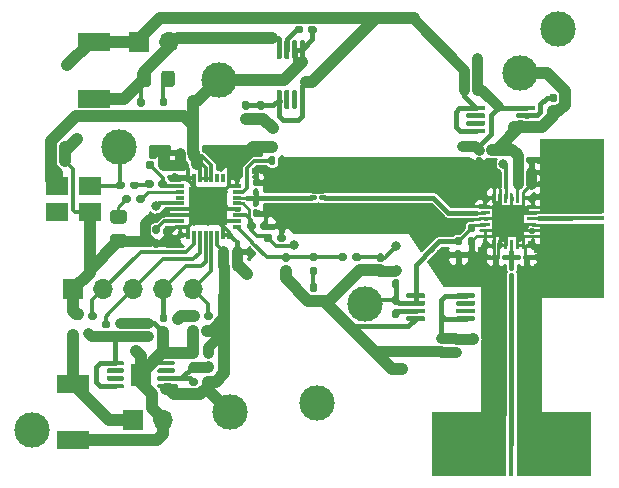
<source format=gbr>
%TF.GenerationSoftware,KiCad,Pcbnew,(5.1.8)-1*%
%TF.CreationDate,2021-01-15T16:44:09+01:00*%
%TF.ProjectId,Microwave_LO_Generator,4d696372-6f77-4617-9665-5f4c4f5f4765,rev?*%
%TF.SameCoordinates,Original*%
%TF.FileFunction,Copper,L1,Top*%
%TF.FilePolarity,Positive*%
%FSLAX46Y46*%
G04 Gerber Fmt 4.6, Leading zero omitted, Abs format (unit mm)*
G04 Created by KiCad (PCBNEW (5.1.8)-1) date 2021-01-15 16:44:09*
%MOMM*%
%LPD*%
G01*
G04 APERTURE LIST*
%TA.AperFunction,ComponentPad*%
%ADD10C,0.600000*%
%TD*%
%TA.AperFunction,ComponentPad*%
%ADD11C,2.200000*%
%TD*%
%TA.AperFunction,ConnectorPad*%
%ADD12R,5.500000X6.321800*%
%TD*%
%TA.AperFunction,ConnectorPad*%
%ADD13R,5.500000X0.448177*%
%TD*%
%TA.AperFunction,ConnectorPad*%
%ADD14R,6.321800X5.500000*%
%TD*%
%TA.AperFunction,ConnectorPad*%
%ADD15R,0.448177X5.500000*%
%TD*%
%TA.AperFunction,ComponentPad*%
%ADD16O,1.700000X1.700000*%
%TD*%
%TA.AperFunction,ComponentPad*%
%ADD17R,1.700000X1.700000*%
%TD*%
%TA.AperFunction,SMDPad,CuDef*%
%ADD18R,1.680000X1.880000*%
%TD*%
%TA.AperFunction,SMDPad,CuDef*%
%ADD19R,2.700000X1.500000*%
%TD*%
%TA.AperFunction,SMDPad,CuDef*%
%ADD20R,1.950000X1.650000*%
%TD*%
%TA.AperFunction,ComponentPad*%
%ADD21C,3.000000*%
%TD*%
%TA.AperFunction,SMDPad,CuDef*%
%ADD22R,0.300000X0.800000*%
%TD*%
%TA.AperFunction,SMDPad,CuDef*%
%ADD23R,0.300000X0.750000*%
%TD*%
%TA.AperFunction,SMDPad,CuDef*%
%ADD24R,0.750000X0.300000*%
%TD*%
%TA.AperFunction,SMDPad,CuDef*%
%ADD25R,0.800000X0.300000*%
%TD*%
%TA.AperFunction,SMDPad,CuDef*%
%ADD26R,3.250000X3.250000*%
%TD*%
%TA.AperFunction,ComponentPad*%
%ADD27C,0.800000*%
%TD*%
%TA.AperFunction,SMDPad,CuDef*%
%ADD28R,2.700000X2.700000*%
%TD*%
%TA.AperFunction,ComponentPad*%
%ADD29C,0.500000*%
%TD*%
%TA.AperFunction,ViaPad*%
%ADD30C,3.000000*%
%TD*%
%TA.AperFunction,ViaPad*%
%ADD31C,0.800000*%
%TD*%
%TA.AperFunction,ViaPad*%
%ADD32C,0.500000*%
%TD*%
%TA.AperFunction,ViaPad*%
%ADD33C,0.600000*%
%TD*%
%TA.AperFunction,Conductor*%
%ADD34C,0.250000*%
%TD*%
%TA.AperFunction,Conductor*%
%ADD35C,0.300000*%
%TD*%
%TA.AperFunction,Conductor*%
%ADD36C,0.440000*%
%TD*%
%TA.AperFunction,Conductor*%
%ADD37C,0.900000*%
%TD*%
%TA.AperFunction,Conductor*%
%ADD38C,1.000000*%
%TD*%
%TA.AperFunction,Conductor*%
%ADD39C,0.400000*%
%TD*%
%TA.AperFunction,Conductor*%
%ADD40C,0.448177*%
%TD*%
%TA.AperFunction,Conductor*%
%ADD41C,0.254000*%
%TD*%
%TA.AperFunction,Conductor*%
%ADD42C,0.100000*%
%TD*%
G04 APERTURE END LIST*
D10*
%TO.P,J5,2*%
%TO.N,0*%
X136840000Y-98745002D03*
X136840000Y-99215002D03*
X137310000Y-98745002D03*
X137310000Y-99215002D03*
X137780000Y-98745002D03*
X137780000Y-99215002D03*
X138250000Y-98745002D03*
X138250000Y-99215002D03*
X138720000Y-98745002D03*
X138720000Y-99215002D03*
X139190000Y-98745002D03*
X139190000Y-99215002D03*
X139660000Y-98275002D03*
X139660000Y-98745002D03*
X139660000Y-99215002D03*
X140130000Y-97805002D03*
X140130000Y-98275002D03*
X140130000Y-98745002D03*
X140130000Y-99215002D03*
X140600000Y-97335002D03*
X140600000Y-97805002D03*
X140600000Y-98275002D03*
X140600000Y-98745002D03*
X140600000Y-99215002D03*
X141070000Y-96865002D03*
X141070000Y-97335002D03*
X141070000Y-97805002D03*
X141070000Y-98275002D03*
X141070000Y-98745002D03*
X141070000Y-99215002D03*
X141540000Y-99215002D03*
X141540000Y-98745002D03*
X141540000Y-98275002D03*
X141540000Y-97805002D03*
X141540000Y-97335002D03*
X141540000Y-96865002D03*
X136840000Y-100710002D03*
X136840000Y-101180002D03*
X137310000Y-100710002D03*
X137310000Y-101180002D03*
X137780000Y-100710002D03*
X137780000Y-101180002D03*
X138250000Y-100710002D03*
X138250000Y-101180002D03*
X138720000Y-100710002D03*
X138720000Y-101180002D03*
X139190000Y-100710002D03*
X139190000Y-101180002D03*
X139660000Y-100710002D03*
X139660000Y-101180002D03*
X139660000Y-101650002D03*
X140130000Y-100710002D03*
X140130000Y-101180002D03*
X140130000Y-101650002D03*
X140130000Y-102120002D03*
X140600000Y-100710002D03*
X140600000Y-101180002D03*
X140600000Y-101650002D03*
X140600000Y-102120002D03*
X140600000Y-102590002D03*
X141070000Y-100710002D03*
X141070000Y-101180002D03*
X141070000Y-101650002D03*
X141070000Y-102120002D03*
X141070000Y-102590002D03*
X141070000Y-103060002D03*
X141540000Y-100710002D03*
X141540000Y-101180002D03*
X141540000Y-101650002D03*
X141540000Y-102120002D03*
X141540000Y-102590002D03*
X141540000Y-103060002D03*
X141540000Y-103530002D03*
X141540000Y-96395002D03*
D11*
X139360000Y-95205002D03*
X139360000Y-104720002D03*
D12*
X139150000Y-103545002D03*
X139150000Y-96375001D03*
D13*
%TO.P,J5,1*%
%TO.N,Net-(J5-Pad1)*%
X139150000Y-99960001D03*
%TD*%
D10*
%TO.P,J4,2*%
%TO.N,0*%
X135199999Y-116745001D03*
X134729999Y-116745001D03*
X135199999Y-117215001D03*
X134729999Y-117215001D03*
X135199999Y-117685001D03*
X134729999Y-117685001D03*
X135199999Y-118155001D03*
X134729999Y-118155001D03*
X135199999Y-118625001D03*
X134729999Y-118625001D03*
X135199999Y-119095001D03*
X134729999Y-119095001D03*
X135669999Y-119565001D03*
X135199999Y-119565001D03*
X134729999Y-119565001D03*
X136139999Y-120035001D03*
X135669999Y-120035001D03*
X135199999Y-120035001D03*
X134729999Y-120035001D03*
X136609999Y-120505001D03*
X136139999Y-120505001D03*
X135669999Y-120505001D03*
X135199999Y-120505001D03*
X134729999Y-120505001D03*
X137079999Y-120975001D03*
X136609999Y-120975001D03*
X136139999Y-120975001D03*
X135669999Y-120975001D03*
X135199999Y-120975001D03*
X134729999Y-120975001D03*
X134729999Y-121445001D03*
X135199999Y-121445001D03*
X135669999Y-121445001D03*
X136139999Y-121445001D03*
X136609999Y-121445001D03*
X137079999Y-121445001D03*
X133234999Y-116745001D03*
X132764999Y-116745001D03*
X133234999Y-117215001D03*
X132764999Y-117215001D03*
X133234999Y-117685001D03*
X132764999Y-117685001D03*
X133234999Y-118155001D03*
X132764999Y-118155001D03*
X133234999Y-118625001D03*
X132764999Y-118625001D03*
X133234999Y-119095001D03*
X132764999Y-119095001D03*
X133234999Y-119565001D03*
X132764999Y-119565001D03*
X132294999Y-119565001D03*
X133234999Y-120035001D03*
X132764999Y-120035001D03*
X132294999Y-120035001D03*
X131824999Y-120035001D03*
X133234999Y-120505001D03*
X132764999Y-120505001D03*
X132294999Y-120505001D03*
X131824999Y-120505001D03*
X131354999Y-120505001D03*
X133234999Y-120975001D03*
X132764999Y-120975001D03*
X132294999Y-120975001D03*
X131824999Y-120975001D03*
X131354999Y-120975001D03*
X130884999Y-120975001D03*
X133234999Y-121445001D03*
X132764999Y-121445001D03*
X132294999Y-121445001D03*
X131824999Y-121445001D03*
X131354999Y-121445001D03*
X130884999Y-121445001D03*
X130414999Y-121445001D03*
X137549999Y-121445001D03*
D11*
X138739999Y-119265001D03*
X129224999Y-119265001D03*
D14*
X130399999Y-119055001D03*
X137570000Y-119055001D03*
D15*
%TO.P,J4,1*%
%TO.N,Net-(J4-Pad1)*%
X133985000Y-119055001D03*
%TD*%
%TO.P,R5,2*%
%TO.N,0*%
%TA.AperFunction,SMDPad,CuDef*%
G36*
G01*
X97677000Y-108045000D02*
X97677000Y-108365000D01*
G75*
G02*
X97517000Y-108525000I-160000J0D01*
G01*
X97122000Y-108525000D01*
G75*
G02*
X96962000Y-108365000I0J160000D01*
G01*
X96962000Y-108045000D01*
G75*
G02*
X97122000Y-107885000I160000J0D01*
G01*
X97517000Y-107885000D01*
G75*
G02*
X97677000Y-108045000I0J-160000D01*
G01*
G37*
%TD.AperFunction*%
%TO.P,R5,1*%
%TO.N,Net-(J1-Pad2)*%
%TA.AperFunction,SMDPad,CuDef*%
G36*
G01*
X98872000Y-108045000D02*
X98872000Y-108365000D01*
G75*
G02*
X98712000Y-108525000I-160000J0D01*
G01*
X98317000Y-108525000D01*
G75*
G02*
X98157000Y-108365000I0J160000D01*
G01*
X98157000Y-108045000D01*
G75*
G02*
X98317000Y-107885000I160000J0D01*
G01*
X98712000Y-107885000D01*
G75*
G02*
X98872000Y-108045000I0J-160000D01*
G01*
G37*
%TD.AperFunction*%
%TD*%
%TO.P,R4,2*%
%TO.N,0*%
%TA.AperFunction,SMDPad,CuDef*%
G36*
G01*
X100475000Y-109115000D02*
X100475000Y-108795000D01*
G75*
G02*
X100635000Y-108635000I160000J0D01*
G01*
X101030000Y-108635000D01*
G75*
G02*
X101190000Y-108795000I0J-160000D01*
G01*
X101190000Y-109115000D01*
G75*
G02*
X101030000Y-109275000I-160000J0D01*
G01*
X100635000Y-109275000D01*
G75*
G02*
X100475000Y-109115000I0J160000D01*
G01*
G37*
%TD.AperFunction*%
%TO.P,R4,1*%
%TO.N,Net-(J1-Pad3)*%
%TA.AperFunction,SMDPad,CuDef*%
G36*
G01*
X99280000Y-109115000D02*
X99280000Y-108795000D01*
G75*
G02*
X99440000Y-108635000I160000J0D01*
G01*
X99835000Y-108635000D01*
G75*
G02*
X99995000Y-108795000I0J-160000D01*
G01*
X99995000Y-109115000D01*
G75*
G02*
X99835000Y-109275000I-160000J0D01*
G01*
X99440000Y-109275000D01*
G75*
G02*
X99280000Y-109115000I0J160000D01*
G01*
G37*
%TD.AperFunction*%
%TD*%
%TO.P,R3,2*%
%TO.N,0*%
%TA.AperFunction,SMDPad,CuDef*%
G36*
G01*
X104361000Y-109229000D02*
X104681000Y-109229000D01*
G75*
G02*
X104841000Y-109389000I0J-160000D01*
G01*
X104841000Y-109784000D01*
G75*
G02*
X104681000Y-109944000I-160000J0D01*
G01*
X104361000Y-109944000D01*
G75*
G02*
X104201000Y-109784000I0J160000D01*
G01*
X104201000Y-109389000D01*
G75*
G02*
X104361000Y-109229000I160000J0D01*
G01*
G37*
%TD.AperFunction*%
%TO.P,R3,1*%
%TO.N,Net-(J1-Pad4)*%
%TA.AperFunction,SMDPad,CuDef*%
G36*
G01*
X104361000Y-108034000D02*
X104681000Y-108034000D01*
G75*
G02*
X104841000Y-108194000I0J-160000D01*
G01*
X104841000Y-108589000D01*
G75*
G02*
X104681000Y-108749000I-160000J0D01*
G01*
X104361000Y-108749000D01*
G75*
G02*
X104201000Y-108589000I0J160000D01*
G01*
X104201000Y-108194000D01*
G75*
G02*
X104361000Y-108034000I160000J0D01*
G01*
G37*
%TD.AperFunction*%
%TD*%
%TO.P,R1,2*%
%TO.N,+3V3*%
%TA.AperFunction,SMDPad,CuDef*%
G36*
G01*
X107495000Y-108045000D02*
X107495000Y-108365000D01*
G75*
G02*
X107335000Y-108525000I-160000J0D01*
G01*
X106940000Y-108525000D01*
G75*
G02*
X106780000Y-108365000I0J160000D01*
G01*
X106780000Y-108045000D01*
G75*
G02*
X106940000Y-107885000I160000J0D01*
G01*
X107335000Y-107885000D01*
G75*
G02*
X107495000Y-108045000I0J-160000D01*
G01*
G37*
%TD.AperFunction*%
%TO.P,R1,1*%
%TO.N,Net-(J1-Pad5)*%
%TA.AperFunction,SMDPad,CuDef*%
G36*
G01*
X108690000Y-108045000D02*
X108690000Y-108365000D01*
G75*
G02*
X108530000Y-108525000I-160000J0D01*
G01*
X108135000Y-108525000D01*
G75*
G02*
X107975000Y-108365000I0J160000D01*
G01*
X107975000Y-108045000D01*
G75*
G02*
X108135000Y-107885000I160000J0D01*
G01*
X108530000Y-107885000D01*
G75*
G02*
X108690000Y-108045000I0J-160000D01*
G01*
G37*
%TD.AperFunction*%
%TD*%
D16*
%TO.P,J3,2*%
%TO.N,0*%
X104978200Y-85005600D03*
D17*
%TO.P,J3,1*%
%TO.N,+6V*%
X102438200Y-85005600D03*
%TD*%
D16*
%TO.P,J2,2*%
%TO.N,0*%
X104500000Y-116995000D03*
D17*
%TO.P,J2,1*%
%TO.N,+12V*%
X101960000Y-116995000D03*
%TD*%
D16*
%TO.P,J1,5*%
%TO.N,Net-(J1-Pad5)*%
X107065000Y-105930000D03*
%TO.P,J1,4*%
%TO.N,Net-(J1-Pad4)*%
X104525000Y-105930000D03*
%TO.P,J1,3*%
%TO.N,Net-(J1-Pad3)*%
X101985000Y-105930000D03*
%TO.P,J1,2*%
%TO.N,Net-(J1-Pad2)*%
X99445000Y-105930000D03*
D17*
%TO.P,J1,1*%
%TO.N,0*%
X96905000Y-105930000D03*
%TD*%
%TO.P,U2,1*%
%TO.N,+9V*%
%TA.AperFunction,SMDPad,CuDef*%
G36*
G01*
X105470000Y-114060000D02*
X105470000Y-114260000D01*
G75*
G02*
X105370000Y-114360000I-100000J0D01*
G01*
X104120000Y-114360000D01*
G75*
G02*
X104020000Y-114260000I0J100000D01*
G01*
X104020000Y-114060000D01*
G75*
G02*
X104120000Y-113960000I100000J0D01*
G01*
X105370000Y-113960000D01*
G75*
G02*
X105470000Y-114060000I0J-100000D01*
G01*
G37*
%TD.AperFunction*%
%TO.P,U2,2*%
%TO.N,Net-(C16-Pad1)*%
%TA.AperFunction,SMDPad,CuDef*%
G36*
G01*
X105470000Y-113410000D02*
X105470000Y-113610000D01*
G75*
G02*
X105370000Y-113710000I-100000J0D01*
G01*
X104120000Y-113710000D01*
G75*
G02*
X104020000Y-113610000I0J100000D01*
G01*
X104020000Y-113410000D01*
G75*
G02*
X104120000Y-113310000I100000J0D01*
G01*
X105370000Y-113310000D01*
G75*
G02*
X105470000Y-113410000I0J-100000D01*
G01*
G37*
%TD.AperFunction*%
%TO.P,U2,3*%
%TO.N,Net-(U2-Pad3)*%
%TA.AperFunction,SMDPad,CuDef*%
G36*
G01*
X105470000Y-112760000D02*
X105470000Y-112960000D01*
G75*
G02*
X105370000Y-113060000I-100000J0D01*
G01*
X104120000Y-113060000D01*
G75*
G02*
X104020000Y-112960000I0J100000D01*
G01*
X104020000Y-112760000D01*
G75*
G02*
X104120000Y-112660000I100000J0D01*
G01*
X105370000Y-112660000D01*
G75*
G02*
X105470000Y-112760000I0J-100000D01*
G01*
G37*
%TD.AperFunction*%
%TO.P,U2,4*%
%TO.N,0*%
%TA.AperFunction,SMDPad,CuDef*%
G36*
G01*
X105470000Y-112110000D02*
X105470000Y-112310000D01*
G75*
G02*
X105370000Y-112410000I-100000J0D01*
G01*
X104120000Y-112410000D01*
G75*
G02*
X104020000Y-112310000I0J100000D01*
G01*
X104020000Y-112110000D01*
G75*
G02*
X104120000Y-112010000I100000J0D01*
G01*
X105370000Y-112010000D01*
G75*
G02*
X105470000Y-112110000I0J-100000D01*
G01*
G37*
%TD.AperFunction*%
%TO.P,U2,5*%
%TO.N,Net-(C14-Pad2)*%
%TA.AperFunction,SMDPad,CuDef*%
G36*
G01*
X101170000Y-112110000D02*
X101170000Y-112310000D01*
G75*
G02*
X101070000Y-112410000I-100000J0D01*
G01*
X99820000Y-112410000D01*
G75*
G02*
X99720000Y-112310000I0J100000D01*
G01*
X99720000Y-112110000D01*
G75*
G02*
X99820000Y-112010000I100000J0D01*
G01*
X101070000Y-112010000D01*
G75*
G02*
X101170000Y-112110000I0J-100000D01*
G01*
G37*
%TD.AperFunction*%
%TO.P,U2,6*%
%TO.N,Net-(U2-Pad6)*%
%TA.AperFunction,SMDPad,CuDef*%
G36*
G01*
X101170000Y-112760000D02*
X101170000Y-112960000D01*
G75*
G02*
X101070000Y-113060000I-100000J0D01*
G01*
X99820000Y-113060000D01*
G75*
G02*
X99720000Y-112960000I0J100000D01*
G01*
X99720000Y-112760000D01*
G75*
G02*
X99820000Y-112660000I100000J0D01*
G01*
X101070000Y-112660000D01*
G75*
G02*
X101170000Y-112760000I0J-100000D01*
G01*
G37*
%TD.AperFunction*%
%TO.P,U2,7*%
%TO.N,Net-(U2-Pad7)*%
%TA.AperFunction,SMDPad,CuDef*%
G36*
G01*
X101170000Y-113410000D02*
X101170000Y-113610000D01*
G75*
G02*
X101070000Y-113710000I-100000J0D01*
G01*
X99820000Y-113710000D01*
G75*
G02*
X99720000Y-113610000I0J100000D01*
G01*
X99720000Y-113410000D01*
G75*
G02*
X99820000Y-113310000I100000J0D01*
G01*
X101070000Y-113310000D01*
G75*
G02*
X101170000Y-113410000I0J-100000D01*
G01*
G37*
%TD.AperFunction*%
%TO.P,U2,8*%
%TO.N,Net-(C14-Pad2)*%
%TA.AperFunction,SMDPad,CuDef*%
G36*
G01*
X101170000Y-114060000D02*
X101170000Y-114260000D01*
G75*
G02*
X101070000Y-114360000I-100000J0D01*
G01*
X99820000Y-114360000D01*
G75*
G02*
X99720000Y-114260000I0J100000D01*
G01*
X99720000Y-114060000D01*
G75*
G02*
X99820000Y-113960000I100000J0D01*
G01*
X101070000Y-113960000D01*
G75*
G02*
X101170000Y-114060000I0J-100000D01*
G01*
G37*
%TD.AperFunction*%
D18*
%TO.P,U2,9*%
%TO.N,0*%
X102595000Y-113185000D03*
%TD*%
%TO.P,R13,2*%
%TO.N,0*%
%TA.AperFunction,SMDPad,CuDef*%
G36*
G01*
X107200000Y-111675000D02*
X106880000Y-111675000D01*
G75*
G02*
X106720000Y-111515000I0J160000D01*
G01*
X106720000Y-111120000D01*
G75*
G02*
X106880000Y-110960000I160000J0D01*
G01*
X107200000Y-110960000D01*
G75*
G02*
X107360000Y-111120000I0J-160000D01*
G01*
X107360000Y-111515000D01*
G75*
G02*
X107200000Y-111675000I-160000J0D01*
G01*
G37*
%TD.AperFunction*%
%TO.P,R13,1*%
%TO.N,Net-(C16-Pad1)*%
%TA.AperFunction,SMDPad,CuDef*%
G36*
G01*
X107200000Y-112870000D02*
X106880000Y-112870000D01*
G75*
G02*
X106720000Y-112710000I0J160000D01*
G01*
X106720000Y-112315000D01*
G75*
G02*
X106880000Y-112155000I160000J0D01*
G01*
X107200000Y-112155000D01*
G75*
G02*
X107360000Y-112315000I0J-160000D01*
G01*
X107360000Y-112710000D01*
G75*
G02*
X107200000Y-112870000I-160000J0D01*
G01*
G37*
%TD.AperFunction*%
%TD*%
%TO.P,R12,2*%
%TO.N,Net-(C16-Pad1)*%
%TA.AperFunction,SMDPad,CuDef*%
G36*
G01*
X107435000Y-113660000D02*
X107435000Y-113980000D01*
G75*
G02*
X107275000Y-114140000I-160000J0D01*
G01*
X106880000Y-114140000D01*
G75*
G02*
X106720000Y-113980000I0J160000D01*
G01*
X106720000Y-113660000D01*
G75*
G02*
X106880000Y-113500000I160000J0D01*
G01*
X107275000Y-113500000D01*
G75*
G02*
X107435000Y-113660000I0J-160000D01*
G01*
G37*
%TD.AperFunction*%
%TO.P,R12,1*%
%TO.N,+9V*%
%TA.AperFunction,SMDPad,CuDef*%
G36*
G01*
X108630000Y-113660000D02*
X108630000Y-113980000D01*
G75*
G02*
X108470000Y-114140000I-160000J0D01*
G01*
X108075000Y-114140000D01*
G75*
G02*
X107915000Y-113980000I0J160000D01*
G01*
X107915000Y-113660000D01*
G75*
G02*
X108075000Y-113500000I160000J0D01*
G01*
X108470000Y-113500000D01*
G75*
G02*
X108630000Y-113660000I0J-160000D01*
G01*
G37*
%TD.AperFunction*%
%TD*%
D19*
%TO.P,D2,2*%
%TO.N,+12V*%
X96880000Y-113960000D03*
%TO.P,D2,1*%
%TO.N,0*%
X96880000Y-118760000D03*
%TD*%
%TO.P,C17,2*%
%TO.N,+9V*%
%TA.AperFunction,SMDPad,CuDef*%
G36*
G01*
X107875000Y-109610000D02*
X107875000Y-109300000D01*
G75*
G02*
X108030000Y-109145000I155000J0D01*
G01*
X108455000Y-109145000D01*
G75*
G02*
X108610000Y-109300000I0J-155000D01*
G01*
X108610000Y-109610000D01*
G75*
G02*
X108455000Y-109765000I-155000J0D01*
G01*
X108030000Y-109765000D01*
G75*
G02*
X107875000Y-109610000I0J155000D01*
G01*
G37*
%TD.AperFunction*%
%TO.P,C17,1*%
%TO.N,0*%
%TA.AperFunction,SMDPad,CuDef*%
G36*
G01*
X106740000Y-109610000D02*
X106740000Y-109300000D01*
G75*
G02*
X106895000Y-109145000I155000J0D01*
G01*
X107320000Y-109145000D01*
G75*
G02*
X107475000Y-109300000I0J-155000D01*
G01*
X107475000Y-109610000D01*
G75*
G02*
X107320000Y-109765000I-155000J0D01*
G01*
X106895000Y-109765000D01*
G75*
G02*
X106740000Y-109610000I0J155000D01*
G01*
G37*
%TD.AperFunction*%
%TD*%
%TO.P,C14,2*%
%TO.N,Net-(C14-Pad2)*%
%TA.AperFunction,SMDPad,CuDef*%
G36*
G01*
X101805000Y-109575000D02*
X102115000Y-109575000D01*
G75*
G02*
X102270000Y-109730000I0J-155000D01*
G01*
X102270000Y-110155000D01*
G75*
G02*
X102115000Y-110310000I-155000J0D01*
G01*
X101805000Y-110310000D01*
G75*
G02*
X101650000Y-110155000I0J155000D01*
G01*
X101650000Y-109730000D01*
G75*
G02*
X101805000Y-109575000I155000J0D01*
G01*
G37*
%TD.AperFunction*%
%TO.P,C14,1*%
%TO.N,0*%
%TA.AperFunction,SMDPad,CuDef*%
G36*
G01*
X101805000Y-108440000D02*
X102115000Y-108440000D01*
G75*
G02*
X102270000Y-108595000I0J-155000D01*
G01*
X102270000Y-109020000D01*
G75*
G02*
X102115000Y-109175000I-155000J0D01*
G01*
X101805000Y-109175000D01*
G75*
G02*
X101650000Y-109020000I0J155000D01*
G01*
X101650000Y-108595000D01*
G75*
G02*
X101805000Y-108440000I155000J0D01*
G01*
G37*
%TD.AperFunction*%
%TD*%
%TO.P,C16,2*%
%TO.N,+9V*%
%TA.AperFunction,SMDPad,CuDef*%
G36*
G01*
X108465000Y-111715000D02*
X108155000Y-111715000D01*
G75*
G02*
X108000000Y-111560000I0J155000D01*
G01*
X108000000Y-111135000D01*
G75*
G02*
X108155000Y-110980000I155000J0D01*
G01*
X108465000Y-110980000D01*
G75*
G02*
X108620000Y-111135000I0J-155000D01*
G01*
X108620000Y-111560000D01*
G75*
G02*
X108465000Y-111715000I-155000J0D01*
G01*
G37*
%TD.AperFunction*%
%TO.P,C16,1*%
%TO.N,Net-(C16-Pad1)*%
%TA.AperFunction,SMDPad,CuDef*%
G36*
G01*
X108465000Y-112850000D02*
X108155000Y-112850000D01*
G75*
G02*
X108000000Y-112695000I0J155000D01*
G01*
X108000000Y-112270000D01*
G75*
G02*
X108155000Y-112115000I155000J0D01*
G01*
X108465000Y-112115000D01*
G75*
G02*
X108620000Y-112270000I0J-155000D01*
G01*
X108620000Y-112695000D01*
G75*
G02*
X108465000Y-112850000I-155000J0D01*
G01*
G37*
%TD.AperFunction*%
%TD*%
%TO.P,C15,2*%
%TO.N,Net-(C14-Pad2)*%
%TA.AperFunction,SMDPad,CuDef*%
G36*
G01*
X103075000Y-109575000D02*
X103385000Y-109575000D01*
G75*
G02*
X103540000Y-109730000I0J-155000D01*
G01*
X103540000Y-110155000D01*
G75*
G02*
X103385000Y-110310000I-155000J0D01*
G01*
X103075000Y-110310000D01*
G75*
G02*
X102920000Y-110155000I0J155000D01*
G01*
X102920000Y-109730000D01*
G75*
G02*
X103075000Y-109575000I155000J0D01*
G01*
G37*
%TD.AperFunction*%
%TO.P,C15,1*%
%TO.N,0*%
%TA.AperFunction,SMDPad,CuDef*%
G36*
G01*
X103075000Y-108440000D02*
X103385000Y-108440000D01*
G75*
G02*
X103540000Y-108595000I0J-155000D01*
G01*
X103540000Y-109020000D01*
G75*
G02*
X103385000Y-109175000I-155000J0D01*
G01*
X103075000Y-109175000D01*
G75*
G02*
X102920000Y-109020000I0J155000D01*
G01*
X102920000Y-108595000D01*
G75*
G02*
X103075000Y-108440000I155000J0D01*
G01*
G37*
%TD.AperFunction*%
%TD*%
%TO.P,U5,8*%
%TO.N,+6V*%
%TA.AperFunction,SMDPad,CuDef*%
G36*
G01*
X129295000Y-106595000D02*
X129295000Y-106395000D01*
G75*
G02*
X129395000Y-106295000I100000J0D01*
G01*
X130820000Y-106295000D01*
G75*
G02*
X130920000Y-106395000I0J-100000D01*
G01*
X130920000Y-106595000D01*
G75*
G02*
X130820000Y-106695000I-100000J0D01*
G01*
X129395000Y-106695000D01*
G75*
G02*
X129295000Y-106595000I0J100000D01*
G01*
G37*
%TD.AperFunction*%
%TO.P,U5,7*%
%TO.N,Net-(U5-Pad7)*%
%TA.AperFunction,SMDPad,CuDef*%
G36*
G01*
X129295000Y-107245000D02*
X129295000Y-107045000D01*
G75*
G02*
X129395000Y-106945000I100000J0D01*
G01*
X130820000Y-106945000D01*
G75*
G02*
X130920000Y-107045000I0J-100000D01*
G01*
X130920000Y-107245000D01*
G75*
G02*
X130820000Y-107345000I-100000J0D01*
G01*
X129395000Y-107345000D01*
G75*
G02*
X129295000Y-107245000I0J100000D01*
G01*
G37*
%TD.AperFunction*%
%TO.P,U5,6*%
%TO.N,Net-(U5-Pad6)*%
%TA.AperFunction,SMDPad,CuDef*%
G36*
G01*
X129295000Y-107895000D02*
X129295000Y-107695000D01*
G75*
G02*
X129395000Y-107595000I100000J0D01*
G01*
X130820000Y-107595000D01*
G75*
G02*
X130920000Y-107695000I0J-100000D01*
G01*
X130920000Y-107895000D01*
G75*
G02*
X130820000Y-107995000I-100000J0D01*
G01*
X129395000Y-107995000D01*
G75*
G02*
X129295000Y-107895000I0J100000D01*
G01*
G37*
%TD.AperFunction*%
%TO.P,U5,5*%
%TO.N,+6V*%
%TA.AperFunction,SMDPad,CuDef*%
G36*
G01*
X129295000Y-108545000D02*
X129295000Y-108345000D01*
G75*
G02*
X129395000Y-108245000I100000J0D01*
G01*
X130820000Y-108245000D01*
G75*
G02*
X130920000Y-108345000I0J-100000D01*
G01*
X130920000Y-108545000D01*
G75*
G02*
X130820000Y-108645000I-100000J0D01*
G01*
X129395000Y-108645000D01*
G75*
G02*
X129295000Y-108545000I0J100000D01*
G01*
G37*
%TD.AperFunction*%
%TO.P,U5,4*%
%TO.N,0*%
%TA.AperFunction,SMDPad,CuDef*%
G36*
G01*
X125070000Y-108545000D02*
X125070000Y-108345000D01*
G75*
G02*
X125170000Y-108245000I100000J0D01*
G01*
X126595000Y-108245000D01*
G75*
G02*
X126695000Y-108345000I0J-100000D01*
G01*
X126695000Y-108545000D01*
G75*
G02*
X126595000Y-108645000I-100000J0D01*
G01*
X125170000Y-108645000D01*
G75*
G02*
X125070000Y-108545000I0J100000D01*
G01*
G37*
%TD.AperFunction*%
%TO.P,U5,3*%
%TO.N,Net-(C26-Pad1)*%
%TA.AperFunction,SMDPad,CuDef*%
G36*
G01*
X125070000Y-107895000D02*
X125070000Y-107695000D01*
G75*
G02*
X125170000Y-107595000I100000J0D01*
G01*
X126595000Y-107595000D01*
G75*
G02*
X126695000Y-107695000I0J-100000D01*
G01*
X126695000Y-107895000D01*
G75*
G02*
X126595000Y-107995000I-100000J0D01*
G01*
X125170000Y-107995000D01*
G75*
G02*
X125070000Y-107895000I0J100000D01*
G01*
G37*
%TD.AperFunction*%
%TO.P,U5,2*%
%TO.N,+5VD*%
%TA.AperFunction,SMDPad,CuDef*%
G36*
G01*
X125070000Y-107245000D02*
X125070000Y-107045000D01*
G75*
G02*
X125170000Y-106945000I100000J0D01*
G01*
X126595000Y-106945000D01*
G75*
G02*
X126695000Y-107045000I0J-100000D01*
G01*
X126695000Y-107245000D01*
G75*
G02*
X126595000Y-107345000I-100000J0D01*
G01*
X125170000Y-107345000D01*
G75*
G02*
X125070000Y-107245000I0J100000D01*
G01*
G37*
%TD.AperFunction*%
%TO.P,U5,1*%
%TA.AperFunction,SMDPad,CuDef*%
G36*
G01*
X125070000Y-106595000D02*
X125070000Y-106395000D01*
G75*
G02*
X125170000Y-106295000I100000J0D01*
G01*
X126595000Y-106295000D01*
G75*
G02*
X126695000Y-106395000I0J-100000D01*
G01*
X126695000Y-106595000D01*
G75*
G02*
X126595000Y-106695000I-100000J0D01*
G01*
X125170000Y-106695000D01*
G75*
G02*
X125070000Y-106595000I0J100000D01*
G01*
G37*
%TD.AperFunction*%
%TD*%
%TO.P,U4,8*%
%TO.N,+6V*%
%TA.AperFunction,SMDPad,CuDef*%
G36*
G01*
X131775000Y-92470000D02*
X131775000Y-92670000D01*
G75*
G02*
X131675000Y-92770000I-100000J0D01*
G01*
X130250000Y-92770000D01*
G75*
G02*
X130150000Y-92670000I0J100000D01*
G01*
X130150000Y-92470000D01*
G75*
G02*
X130250000Y-92370000I100000J0D01*
G01*
X131675000Y-92370000D01*
G75*
G02*
X131775000Y-92470000I0J-100000D01*
G01*
G37*
%TD.AperFunction*%
%TO.P,U4,7*%
%TO.N,Net-(U4-Pad7)*%
%TA.AperFunction,SMDPad,CuDef*%
G36*
G01*
X131775000Y-91820000D02*
X131775000Y-92020000D01*
G75*
G02*
X131675000Y-92120000I-100000J0D01*
G01*
X130250000Y-92120000D01*
G75*
G02*
X130150000Y-92020000I0J100000D01*
G01*
X130150000Y-91820000D01*
G75*
G02*
X130250000Y-91720000I100000J0D01*
G01*
X131675000Y-91720000D01*
G75*
G02*
X131775000Y-91820000I0J-100000D01*
G01*
G37*
%TD.AperFunction*%
%TO.P,U4,6*%
%TO.N,Net-(U4-Pad6)*%
%TA.AperFunction,SMDPad,CuDef*%
G36*
G01*
X131775000Y-91170000D02*
X131775000Y-91370000D01*
G75*
G02*
X131675000Y-91470000I-100000J0D01*
G01*
X130250000Y-91470000D01*
G75*
G02*
X130150000Y-91370000I0J100000D01*
G01*
X130150000Y-91170000D01*
G75*
G02*
X130250000Y-91070000I100000J0D01*
G01*
X131675000Y-91070000D01*
G75*
G02*
X131775000Y-91170000I0J-100000D01*
G01*
G37*
%TD.AperFunction*%
%TO.P,U4,5*%
%TO.N,+6V*%
%TA.AperFunction,SMDPad,CuDef*%
G36*
G01*
X131775000Y-90520000D02*
X131775000Y-90720000D01*
G75*
G02*
X131675000Y-90820000I-100000J0D01*
G01*
X130250000Y-90820000D01*
G75*
G02*
X130150000Y-90720000I0J100000D01*
G01*
X130150000Y-90520000D01*
G75*
G02*
X130250000Y-90420000I100000J0D01*
G01*
X131675000Y-90420000D01*
G75*
G02*
X131775000Y-90520000I0J-100000D01*
G01*
G37*
%TD.AperFunction*%
%TO.P,U4,4*%
%TO.N,0*%
%TA.AperFunction,SMDPad,CuDef*%
G36*
G01*
X136000000Y-90520000D02*
X136000000Y-90720000D01*
G75*
G02*
X135900000Y-90820000I-100000J0D01*
G01*
X134475000Y-90820000D01*
G75*
G02*
X134375000Y-90720000I0J100000D01*
G01*
X134375000Y-90520000D01*
G75*
G02*
X134475000Y-90420000I100000J0D01*
G01*
X135900000Y-90420000D01*
G75*
G02*
X136000000Y-90520000I0J-100000D01*
G01*
G37*
%TD.AperFunction*%
%TO.P,U4,3*%
%TO.N,Net-(C25-Pad1)*%
%TA.AperFunction,SMDPad,CuDef*%
G36*
G01*
X136000000Y-91170000D02*
X136000000Y-91370000D01*
G75*
G02*
X135900000Y-91470000I-100000J0D01*
G01*
X134475000Y-91470000D01*
G75*
G02*
X134375000Y-91370000I0J100000D01*
G01*
X134375000Y-91170000D01*
G75*
G02*
X134475000Y-91070000I100000J0D01*
G01*
X135900000Y-91070000D01*
G75*
G02*
X136000000Y-91170000I0J-100000D01*
G01*
G37*
%TD.AperFunction*%
%TO.P,U4,2*%
%TO.N,+5VA*%
%TA.AperFunction,SMDPad,CuDef*%
G36*
G01*
X136000000Y-91820000D02*
X136000000Y-92020000D01*
G75*
G02*
X135900000Y-92120000I-100000J0D01*
G01*
X134475000Y-92120000D01*
G75*
G02*
X134375000Y-92020000I0J100000D01*
G01*
X134375000Y-91820000D01*
G75*
G02*
X134475000Y-91720000I100000J0D01*
G01*
X135900000Y-91720000D01*
G75*
G02*
X136000000Y-91820000I0J-100000D01*
G01*
G37*
%TD.AperFunction*%
%TO.P,U4,1*%
%TA.AperFunction,SMDPad,CuDef*%
G36*
G01*
X136000000Y-92470000D02*
X136000000Y-92670000D01*
G75*
G02*
X135900000Y-92770000I-100000J0D01*
G01*
X134475000Y-92770000D01*
G75*
G02*
X134375000Y-92670000I0J100000D01*
G01*
X134375000Y-92470000D01*
G75*
G02*
X134475000Y-92370000I100000J0D01*
G01*
X135900000Y-92370000D01*
G75*
G02*
X136000000Y-92470000I0J-100000D01*
G01*
G37*
%TD.AperFunction*%
%TD*%
%TO.P,U3,8*%
%TO.N,+6V*%
%TA.AperFunction,SMDPad,CuDef*%
G36*
G01*
X116170000Y-89085000D02*
X116370000Y-89085000D01*
G75*
G02*
X116470000Y-89185000I0J-100000D01*
G01*
X116470000Y-90610000D01*
G75*
G02*
X116370000Y-90710000I-100000J0D01*
G01*
X116170000Y-90710000D01*
G75*
G02*
X116070000Y-90610000I0J100000D01*
G01*
X116070000Y-89185000D01*
G75*
G02*
X116170000Y-89085000I100000J0D01*
G01*
G37*
%TD.AperFunction*%
%TO.P,U3,7*%
%TO.N,Net-(U3-Pad7)*%
%TA.AperFunction,SMDPad,CuDef*%
G36*
G01*
X115520000Y-89085000D02*
X115720000Y-89085000D01*
G75*
G02*
X115820000Y-89185000I0J-100000D01*
G01*
X115820000Y-90610000D01*
G75*
G02*
X115720000Y-90710000I-100000J0D01*
G01*
X115520000Y-90710000D01*
G75*
G02*
X115420000Y-90610000I0J100000D01*
G01*
X115420000Y-89185000D01*
G75*
G02*
X115520000Y-89085000I100000J0D01*
G01*
G37*
%TD.AperFunction*%
%TO.P,U3,6*%
%TO.N,Net-(U3-Pad6)*%
%TA.AperFunction,SMDPad,CuDef*%
G36*
G01*
X114870000Y-89085000D02*
X115070000Y-89085000D01*
G75*
G02*
X115170000Y-89185000I0J-100000D01*
G01*
X115170000Y-90610000D01*
G75*
G02*
X115070000Y-90710000I-100000J0D01*
G01*
X114870000Y-90710000D01*
G75*
G02*
X114770000Y-90610000I0J100000D01*
G01*
X114770000Y-89185000D01*
G75*
G02*
X114870000Y-89085000I100000J0D01*
G01*
G37*
%TD.AperFunction*%
%TO.P,U3,5*%
%TO.N,+6V*%
%TA.AperFunction,SMDPad,CuDef*%
G36*
G01*
X114220000Y-89085000D02*
X114420000Y-89085000D01*
G75*
G02*
X114520000Y-89185000I0J-100000D01*
G01*
X114520000Y-90610000D01*
G75*
G02*
X114420000Y-90710000I-100000J0D01*
G01*
X114220000Y-90710000D01*
G75*
G02*
X114120000Y-90610000I0J100000D01*
G01*
X114120000Y-89185000D01*
G75*
G02*
X114220000Y-89085000I100000J0D01*
G01*
G37*
%TD.AperFunction*%
%TO.P,U3,4*%
%TO.N,0*%
%TA.AperFunction,SMDPad,CuDef*%
G36*
G01*
X114220000Y-84860000D02*
X114420000Y-84860000D01*
G75*
G02*
X114520000Y-84960000I0J-100000D01*
G01*
X114520000Y-86385000D01*
G75*
G02*
X114420000Y-86485000I-100000J0D01*
G01*
X114220000Y-86485000D01*
G75*
G02*
X114120000Y-86385000I0J100000D01*
G01*
X114120000Y-84960000D01*
G75*
G02*
X114220000Y-84860000I100000J0D01*
G01*
G37*
%TD.AperFunction*%
%TO.P,U3,3*%
%TO.N,Net-(C24-Pad1)*%
%TA.AperFunction,SMDPad,CuDef*%
G36*
G01*
X114870000Y-84860000D02*
X115070000Y-84860000D01*
G75*
G02*
X115170000Y-84960000I0J-100000D01*
G01*
X115170000Y-86385000D01*
G75*
G02*
X115070000Y-86485000I-100000J0D01*
G01*
X114870000Y-86485000D01*
G75*
G02*
X114770000Y-86385000I0J100000D01*
G01*
X114770000Y-84960000D01*
G75*
G02*
X114870000Y-84860000I100000J0D01*
G01*
G37*
%TD.AperFunction*%
%TO.P,U3,2*%
%TO.N,+3V3*%
%TA.AperFunction,SMDPad,CuDef*%
G36*
G01*
X115520000Y-84860000D02*
X115720000Y-84860000D01*
G75*
G02*
X115820000Y-84960000I0J-100000D01*
G01*
X115820000Y-86385000D01*
G75*
G02*
X115720000Y-86485000I-100000J0D01*
G01*
X115520000Y-86485000D01*
G75*
G02*
X115420000Y-86385000I0J100000D01*
G01*
X115420000Y-84960000D01*
G75*
G02*
X115520000Y-84860000I100000J0D01*
G01*
G37*
%TD.AperFunction*%
%TO.P,U3,1*%
%TA.AperFunction,SMDPad,CuDef*%
G36*
G01*
X116170000Y-84860000D02*
X116370000Y-84860000D01*
G75*
G02*
X116470000Y-84960000I0J-100000D01*
G01*
X116470000Y-86385000D01*
G75*
G02*
X116370000Y-86485000I-100000J0D01*
G01*
X116170000Y-86485000D01*
G75*
G02*
X116070000Y-86385000I0J100000D01*
G01*
X116070000Y-84960000D01*
G75*
G02*
X116170000Y-84860000I100000J0D01*
G01*
G37*
%TD.AperFunction*%
%TD*%
%TO.P,C29,2*%
%TO.N,+5VD*%
%TA.AperFunction,SMDPad,CuDef*%
G36*
G01*
X124030000Y-105130000D02*
X124340000Y-105130000D01*
G75*
G02*
X124495000Y-105285000I0J-155000D01*
G01*
X124495000Y-105710000D01*
G75*
G02*
X124340000Y-105865000I-155000J0D01*
G01*
X124030000Y-105865000D01*
G75*
G02*
X123875000Y-105710000I0J155000D01*
G01*
X123875000Y-105285000D01*
G75*
G02*
X124030000Y-105130000I155000J0D01*
G01*
G37*
%TD.AperFunction*%
%TO.P,C29,1*%
%TO.N,0*%
%TA.AperFunction,SMDPad,CuDef*%
G36*
G01*
X124030000Y-103995000D02*
X124340000Y-103995000D01*
G75*
G02*
X124495000Y-104150000I0J-155000D01*
G01*
X124495000Y-104575000D01*
G75*
G02*
X124340000Y-104730000I-155000J0D01*
G01*
X124030000Y-104730000D01*
G75*
G02*
X123875000Y-104575000I0J155000D01*
G01*
X123875000Y-104150000D01*
G75*
G02*
X124030000Y-103995000I155000J0D01*
G01*
G37*
%TD.AperFunction*%
%TD*%
%TO.P,C28,2*%
%TO.N,+5VA*%
%TA.AperFunction,SMDPad,CuDef*%
G36*
G01*
X132005000Y-94290000D02*
X132005000Y-93980000D01*
G75*
G02*
X132160000Y-93825000I155000J0D01*
G01*
X132585000Y-93825000D01*
G75*
G02*
X132740000Y-93980000I0J-155000D01*
G01*
X132740000Y-94290000D01*
G75*
G02*
X132585000Y-94445000I-155000J0D01*
G01*
X132160000Y-94445000D01*
G75*
G02*
X132005000Y-94290000I0J155000D01*
G01*
G37*
%TD.AperFunction*%
%TO.P,C28,1*%
%TO.N,0*%
%TA.AperFunction,SMDPad,CuDef*%
G36*
G01*
X130870000Y-94290000D02*
X130870000Y-93980000D01*
G75*
G02*
X131025000Y-93825000I155000J0D01*
G01*
X131450000Y-93825000D01*
G75*
G02*
X131605000Y-93980000I0J-155000D01*
G01*
X131605000Y-94290000D01*
G75*
G02*
X131450000Y-94445000I-155000J0D01*
G01*
X131025000Y-94445000D01*
G75*
G02*
X130870000Y-94290000I0J155000D01*
G01*
G37*
%TD.AperFunction*%
%TD*%
%TO.P,C26,2*%
%TO.N,+5VD*%
%TA.AperFunction,SMDPad,CuDef*%
G36*
G01*
X124340000Y-107270000D02*
X124030000Y-107270000D01*
G75*
G02*
X123875000Y-107115000I0J155000D01*
G01*
X123875000Y-106690000D01*
G75*
G02*
X124030000Y-106535000I155000J0D01*
G01*
X124340000Y-106535000D01*
G75*
G02*
X124495000Y-106690000I0J-155000D01*
G01*
X124495000Y-107115000D01*
G75*
G02*
X124340000Y-107270000I-155000J0D01*
G01*
G37*
%TD.AperFunction*%
%TO.P,C26,1*%
%TO.N,Net-(C26-Pad1)*%
%TA.AperFunction,SMDPad,CuDef*%
G36*
G01*
X124340000Y-108405000D02*
X124030000Y-108405000D01*
G75*
G02*
X123875000Y-108250000I0J155000D01*
G01*
X123875000Y-107825000D01*
G75*
G02*
X124030000Y-107670000I155000J0D01*
G01*
X124340000Y-107670000D01*
G75*
G02*
X124495000Y-107825000I0J-155000D01*
G01*
X124495000Y-108250000D01*
G75*
G02*
X124340000Y-108405000I-155000J0D01*
G01*
G37*
%TD.AperFunction*%
%TD*%
%TO.P,C25,2*%
%TO.N,+5VA*%
%TA.AperFunction,SMDPad,CuDef*%
G36*
G01*
X137365000Y-90525000D02*
X137675000Y-90525000D01*
G75*
G02*
X137830000Y-90680000I0J-155000D01*
G01*
X137830000Y-91105000D01*
G75*
G02*
X137675000Y-91260000I-155000J0D01*
G01*
X137365000Y-91260000D01*
G75*
G02*
X137210000Y-91105000I0J155000D01*
G01*
X137210000Y-90680000D01*
G75*
G02*
X137365000Y-90525000I155000J0D01*
G01*
G37*
%TD.AperFunction*%
%TO.P,C25,1*%
%TO.N,Net-(C25-Pad1)*%
%TA.AperFunction,SMDPad,CuDef*%
G36*
G01*
X137365000Y-89390000D02*
X137675000Y-89390000D01*
G75*
G02*
X137830000Y-89545000I0J-155000D01*
G01*
X137830000Y-89970000D01*
G75*
G02*
X137675000Y-90125000I-155000J0D01*
G01*
X137365000Y-90125000D01*
G75*
G02*
X137210000Y-89970000I0J155000D01*
G01*
X137210000Y-89545000D01*
G75*
G02*
X137365000Y-89390000I155000J0D01*
G01*
G37*
%TD.AperFunction*%
%TD*%
%TO.P,C24,2*%
%TO.N,+3V3*%
%TA.AperFunction,SMDPad,CuDef*%
G36*
G01*
X116765000Y-84130000D02*
X116765000Y-83820000D01*
G75*
G02*
X116920000Y-83665000I155000J0D01*
G01*
X117345000Y-83665000D01*
G75*
G02*
X117500000Y-83820000I0J-155000D01*
G01*
X117500000Y-84130000D01*
G75*
G02*
X117345000Y-84285000I-155000J0D01*
G01*
X116920000Y-84285000D01*
G75*
G02*
X116765000Y-84130000I0J155000D01*
G01*
G37*
%TD.AperFunction*%
%TO.P,C24,1*%
%TO.N,Net-(C24-Pad1)*%
%TA.AperFunction,SMDPad,CuDef*%
G36*
G01*
X115630000Y-84130000D02*
X115630000Y-83820000D01*
G75*
G02*
X115785000Y-83665000I155000J0D01*
G01*
X116210000Y-83665000D01*
G75*
G02*
X116365000Y-83820000I0J-155000D01*
G01*
X116365000Y-84130000D01*
G75*
G02*
X116210000Y-84285000I-155000J0D01*
G01*
X115785000Y-84285000D01*
G75*
G02*
X115630000Y-84130000I0J155000D01*
G01*
G37*
%TD.AperFunction*%
%TD*%
%TO.P,C23,2*%
%TO.N,+6V*%
%TA.AperFunction,SMDPad,CuDef*%
G36*
G01*
X129420000Y-110512500D02*
X129110000Y-110512500D01*
G75*
G02*
X128955000Y-110357500I0J155000D01*
G01*
X128955000Y-109932500D01*
G75*
G02*
X129110000Y-109777500I155000J0D01*
G01*
X129420000Y-109777500D01*
G75*
G02*
X129575000Y-109932500I0J-155000D01*
G01*
X129575000Y-110357500D01*
G75*
G02*
X129420000Y-110512500I-155000J0D01*
G01*
G37*
%TD.AperFunction*%
%TO.P,C23,1*%
%TO.N,0*%
%TA.AperFunction,SMDPad,CuDef*%
G36*
G01*
X129420000Y-111647500D02*
X129110000Y-111647500D01*
G75*
G02*
X128955000Y-111492500I0J155000D01*
G01*
X128955000Y-111067500D01*
G75*
G02*
X129110000Y-110912500I155000J0D01*
G01*
X129420000Y-110912500D01*
G75*
G02*
X129575000Y-111067500I0J-155000D01*
G01*
X129575000Y-111492500D01*
G75*
G02*
X129420000Y-111647500I-155000J0D01*
G01*
G37*
%TD.AperFunction*%
%TD*%
%TO.P,C22,2*%
%TO.N,+6V*%
%TA.AperFunction,SMDPad,CuDef*%
G36*
G01*
X130335000Y-87630000D02*
X130335000Y-87940000D01*
G75*
G02*
X130180000Y-88095000I-155000J0D01*
G01*
X129755000Y-88095000D01*
G75*
G02*
X129600000Y-87940000I0J155000D01*
G01*
X129600000Y-87630000D01*
G75*
G02*
X129755000Y-87475000I155000J0D01*
G01*
X130180000Y-87475000D01*
G75*
G02*
X130335000Y-87630000I0J-155000D01*
G01*
G37*
%TD.AperFunction*%
%TO.P,C22,1*%
%TO.N,0*%
%TA.AperFunction,SMDPad,CuDef*%
G36*
G01*
X131470000Y-87630000D02*
X131470000Y-87940000D01*
G75*
G02*
X131315000Y-88095000I-155000J0D01*
G01*
X130890000Y-88095000D01*
G75*
G02*
X130735000Y-87940000I0J155000D01*
G01*
X130735000Y-87630000D01*
G75*
G02*
X130890000Y-87475000I155000J0D01*
G01*
X131315000Y-87475000D01*
G75*
G02*
X131470000Y-87630000I0J-155000D01*
G01*
G37*
%TD.AperFunction*%
%TD*%
%TO.P,C20,2*%
%TO.N,+6V*%
%TA.AperFunction,SMDPad,CuDef*%
G36*
G01*
X128150000Y-110445000D02*
X127840000Y-110445000D01*
G75*
G02*
X127685000Y-110290000I0J155000D01*
G01*
X127685000Y-109865000D01*
G75*
G02*
X127840000Y-109710000I155000J0D01*
G01*
X128150000Y-109710000D01*
G75*
G02*
X128305000Y-109865000I0J-155000D01*
G01*
X128305000Y-110290000D01*
G75*
G02*
X128150000Y-110445000I-155000J0D01*
G01*
G37*
%TD.AperFunction*%
%TO.P,C20,1*%
%TO.N,0*%
%TA.AperFunction,SMDPad,CuDef*%
G36*
G01*
X128150000Y-111580000D02*
X127840000Y-111580000D01*
G75*
G02*
X127685000Y-111425000I0J155000D01*
G01*
X127685000Y-111000000D01*
G75*
G02*
X127840000Y-110845000I155000J0D01*
G01*
X128150000Y-110845000D01*
G75*
G02*
X128305000Y-111000000I0J-155000D01*
G01*
X128305000Y-111425000D01*
G75*
G02*
X128150000Y-111580000I-155000J0D01*
G01*
G37*
%TD.AperFunction*%
%TD*%
%TO.P,C19,2*%
%TO.N,+6V*%
%TA.AperFunction,SMDPad,CuDef*%
G36*
G01*
X130335000Y-88900000D02*
X130335000Y-89210000D01*
G75*
G02*
X130180000Y-89365000I-155000J0D01*
G01*
X129755000Y-89365000D01*
G75*
G02*
X129600000Y-89210000I0J155000D01*
G01*
X129600000Y-88900000D01*
G75*
G02*
X129755000Y-88745000I155000J0D01*
G01*
X130180000Y-88745000D01*
G75*
G02*
X130335000Y-88900000I0J-155000D01*
G01*
G37*
%TD.AperFunction*%
%TO.P,C19,1*%
%TO.N,0*%
%TA.AperFunction,SMDPad,CuDef*%
G36*
G01*
X131470000Y-88900000D02*
X131470000Y-89210000D01*
G75*
G02*
X131315000Y-89365000I-155000J0D01*
G01*
X130890000Y-89365000D01*
G75*
G02*
X130735000Y-89210000I0J155000D01*
G01*
X130735000Y-88900000D01*
G75*
G02*
X130890000Y-88745000I155000J0D01*
G01*
X131315000Y-88745000D01*
G75*
G02*
X131470000Y-88900000I0J-155000D01*
G01*
G37*
%TD.AperFunction*%
%TD*%
%TO.P,D4,2*%
%TO.N,Net-(D4-Pad2)*%
%TA.AperFunction,SMDPad,CuDef*%
G36*
G01*
X104340000Y-88600001D02*
X104340000Y-87699999D01*
G75*
G02*
X104589999Y-87450000I249999J0D01*
G01*
X105240001Y-87450000D01*
G75*
G02*
X105490000Y-87699999I0J-249999D01*
G01*
X105490000Y-88600001D01*
G75*
G02*
X105240001Y-88850000I-249999J0D01*
G01*
X104589999Y-88850000D01*
G75*
G02*
X104340000Y-88600001I0J249999D01*
G01*
G37*
%TD.AperFunction*%
%TO.P,D4,1*%
%TO.N,0*%
%TA.AperFunction,SMDPad,CuDef*%
G36*
G01*
X102290000Y-88600001D02*
X102290000Y-87699999D01*
G75*
G02*
X102539999Y-87450000I249999J0D01*
G01*
X103190001Y-87450000D01*
G75*
G02*
X103440000Y-87699999I0J-249999D01*
G01*
X103440000Y-88600001D01*
G75*
G02*
X103190001Y-88850000I-249999J0D01*
G01*
X102539999Y-88850000D01*
G75*
G02*
X102290000Y-88600001I0J249999D01*
G01*
G37*
%TD.AperFunction*%
%TD*%
%TO.P,R14,2*%
%TO.N,Net-(D4-Pad2)*%
%TA.AperFunction,SMDPad,CuDef*%
G36*
G01*
X104685000Y-90450000D02*
X104365000Y-90450000D01*
G75*
G02*
X104205000Y-90290000I0J160000D01*
G01*
X104205000Y-89895000D01*
G75*
G02*
X104365000Y-89735000I160000J0D01*
G01*
X104685000Y-89735000D01*
G75*
G02*
X104845000Y-89895000I0J-160000D01*
G01*
X104845000Y-90290000D01*
G75*
G02*
X104685000Y-90450000I-160000J0D01*
G01*
G37*
%TD.AperFunction*%
%TO.P,R14,1*%
%TO.N,+3V3*%
%TA.AperFunction,SMDPad,CuDef*%
G36*
G01*
X104685000Y-91645000D02*
X104365000Y-91645000D01*
G75*
G02*
X104205000Y-91485000I0J160000D01*
G01*
X104205000Y-91090000D01*
G75*
G02*
X104365000Y-90930000I160000J0D01*
G01*
X104685000Y-90930000D01*
G75*
G02*
X104845000Y-91090000I0J-160000D01*
G01*
X104845000Y-91485000D01*
G75*
G02*
X104685000Y-91645000I-160000J0D01*
G01*
G37*
%TD.AperFunction*%
%TD*%
%TO.P,C6,2*%
%TO.N,+3V3*%
%TA.AperFunction,SMDPad,CuDef*%
G36*
G01*
X112335000Y-100460000D02*
X112335000Y-100770000D01*
G75*
G02*
X112180000Y-100925000I-155000J0D01*
G01*
X111755000Y-100925000D01*
G75*
G02*
X111600000Y-100770000I0J155000D01*
G01*
X111600000Y-100460000D01*
G75*
G02*
X111755000Y-100305000I155000J0D01*
G01*
X112180000Y-100305000D01*
G75*
G02*
X112335000Y-100460000I0J-155000D01*
G01*
G37*
%TD.AperFunction*%
%TO.P,C6,1*%
%TO.N,0*%
%TA.AperFunction,SMDPad,CuDef*%
G36*
G01*
X113470000Y-100460000D02*
X113470000Y-100770000D01*
G75*
G02*
X113315000Y-100925000I-155000J0D01*
G01*
X112890000Y-100925000D01*
G75*
G02*
X112735000Y-100770000I0J155000D01*
G01*
X112735000Y-100460000D01*
G75*
G02*
X112890000Y-100305000I155000J0D01*
G01*
X113315000Y-100305000D01*
G75*
G02*
X113470000Y-100460000I0J-155000D01*
G01*
G37*
%TD.AperFunction*%
%TD*%
%TO.P,R11,2*%
%TO.N,+12V*%
%TA.AperFunction,SMDPad,CuDef*%
G36*
G01*
X97300000Y-109545000D02*
X97300000Y-109865000D01*
G75*
G02*
X97140000Y-110025000I-160000J0D01*
G01*
X96745000Y-110025000D01*
G75*
G02*
X96585000Y-109865000I0J160000D01*
G01*
X96585000Y-109545000D01*
G75*
G02*
X96745000Y-109385000I160000J0D01*
G01*
X97140000Y-109385000D01*
G75*
G02*
X97300000Y-109545000I0J-160000D01*
G01*
G37*
%TD.AperFunction*%
%TO.P,R11,1*%
%TO.N,Net-(C14-Pad2)*%
%TA.AperFunction,SMDPad,CuDef*%
G36*
G01*
X98495000Y-109545000D02*
X98495000Y-109865000D01*
G75*
G02*
X98335000Y-110025000I-160000J0D01*
G01*
X97940000Y-110025000D01*
G75*
G02*
X97780000Y-109865000I0J160000D01*
G01*
X97780000Y-109545000D01*
G75*
G02*
X97940000Y-109385000I160000J0D01*
G01*
X98335000Y-109385000D01*
G75*
G02*
X98495000Y-109545000I0J-160000D01*
G01*
G37*
%TD.AperFunction*%
%TD*%
%TO.P,C34,2*%
%TO.N,0*%
%TA.AperFunction,SMDPad,CuDef*%
G36*
G01*
X135285000Y-96205000D02*
X135285000Y-95895000D01*
G75*
G02*
X135440000Y-95740000I155000J0D01*
G01*
X135865000Y-95740000D01*
G75*
G02*
X136020000Y-95895000I0J-155000D01*
G01*
X136020000Y-96205000D01*
G75*
G02*
X135865000Y-96360000I-155000J0D01*
G01*
X135440000Y-96360000D01*
G75*
G02*
X135285000Y-96205000I0J155000D01*
G01*
G37*
%TD.AperFunction*%
%TO.P,C34,1*%
%TO.N,+5VA*%
%TA.AperFunction,SMDPad,CuDef*%
G36*
G01*
X134150000Y-96205000D02*
X134150000Y-95895000D01*
G75*
G02*
X134305000Y-95740000I155000J0D01*
G01*
X134730000Y-95740000D01*
G75*
G02*
X134885000Y-95895000I0J-155000D01*
G01*
X134885000Y-96205000D01*
G75*
G02*
X134730000Y-96360000I-155000J0D01*
G01*
X134305000Y-96360000D01*
G75*
G02*
X134150000Y-96205000I0J155000D01*
G01*
G37*
%TD.AperFunction*%
%TD*%
%TO.P,C33,2*%
%TO.N,0*%
%TA.AperFunction,SMDPad,CuDef*%
G36*
G01*
X135315000Y-97205000D02*
X135315000Y-96895000D01*
G75*
G02*
X135470000Y-96740000I155000J0D01*
G01*
X135895000Y-96740000D01*
G75*
G02*
X136050000Y-96895000I0J-155000D01*
G01*
X136050000Y-97205000D01*
G75*
G02*
X135895000Y-97360000I-155000J0D01*
G01*
X135470000Y-97360000D01*
G75*
G02*
X135315000Y-97205000I0J155000D01*
G01*
G37*
%TD.AperFunction*%
%TO.P,C33,1*%
%TO.N,+5VA*%
%TA.AperFunction,SMDPad,CuDef*%
G36*
G01*
X134180000Y-97205000D02*
X134180000Y-96895000D01*
G75*
G02*
X134335000Y-96740000I155000J0D01*
G01*
X134760000Y-96740000D01*
G75*
G02*
X134915000Y-96895000I0J-155000D01*
G01*
X134915000Y-97205000D01*
G75*
G02*
X134760000Y-97360000I-155000J0D01*
G01*
X134335000Y-97360000D01*
G75*
G02*
X134180000Y-97205000I0J155000D01*
G01*
G37*
%TD.AperFunction*%
%TD*%
%TO.P,C30,2*%
%TO.N,0*%
%TA.AperFunction,SMDPad,CuDef*%
G36*
G01*
X129330000Y-102650000D02*
X129640000Y-102650000D01*
G75*
G02*
X129795000Y-102805000I0J-155000D01*
G01*
X129795000Y-103230000D01*
G75*
G02*
X129640000Y-103385000I-155000J0D01*
G01*
X129330000Y-103385000D01*
G75*
G02*
X129175000Y-103230000I0J155000D01*
G01*
X129175000Y-102805000D01*
G75*
G02*
X129330000Y-102650000I155000J0D01*
G01*
G37*
%TD.AperFunction*%
%TO.P,C30,1*%
%TO.N,+5VD*%
%TA.AperFunction,SMDPad,CuDef*%
G36*
G01*
X129330000Y-101515000D02*
X129640000Y-101515000D01*
G75*
G02*
X129795000Y-101670000I0J-155000D01*
G01*
X129795000Y-102095000D01*
G75*
G02*
X129640000Y-102250000I-155000J0D01*
G01*
X129330000Y-102250000D01*
G75*
G02*
X129175000Y-102095000I0J155000D01*
G01*
X129175000Y-101670000D01*
G75*
G02*
X129330000Y-101515000I155000J0D01*
G01*
G37*
%TD.AperFunction*%
%TD*%
%TO.P,C31,2*%
%TO.N,0*%
%TA.AperFunction,SMDPad,CuDef*%
G36*
G01*
X130430000Y-101550000D02*
X130740000Y-101550000D01*
G75*
G02*
X130895000Y-101705000I0J-155000D01*
G01*
X130895000Y-102130000D01*
G75*
G02*
X130740000Y-102285000I-155000J0D01*
G01*
X130430000Y-102285000D01*
G75*
G02*
X130275000Y-102130000I0J155000D01*
G01*
X130275000Y-101705000D01*
G75*
G02*
X130430000Y-101550000I155000J0D01*
G01*
G37*
%TD.AperFunction*%
%TO.P,C31,1*%
%TO.N,+5VD*%
%TA.AperFunction,SMDPad,CuDef*%
G36*
G01*
X130430000Y-100415000D02*
X130740000Y-100415000D01*
G75*
G02*
X130895000Y-100570000I0J-155000D01*
G01*
X130895000Y-100995000D01*
G75*
G02*
X130740000Y-101150000I-155000J0D01*
G01*
X130430000Y-101150000D01*
G75*
G02*
X130275000Y-100995000I0J155000D01*
G01*
X130275000Y-100570000D01*
G75*
G02*
X130430000Y-100415000I155000J0D01*
G01*
G37*
%TD.AperFunction*%
%TD*%
D20*
%TO.P,X1,4*%
%TO.N,+3V3*%
X95530000Y-97210000D03*
%TO.P,X1,3*%
%TO.N,Net-(R2-Pad1)*%
X98280000Y-97210000D03*
%TO.P,X1,2*%
%TO.N,0*%
X98280000Y-99410000D03*
%TO.P,X1,1*%
%TO.N,Net-(X1-Pad1)*%
X95530000Y-99410000D03*
%TD*%
%TO.P,R10,2*%
%TO.N,Net-(C11-Pad2)*%
%TA.AperFunction,SMDPad,CuDef*%
G36*
G01*
X120044071Y-103093785D02*
X120044071Y-103413785D01*
G75*
G02*
X119884071Y-103573785I-160000J0D01*
G01*
X119489071Y-103573785D01*
G75*
G02*
X119329071Y-103413785I0J160000D01*
G01*
X119329071Y-103093785D01*
G75*
G02*
X119489071Y-102933785I160000J0D01*
G01*
X119884071Y-102933785D01*
G75*
G02*
X120044071Y-103093785I0J-160000D01*
G01*
G37*
%TD.AperFunction*%
%TO.P,R10,1*%
%TO.N,CPout*%
%TA.AperFunction,SMDPad,CuDef*%
G36*
G01*
X121239071Y-103093785D02*
X121239071Y-103413785D01*
G75*
G02*
X121079071Y-103573785I-160000J0D01*
G01*
X120684071Y-103573785D01*
G75*
G02*
X120524071Y-103413785I0J160000D01*
G01*
X120524071Y-103093785D01*
G75*
G02*
X120684071Y-102933785I160000J0D01*
G01*
X121079071Y-102933785D01*
G75*
G02*
X121239071Y-103093785I0J-160000D01*
G01*
G37*
%TD.AperFunction*%
%TD*%
%TO.P,R9,2*%
%TO.N,Net-(C12-Pad2)*%
%TA.AperFunction,SMDPad,CuDef*%
G36*
G01*
X117065000Y-104070817D02*
X117385000Y-104070817D01*
G75*
G02*
X117545000Y-104230817I0J-160000D01*
G01*
X117545000Y-104625817D01*
G75*
G02*
X117385000Y-104785817I-160000J0D01*
G01*
X117065000Y-104785817D01*
G75*
G02*
X116905000Y-104625817I0J160000D01*
G01*
X116905000Y-104230817D01*
G75*
G02*
X117065000Y-104070817I160000J0D01*
G01*
G37*
%TD.AperFunction*%
%TO.P,R9,1*%
%TO.N,Net-(C11-Pad2)*%
%TA.AperFunction,SMDPad,CuDef*%
G36*
G01*
X117065000Y-102875817D02*
X117385000Y-102875817D01*
G75*
G02*
X117545000Y-103035817I0J-160000D01*
G01*
X117545000Y-103430817D01*
G75*
G02*
X117385000Y-103590817I-160000J0D01*
G01*
X117065000Y-103590817D01*
G75*
G02*
X116905000Y-103430817I0J160000D01*
G01*
X116905000Y-103035817D01*
G75*
G02*
X117065000Y-102875817I160000J0D01*
G01*
G37*
%TD.AperFunction*%
%TD*%
%TO.P,R8,2*%
%TO.N,Net-(R8-Pad2)*%
%TA.AperFunction,SMDPad,CuDef*%
G36*
G01*
X102225000Y-98470000D02*
X102225000Y-98150000D01*
G75*
G02*
X102385000Y-97990000I160000J0D01*
G01*
X102780000Y-97990000D01*
G75*
G02*
X102940000Y-98150000I0J-160000D01*
G01*
X102940000Y-98470000D01*
G75*
G02*
X102780000Y-98630000I-160000J0D01*
G01*
X102385000Y-98630000D01*
G75*
G02*
X102225000Y-98470000I0J160000D01*
G01*
G37*
%TD.AperFunction*%
%TO.P,R8,1*%
%TO.N,Net-(D1-Pad2)*%
%TA.AperFunction,SMDPad,CuDef*%
G36*
G01*
X101030000Y-98470000D02*
X101030000Y-98150000D01*
G75*
G02*
X101190000Y-97990000I160000J0D01*
G01*
X101585000Y-97990000D01*
G75*
G02*
X101745000Y-98150000I0J-160000D01*
G01*
X101745000Y-98470000D01*
G75*
G02*
X101585000Y-98630000I-160000J0D01*
G01*
X101190000Y-98630000D01*
G75*
G02*
X101030000Y-98470000I0J160000D01*
G01*
G37*
%TD.AperFunction*%
%TD*%
%TO.P,R7,2*%
%TO.N,0*%
%TA.AperFunction,SMDPad,CuDef*%
G36*
G01*
X103730000Y-101725000D02*
X104050000Y-101725000D01*
G75*
G02*
X104210000Y-101885000I0J-160000D01*
G01*
X104210000Y-102280000D01*
G75*
G02*
X104050000Y-102440000I-160000J0D01*
G01*
X103730000Y-102440000D01*
G75*
G02*
X103570000Y-102280000I0J160000D01*
G01*
X103570000Y-101885000D01*
G75*
G02*
X103730000Y-101725000I160000J0D01*
G01*
G37*
%TD.AperFunction*%
%TO.P,R7,1*%
%TO.N,Net-(R7-Pad1)*%
%TA.AperFunction,SMDPad,CuDef*%
G36*
G01*
X103730000Y-100530000D02*
X104050000Y-100530000D01*
G75*
G02*
X104210000Y-100690000I0J-160000D01*
G01*
X104210000Y-101085000D01*
G75*
G02*
X104050000Y-101245000I-160000J0D01*
G01*
X103730000Y-101245000D01*
G75*
G02*
X103570000Y-101085000I0J160000D01*
G01*
X103570000Y-100690000D01*
G75*
G02*
X103730000Y-100530000I160000J0D01*
G01*
G37*
%TD.AperFunction*%
%TD*%
%TO.P,R6,2*%
%TO.N,0*%
%TA.AperFunction,SMDPad,CuDef*%
G36*
G01*
X104227600Y-95603960D02*
X104227600Y-95283960D01*
G75*
G02*
X104387600Y-95123960I160000J0D01*
G01*
X104782600Y-95123960D01*
G75*
G02*
X104942600Y-95283960I0J-160000D01*
G01*
X104942600Y-95603960D01*
G75*
G02*
X104782600Y-95763960I-160000J0D01*
G01*
X104387600Y-95763960D01*
G75*
G02*
X104227600Y-95603960I0J160000D01*
G01*
G37*
%TD.AperFunction*%
%TO.P,R6,1*%
%TO.N,Net-(C3-Pad1)*%
%TA.AperFunction,SMDPad,CuDef*%
G36*
G01*
X103032600Y-95603960D02*
X103032600Y-95283960D01*
G75*
G02*
X103192600Y-95123960I160000J0D01*
G01*
X103587600Y-95123960D01*
G75*
G02*
X103747600Y-95283960I0J-160000D01*
G01*
X103747600Y-95603960D01*
G75*
G02*
X103587600Y-95763960I-160000J0D01*
G01*
X103192600Y-95763960D01*
G75*
G02*
X103032600Y-95603960I0J160000D01*
G01*
G37*
%TD.AperFunction*%
%TD*%
%TO.P,R2,2*%
%TO.N,Net-(C3-Pad2)*%
%TA.AperFunction,SMDPad,CuDef*%
G36*
G01*
X101713000Y-97321000D02*
X101713000Y-97001000D01*
G75*
G02*
X101873000Y-96841000I160000J0D01*
G01*
X102268000Y-96841000D01*
G75*
G02*
X102428000Y-97001000I0J-160000D01*
G01*
X102428000Y-97321000D01*
G75*
G02*
X102268000Y-97481000I-160000J0D01*
G01*
X101873000Y-97481000D01*
G75*
G02*
X101713000Y-97321000I0J160000D01*
G01*
G37*
%TD.AperFunction*%
%TO.P,R2,1*%
%TO.N,Net-(R2-Pad1)*%
%TA.AperFunction,SMDPad,CuDef*%
G36*
G01*
X100518000Y-97321000D02*
X100518000Y-97001000D01*
G75*
G02*
X100678000Y-96841000I160000J0D01*
G01*
X101073000Y-96841000D01*
G75*
G02*
X101233000Y-97001000I0J-160000D01*
G01*
X101233000Y-97321000D01*
G75*
G02*
X101073000Y-97481000I-160000J0D01*
G01*
X100678000Y-97481000D01*
G75*
G02*
X100518000Y-97321000I0J160000D01*
G01*
G37*
%TD.AperFunction*%
%TD*%
%TO.P,C27,2*%
%TO.N,+3V3*%
%TA.AperFunction,SMDPad,CuDef*%
G36*
G01*
X102465000Y-90890000D02*
X102775000Y-90890000D01*
G75*
G02*
X102930000Y-91045000I0J-155000D01*
G01*
X102930000Y-91470000D01*
G75*
G02*
X102775000Y-91625000I-155000J0D01*
G01*
X102465000Y-91625000D01*
G75*
G02*
X102310000Y-91470000I0J155000D01*
G01*
X102310000Y-91045000D01*
G75*
G02*
X102465000Y-90890000I155000J0D01*
G01*
G37*
%TD.AperFunction*%
%TO.P,C27,1*%
%TO.N,0*%
%TA.AperFunction,SMDPad,CuDef*%
G36*
G01*
X102465000Y-89755000D02*
X102775000Y-89755000D01*
G75*
G02*
X102930000Y-89910000I0J-155000D01*
G01*
X102930000Y-90335000D01*
G75*
G02*
X102775000Y-90490000I-155000J0D01*
G01*
X102465000Y-90490000D01*
G75*
G02*
X102310000Y-90335000I0J155000D01*
G01*
X102310000Y-89910000D01*
G75*
G02*
X102465000Y-89755000I155000J0D01*
G01*
G37*
%TD.AperFunction*%
%TD*%
%TO.P,C21,2*%
%TO.N,+6V*%
%TA.AperFunction,SMDPad,CuDef*%
G36*
G01*
X112910000Y-90760000D02*
X112600000Y-90760000D01*
G75*
G02*
X112445000Y-90605000I0J155000D01*
G01*
X112445000Y-90180000D01*
G75*
G02*
X112600000Y-90025000I155000J0D01*
G01*
X112910000Y-90025000D01*
G75*
G02*
X113065000Y-90180000I0J-155000D01*
G01*
X113065000Y-90605000D01*
G75*
G02*
X112910000Y-90760000I-155000J0D01*
G01*
G37*
%TD.AperFunction*%
%TO.P,C21,1*%
%TO.N,0*%
%TA.AperFunction,SMDPad,CuDef*%
G36*
G01*
X112910000Y-91895000D02*
X112600000Y-91895000D01*
G75*
G02*
X112445000Y-91740000I0J155000D01*
G01*
X112445000Y-91315000D01*
G75*
G02*
X112600000Y-91160000I155000J0D01*
G01*
X112910000Y-91160000D01*
G75*
G02*
X113065000Y-91315000I0J-155000D01*
G01*
X113065000Y-91740000D01*
G75*
G02*
X112910000Y-91895000I-155000J0D01*
G01*
G37*
%TD.AperFunction*%
%TD*%
%TO.P,C18,2*%
%TO.N,+6V*%
%TA.AperFunction,SMDPad,CuDef*%
G36*
G01*
X111640000Y-90760000D02*
X111330000Y-90760000D01*
G75*
G02*
X111175000Y-90605000I0J155000D01*
G01*
X111175000Y-90180000D01*
G75*
G02*
X111330000Y-90025000I155000J0D01*
G01*
X111640000Y-90025000D01*
G75*
G02*
X111795000Y-90180000I0J-155000D01*
G01*
X111795000Y-90605000D01*
G75*
G02*
X111640000Y-90760000I-155000J0D01*
G01*
G37*
%TD.AperFunction*%
%TO.P,C18,1*%
%TO.N,0*%
%TA.AperFunction,SMDPad,CuDef*%
G36*
G01*
X111640000Y-91895000D02*
X111330000Y-91895000D01*
G75*
G02*
X111175000Y-91740000I0J155000D01*
G01*
X111175000Y-91315000D01*
G75*
G02*
X111330000Y-91160000I155000J0D01*
G01*
X111640000Y-91160000D01*
G75*
G02*
X111795000Y-91315000I0J-155000D01*
G01*
X111795000Y-91740000D01*
G75*
G02*
X111640000Y-91895000I-155000J0D01*
G01*
G37*
%TD.AperFunction*%
%TD*%
%TO.P,C13,2*%
%TO.N,CPout*%
%TA.AperFunction,SMDPad,CuDef*%
G36*
G01*
X123054337Y-103657731D02*
X122744337Y-103657731D01*
G75*
G02*
X122589337Y-103502731I0J155000D01*
G01*
X122589337Y-103077731D01*
G75*
G02*
X122744337Y-102922731I155000J0D01*
G01*
X123054337Y-102922731D01*
G75*
G02*
X123209337Y-103077731I0J-155000D01*
G01*
X123209337Y-103502731D01*
G75*
G02*
X123054337Y-103657731I-155000J0D01*
G01*
G37*
%TD.AperFunction*%
%TO.P,C13,1*%
%TO.N,0*%
%TA.AperFunction,SMDPad,CuDef*%
G36*
G01*
X123054337Y-104792731D02*
X122744337Y-104792731D01*
G75*
G02*
X122589337Y-104637731I0J155000D01*
G01*
X122589337Y-104212731D01*
G75*
G02*
X122744337Y-104057731I155000J0D01*
G01*
X123054337Y-104057731D01*
G75*
G02*
X123209337Y-104212731I0J-155000D01*
G01*
X123209337Y-104637731D01*
G75*
G02*
X123054337Y-104792731I-155000J0D01*
G01*
G37*
%TD.AperFunction*%
%TD*%
%TO.P,C12,2*%
%TO.N,Net-(C12-Pad2)*%
%TA.AperFunction,SMDPad,CuDef*%
G36*
G01*
X117380000Y-106170817D02*
X117070000Y-106170817D01*
G75*
G02*
X116915000Y-106015817I0J155000D01*
G01*
X116915000Y-105590817D01*
G75*
G02*
X117070000Y-105435817I155000J0D01*
G01*
X117380000Y-105435817D01*
G75*
G02*
X117535000Y-105590817I0J-155000D01*
G01*
X117535000Y-106015817D01*
G75*
G02*
X117380000Y-106170817I-155000J0D01*
G01*
G37*
%TD.AperFunction*%
%TO.P,C12,1*%
%TO.N,0*%
%TA.AperFunction,SMDPad,CuDef*%
G36*
G01*
X117380000Y-107305817D02*
X117070000Y-107305817D01*
G75*
G02*
X116915000Y-107150817I0J155000D01*
G01*
X116915000Y-106725817D01*
G75*
G02*
X117070000Y-106570817I155000J0D01*
G01*
X117380000Y-106570817D01*
G75*
G02*
X117535000Y-106725817I0J-155000D01*
G01*
X117535000Y-107150817D01*
G75*
G02*
X117380000Y-107305817I-155000J0D01*
G01*
G37*
%TD.AperFunction*%
%TD*%
%TO.P,C11,2*%
%TO.N,Net-(C11-Pad2)*%
%TA.AperFunction,SMDPad,CuDef*%
G36*
G01*
X115049168Y-103630817D02*
X114739168Y-103630817D01*
G75*
G02*
X114584168Y-103475817I0J155000D01*
G01*
X114584168Y-103050817D01*
G75*
G02*
X114739168Y-102895817I155000J0D01*
G01*
X115049168Y-102895817D01*
G75*
G02*
X115204168Y-103050817I0J-155000D01*
G01*
X115204168Y-103475817D01*
G75*
G02*
X115049168Y-103630817I-155000J0D01*
G01*
G37*
%TD.AperFunction*%
%TO.P,C11,1*%
%TO.N,0*%
%TA.AperFunction,SMDPad,CuDef*%
G36*
G01*
X115049168Y-104765817D02*
X114739168Y-104765817D01*
G75*
G02*
X114584168Y-104610817I0J155000D01*
G01*
X114584168Y-104185817D01*
G75*
G02*
X114739168Y-104030817I155000J0D01*
G01*
X115049168Y-104030817D01*
G75*
G02*
X115204168Y-104185817I0J-155000D01*
G01*
X115204168Y-104610817D01*
G75*
G02*
X115049168Y-104765817I-155000J0D01*
G01*
G37*
%TD.AperFunction*%
%TD*%
%TO.P,C10,2*%
%TO.N,+9V*%
%TA.AperFunction,SMDPad,CuDef*%
G36*
G01*
X110040000Y-103870000D02*
X110040000Y-104180000D01*
G75*
G02*
X109885000Y-104335000I-155000J0D01*
G01*
X109460000Y-104335000D01*
G75*
G02*
X109305000Y-104180000I0J155000D01*
G01*
X109305000Y-103870000D01*
G75*
G02*
X109460000Y-103715000I155000J0D01*
G01*
X109885000Y-103715000D01*
G75*
G02*
X110040000Y-103870000I0J-155000D01*
G01*
G37*
%TD.AperFunction*%
%TO.P,C10,1*%
%TO.N,0*%
%TA.AperFunction,SMDPad,CuDef*%
G36*
G01*
X111175000Y-103870000D02*
X111175000Y-104180000D01*
G75*
G02*
X111020000Y-104335000I-155000J0D01*
G01*
X110595000Y-104335000D01*
G75*
G02*
X110440000Y-104180000I0J155000D01*
G01*
X110440000Y-103870000D01*
G75*
G02*
X110595000Y-103715000I155000J0D01*
G01*
X111020000Y-103715000D01*
G75*
G02*
X111175000Y-103870000I0J-155000D01*
G01*
G37*
%TD.AperFunction*%
%TD*%
%TO.P,C9,2*%
%TO.N,+3V3*%
%TA.AperFunction,SMDPad,CuDef*%
G36*
G01*
X106950180Y-95570500D02*
X106950180Y-95260500D01*
G75*
G02*
X107105180Y-95105500I155000J0D01*
G01*
X107530180Y-95105500D01*
G75*
G02*
X107685180Y-95260500I0J-155000D01*
G01*
X107685180Y-95570500D01*
G75*
G02*
X107530180Y-95725500I-155000J0D01*
G01*
X107105180Y-95725500D01*
G75*
G02*
X106950180Y-95570500I0J155000D01*
G01*
G37*
%TD.AperFunction*%
%TO.P,C9,1*%
%TO.N,0*%
%TA.AperFunction,SMDPad,CuDef*%
G36*
G01*
X105815180Y-95570500D02*
X105815180Y-95260500D01*
G75*
G02*
X105970180Y-95105500I155000J0D01*
G01*
X106395180Y-95105500D01*
G75*
G02*
X106550180Y-95260500I0J-155000D01*
G01*
X106550180Y-95570500D01*
G75*
G02*
X106395180Y-95725500I-155000J0D01*
G01*
X105970180Y-95725500D01*
G75*
G02*
X105815180Y-95570500I0J155000D01*
G01*
G37*
%TD.AperFunction*%
%TD*%
%TO.P,C8,2*%
%TO.N,+9V*%
%TA.AperFunction,SMDPad,CuDef*%
G36*
G01*
X109972500Y-102600000D02*
X109972500Y-102910000D01*
G75*
G02*
X109817500Y-103065000I-155000J0D01*
G01*
X109392500Y-103065000D01*
G75*
G02*
X109237500Y-102910000I0J155000D01*
G01*
X109237500Y-102600000D01*
G75*
G02*
X109392500Y-102445000I155000J0D01*
G01*
X109817500Y-102445000D01*
G75*
G02*
X109972500Y-102600000I0J-155000D01*
G01*
G37*
%TD.AperFunction*%
%TO.P,C8,1*%
%TO.N,0*%
%TA.AperFunction,SMDPad,CuDef*%
G36*
G01*
X111107500Y-102600000D02*
X111107500Y-102910000D01*
G75*
G02*
X110952500Y-103065000I-155000J0D01*
G01*
X110527500Y-103065000D01*
G75*
G02*
X110372500Y-102910000I0J155000D01*
G01*
X110372500Y-102600000D01*
G75*
G02*
X110527500Y-102445000I155000J0D01*
G01*
X110952500Y-102445000D01*
G75*
G02*
X111107500Y-102600000I0J-155000D01*
G01*
G37*
%TD.AperFunction*%
%TD*%
%TO.P,C7,2*%
%TO.N,+3V3*%
%TA.AperFunction,SMDPad,CuDef*%
G36*
G01*
X106713960Y-94567200D02*
X106713960Y-94257200D01*
G75*
G02*
X106868960Y-94102200I155000J0D01*
G01*
X107293960Y-94102200D01*
G75*
G02*
X107448960Y-94257200I0J-155000D01*
G01*
X107448960Y-94567200D01*
G75*
G02*
X107293960Y-94722200I-155000J0D01*
G01*
X106868960Y-94722200D01*
G75*
G02*
X106713960Y-94567200I0J155000D01*
G01*
G37*
%TD.AperFunction*%
%TO.P,C7,1*%
%TO.N,0*%
%TA.AperFunction,SMDPad,CuDef*%
G36*
G01*
X105578960Y-94567200D02*
X105578960Y-94257200D01*
G75*
G02*
X105733960Y-94102200I155000J0D01*
G01*
X106158960Y-94102200D01*
G75*
G02*
X106313960Y-94257200I0J-155000D01*
G01*
X106313960Y-94567200D01*
G75*
G02*
X106158960Y-94722200I-155000J0D01*
G01*
X105733960Y-94722200D01*
G75*
G02*
X105578960Y-94567200I0J155000D01*
G01*
G37*
%TD.AperFunction*%
%TD*%
%TO.P,C5,2*%
%TO.N,+3V3*%
%TA.AperFunction,SMDPad,CuDef*%
G36*
G01*
X113735000Y-101460000D02*
X113735000Y-101770000D01*
G75*
G02*
X113580000Y-101925000I-155000J0D01*
G01*
X113155000Y-101925000D01*
G75*
G02*
X113000000Y-101770000I0J155000D01*
G01*
X113000000Y-101460000D01*
G75*
G02*
X113155000Y-101305000I155000J0D01*
G01*
X113580000Y-101305000D01*
G75*
G02*
X113735000Y-101460000I0J-155000D01*
G01*
G37*
%TD.AperFunction*%
%TO.P,C5,1*%
%TO.N,0*%
%TA.AperFunction,SMDPad,CuDef*%
G36*
G01*
X114870000Y-101460000D02*
X114870000Y-101770000D01*
G75*
G02*
X114715000Y-101925000I-155000J0D01*
G01*
X114290000Y-101925000D01*
G75*
G02*
X114135000Y-101770000I0J155000D01*
G01*
X114135000Y-101460000D01*
G75*
G02*
X114290000Y-101305000I155000J0D01*
G01*
X114715000Y-101305000D01*
G75*
G02*
X114870000Y-101460000I0J-155000D01*
G01*
G37*
%TD.AperFunction*%
%TD*%
%TO.P,C4,2*%
%TO.N,Net-(C4-Pad2)*%
%TA.AperFunction,SMDPad,CuDef*%
G36*
G01*
X113540226Y-94700000D02*
X113850226Y-94700000D01*
G75*
G02*
X114005226Y-94855000I0J-155000D01*
G01*
X114005226Y-95280000D01*
G75*
G02*
X113850226Y-95435000I-155000J0D01*
G01*
X113540226Y-95435000D01*
G75*
G02*
X113385226Y-95280000I0J155000D01*
G01*
X113385226Y-94855000D01*
G75*
G02*
X113540226Y-94700000I155000J0D01*
G01*
G37*
%TD.AperFunction*%
%TO.P,C4,1*%
%TO.N,0*%
%TA.AperFunction,SMDPad,CuDef*%
G36*
G01*
X113540226Y-93565000D02*
X113850226Y-93565000D01*
G75*
G02*
X114005226Y-93720000I0J-155000D01*
G01*
X114005226Y-94145000D01*
G75*
G02*
X113850226Y-94300000I-155000J0D01*
G01*
X113540226Y-94300000D01*
G75*
G02*
X113385226Y-94145000I0J155000D01*
G01*
X113385226Y-93720000D01*
G75*
G02*
X113540226Y-93565000I155000J0D01*
G01*
G37*
%TD.AperFunction*%
%TD*%
%TO.P,C3,2*%
%TO.N,Net-(C3-Pad2)*%
%TA.AperFunction,SMDPad,CuDef*%
G36*
G01*
X103690000Y-96885000D02*
X103690000Y-97195000D01*
G75*
G02*
X103535000Y-97350000I-155000J0D01*
G01*
X103110000Y-97350000D01*
G75*
G02*
X102955000Y-97195000I0J155000D01*
G01*
X102955000Y-96885000D01*
G75*
G02*
X103110000Y-96730000I155000J0D01*
G01*
X103535000Y-96730000D01*
G75*
G02*
X103690000Y-96885000I0J-155000D01*
G01*
G37*
%TD.AperFunction*%
%TO.P,C3,1*%
%TO.N,Net-(C3-Pad1)*%
%TA.AperFunction,SMDPad,CuDef*%
G36*
G01*
X104825000Y-96885000D02*
X104825000Y-97195000D01*
G75*
G02*
X104670000Y-97350000I-155000J0D01*
G01*
X104245000Y-97350000D01*
G75*
G02*
X104090000Y-97195000I0J155000D01*
G01*
X104090000Y-96885000D01*
G75*
G02*
X104245000Y-96730000I155000J0D01*
G01*
X104670000Y-96730000D01*
G75*
G02*
X104825000Y-96885000I0J-155000D01*
G01*
G37*
%TD.AperFunction*%
%TD*%
%TO.P,C2,2*%
%TO.N,+3V3*%
%TA.AperFunction,SMDPad,CuDef*%
G36*
G01*
X95435000Y-93710000D02*
X95435000Y-94020000D01*
G75*
G02*
X95280000Y-94175000I-155000J0D01*
G01*
X94855000Y-94175000D01*
G75*
G02*
X94700000Y-94020000I0J155000D01*
G01*
X94700000Y-93710000D01*
G75*
G02*
X94855000Y-93555000I155000J0D01*
G01*
X95280000Y-93555000D01*
G75*
G02*
X95435000Y-93710000I0J-155000D01*
G01*
G37*
%TD.AperFunction*%
%TO.P,C2,1*%
%TO.N,0*%
%TA.AperFunction,SMDPad,CuDef*%
G36*
G01*
X96570000Y-93710000D02*
X96570000Y-94020000D01*
G75*
G02*
X96415000Y-94175000I-155000J0D01*
G01*
X95990000Y-94175000D01*
G75*
G02*
X95835000Y-94020000I0J155000D01*
G01*
X95835000Y-93710000D01*
G75*
G02*
X95990000Y-93555000I155000J0D01*
G01*
X96415000Y-93555000D01*
G75*
G02*
X96570000Y-93710000I0J-155000D01*
G01*
G37*
%TD.AperFunction*%
%TD*%
%TO.P,C1,2*%
%TO.N,+3V3*%
%TA.AperFunction,SMDPad,CuDef*%
G36*
G01*
X95435000Y-94980000D02*
X95435000Y-95290000D01*
G75*
G02*
X95280000Y-95445000I-155000J0D01*
G01*
X94855000Y-95445000D01*
G75*
G02*
X94700000Y-95290000I0J155000D01*
G01*
X94700000Y-94980000D01*
G75*
G02*
X94855000Y-94825000I155000J0D01*
G01*
X95280000Y-94825000D01*
G75*
G02*
X95435000Y-94980000I0J-155000D01*
G01*
G37*
%TD.AperFunction*%
%TO.P,C1,1*%
%TO.N,0*%
%TA.AperFunction,SMDPad,CuDef*%
G36*
G01*
X96570000Y-94980000D02*
X96570000Y-95290000D01*
G75*
G02*
X96415000Y-95445000I-155000J0D01*
G01*
X95990000Y-95445000D01*
G75*
G02*
X95835000Y-95290000I0J155000D01*
G01*
X95835000Y-94980000D01*
G75*
G02*
X95990000Y-94825000I155000J0D01*
G01*
X96415000Y-94825000D01*
G75*
G02*
X96570000Y-94980000I0J-155000D01*
G01*
G37*
%TD.AperFunction*%
%TD*%
D21*
%TO.P,TP1,1*%
%TO.N,Net-(R2-Pad1)*%
X100736400Y-93935200D03*
%TD*%
%TO.P,TP3,1*%
%TO.N,+9V*%
X110180120Y-116363400D03*
%TD*%
%TO.P,TP4,1*%
%TO.N,+5VA*%
X134710000Y-87665000D03*
%TD*%
%TO.P,TP5,1*%
%TO.N,+5VD*%
X121574560Y-107199080D03*
%TD*%
%TO.P,TP6,1*%
%TO.N,+3V3*%
X109235000Y-88215000D03*
%TD*%
D22*
%TO.P,U1,1*%
%TO.N,0*%
X106585000Y-101345000D03*
%TO.P,U1,2*%
%TO.N,Net-(J1-Pad2)*%
X107085000Y-101345000D03*
%TO.P,U1,3*%
%TO.N,Net-(J1-Pad3)*%
X107585000Y-101345000D03*
%TO.P,U1,4*%
%TO.N,Net-(J1-Pad4)*%
X108085000Y-101345000D03*
%TO.P,U1,5*%
%TO.N,Net-(J1-Pad5)*%
X108585000Y-101345000D03*
%TO.P,U1,6*%
%TO.N,+9V*%
X109085000Y-101345000D03*
%TO.P,U1,7*%
%TO.N,0*%
X109585000Y-101345000D03*
D23*
%TO.P,U1,8*%
X110085000Y-101370000D03*
D24*
%TO.P,U1,9*%
%TO.N,Net-(C11-Pad2)*%
X110760000Y-100695000D03*
D25*
%TO.P,U1,10*%
%TO.N,0*%
X110735000Y-100195000D03*
%TO.P,U1,11*%
%TO.N,+3V3*%
X110735000Y-99695000D03*
%TO.P,U1,12*%
%TO.N,0*%
X110735000Y-99195000D03*
%TO.P,U1,13*%
%TO.N,+3V3*%
X110735000Y-98695000D03*
%TO.P,U1,14*%
%TO.N,DIV16*%
X110735000Y-98195000D03*
%TO.P,U1,15*%
%TO.N,Net-(C4-Pad2)*%
X110735000Y-97695000D03*
%TO.P,U1,16*%
%TO.N,0*%
X110735000Y-97195000D03*
D22*
%TO.P,U1,17*%
X110085000Y-96545000D03*
%TO.P,U1,18*%
%TO.N,Net-(U1-Pad18)*%
X109585000Y-96545000D03*
%TO.P,U1,19*%
%TO.N,Net-(U1-Pad19)*%
X109085000Y-96545000D03*
%TO.P,U1,20*%
%TO.N,+3V3*%
X108585000Y-96545000D03*
%TO.P,U1,21*%
X108085000Y-96545000D03*
%TO.P,U1,22*%
X107585000Y-96545000D03*
%TO.P,U1,23*%
%TO.N,0*%
X107085000Y-96545000D03*
D23*
%TO.P,U1,24*%
X106585000Y-96520000D03*
D24*
%TO.P,U1,25*%
%TO.N,Net-(C3-Pad1)*%
X105910000Y-97195000D03*
D25*
%TO.P,U1,26*%
%TO.N,Net-(R8-Pad2)*%
X105935000Y-97695000D03*
%TO.P,U1,27*%
%TO.N,Net-(U1-Pad27)*%
X105935000Y-98195000D03*
%TO.P,U1,28*%
%TO.N,+3V3*%
X105935000Y-98695000D03*
%TO.P,U1,29*%
%TO.N,0*%
X105935000Y-99195000D03*
%TO.P,U1,30*%
X105935000Y-99695000D03*
%TO.P,U1,31*%
%TO.N,Net-(R7-Pad1)*%
X105935000Y-100195000D03*
%TO.P,U1,32*%
%TO.N,0*%
X105935000Y-100695000D03*
D26*
%TO.P,U1,1*%
X108335000Y-98945000D03*
D27*
X108335000Y-98945000D03*
X108335000Y-100195000D03*
X109585000Y-98945000D03*
X108335000Y-97695000D03*
X107085000Y-98945000D03*
X107085000Y-100195000D03*
X107085000Y-97695000D03*
X109585000Y-97695000D03*
X109585000Y-100195000D03*
%TD*%
%TO.P,R18,1*%
%TO.N,Net-(R16-Pad2)*%
%TA.AperFunction,SMDPad,CuDef*%
G36*
G01*
X133820000Y-103150000D02*
X133820000Y-103350000D01*
G75*
G02*
X133720000Y-103450000I-100000J0D01*
G01*
X133285000Y-103450000D01*
G75*
G02*
X133185000Y-103350000I0J100000D01*
G01*
X133185000Y-103150000D01*
G75*
G02*
X133285000Y-103050000I100000J0D01*
G01*
X133720000Y-103050000D01*
G75*
G02*
X133820000Y-103150000I0J-100000D01*
G01*
G37*
%TD.AperFunction*%
%TO.P,R18,2*%
%TO.N,0*%
%TA.AperFunction,SMDPad,CuDef*%
G36*
G01*
X132985000Y-103150000D02*
X132985000Y-103350000D01*
G75*
G02*
X132885000Y-103450000I-100000J0D01*
G01*
X132450000Y-103450000D01*
G75*
G02*
X132350000Y-103350000I0J100000D01*
G01*
X132350000Y-103150000D01*
G75*
G02*
X132450000Y-103050000I100000J0D01*
G01*
X132885000Y-103050000D01*
G75*
G02*
X132985000Y-103150000I0J-100000D01*
G01*
G37*
%TD.AperFunction*%
%TD*%
%TO.P,R19,1*%
%TO.N,Net-(R16-Pad2)*%
%TA.AperFunction,SMDPad,CuDef*%
G36*
G01*
X134150000Y-103350000D02*
X134150000Y-103150000D01*
G75*
G02*
X134250000Y-103050000I100000J0D01*
G01*
X134685000Y-103050000D01*
G75*
G02*
X134785000Y-103150000I0J-100000D01*
G01*
X134785000Y-103350000D01*
G75*
G02*
X134685000Y-103450000I-100000J0D01*
G01*
X134250000Y-103450000D01*
G75*
G02*
X134150000Y-103350000I0J100000D01*
G01*
G37*
%TD.AperFunction*%
%TO.P,R19,2*%
%TO.N,0*%
%TA.AperFunction,SMDPad,CuDef*%
G36*
G01*
X134985000Y-103350000D02*
X134985000Y-103150000D01*
G75*
G02*
X135085000Y-103050000I100000J0D01*
G01*
X135520000Y-103050000D01*
G75*
G02*
X135620000Y-103150000I0J-100000D01*
G01*
X135620000Y-103350000D01*
G75*
G02*
X135520000Y-103450000I-100000J0D01*
G01*
X135085000Y-103450000D01*
G75*
G02*
X134985000Y-103350000I0J100000D01*
G01*
G37*
%TD.AperFunction*%
%TD*%
D19*
%TO.P,D3,2*%
%TO.N,+6V*%
X98615500Y-85044000D03*
%TO.P,D3,1*%
%TO.N,0*%
X98615500Y-89844000D03*
%TD*%
%TO.P,D1,2*%
%TO.N,Net-(D1-Pad2)*%
%TA.AperFunction,SMDPad,CuDef*%
G36*
G01*
X101165001Y-100400000D02*
X100264999Y-100400000D01*
G75*
G02*
X100015000Y-100150001I0J249999D01*
G01*
X100015000Y-99499999D01*
G75*
G02*
X100264999Y-99250000I249999J0D01*
G01*
X101165001Y-99250000D01*
G75*
G02*
X101415000Y-99499999I0J-249999D01*
G01*
X101415000Y-100150001D01*
G75*
G02*
X101165001Y-100400000I-249999J0D01*
G01*
G37*
%TD.AperFunction*%
%TO.P,D1,1*%
%TO.N,0*%
%TA.AperFunction,SMDPad,CuDef*%
G36*
G01*
X101165001Y-102450000D02*
X100264999Y-102450000D01*
G75*
G02*
X100015000Y-102200001I0J249999D01*
G01*
X100015000Y-101549999D01*
G75*
G02*
X100264999Y-101300000I249999J0D01*
G01*
X101165001Y-101300000D01*
G75*
G02*
X101415000Y-101549999I0J-249999D01*
G01*
X101415000Y-102200001D01*
G75*
G02*
X101165001Y-102450000I-249999J0D01*
G01*
G37*
%TD.AperFunction*%
%TD*%
%TO.P,U6,1*%
%TO.N,0*%
%TA.AperFunction,SMDPad,CuDef*%
G36*
G01*
X131360000Y-99027500D02*
X131360000Y-98902500D01*
G75*
G02*
X131422500Y-98840000I62500J0D01*
G01*
X132122500Y-98840000D01*
G75*
G02*
X132185000Y-98902500I0J-62500D01*
G01*
X132185000Y-99027500D01*
G75*
G02*
X132122500Y-99090000I-62500J0D01*
G01*
X131422500Y-99090000D01*
G75*
G02*
X131360000Y-99027500I0J62500D01*
G01*
G37*
%TD.AperFunction*%
%TO.P,U6,2*%
%TO.N,Net-(C32-Pad2)*%
%TA.AperFunction,SMDPad,CuDef*%
G36*
G01*
X131360000Y-99527500D02*
X131360000Y-99402500D01*
G75*
G02*
X131422500Y-99340000I62500J0D01*
G01*
X132122500Y-99340000D01*
G75*
G02*
X132185000Y-99402500I0J-62500D01*
G01*
X132185000Y-99527500D01*
G75*
G02*
X132122500Y-99590000I-62500J0D01*
G01*
X131422500Y-99590000D01*
G75*
G02*
X131360000Y-99527500I0J62500D01*
G01*
G37*
%TD.AperFunction*%
%TO.P,U6,3*%
%TO.N,0*%
%TA.AperFunction,SMDPad,CuDef*%
G36*
G01*
X131360000Y-100027500D02*
X131360000Y-99902500D01*
G75*
G02*
X131422500Y-99840000I62500J0D01*
G01*
X132122500Y-99840000D01*
G75*
G02*
X132185000Y-99902500I0J-62500D01*
G01*
X132185000Y-100027500D01*
G75*
G02*
X132122500Y-100090000I-62500J0D01*
G01*
X131422500Y-100090000D01*
G75*
G02*
X131360000Y-100027500I0J62500D01*
G01*
G37*
%TD.AperFunction*%
%TO.P,U6,4*%
%TO.N,+5VD*%
%TA.AperFunction,SMDPad,CuDef*%
G36*
G01*
X131360000Y-100527500D02*
X131360000Y-100402500D01*
G75*
G02*
X131422500Y-100340000I62500J0D01*
G01*
X132122500Y-100340000D01*
G75*
G02*
X132185000Y-100402500I0J-62500D01*
G01*
X132185000Y-100527500D01*
G75*
G02*
X132122500Y-100590000I-62500J0D01*
G01*
X131422500Y-100590000D01*
G75*
G02*
X131360000Y-100527500I0J62500D01*
G01*
G37*
%TD.AperFunction*%
%TO.P,U6,5*%
%TO.N,0*%
%TA.AperFunction,SMDPad,CuDef*%
G36*
G01*
X131360000Y-101027500D02*
X131360000Y-100902500D01*
G75*
G02*
X131422500Y-100840000I62500J0D01*
G01*
X132122500Y-100840000D01*
G75*
G02*
X132185000Y-100902500I0J-62500D01*
G01*
X132185000Y-101027500D01*
G75*
G02*
X132122500Y-101090000I-62500J0D01*
G01*
X131422500Y-101090000D01*
G75*
G02*
X131360000Y-101027500I0J62500D01*
G01*
G37*
%TD.AperFunction*%
%TO.P,U6,6*%
%TA.AperFunction,SMDPad,CuDef*%
G36*
G01*
X131360000Y-101527500D02*
X131360000Y-101402500D01*
G75*
G02*
X131422500Y-101340000I62500J0D01*
G01*
X132122500Y-101340000D01*
G75*
G02*
X132185000Y-101402500I0J-62500D01*
G01*
X132185000Y-101527500D01*
G75*
G02*
X132122500Y-101590000I-62500J0D01*
G01*
X131422500Y-101590000D01*
G75*
G02*
X131360000Y-101527500I0J62500D01*
G01*
G37*
%TD.AperFunction*%
%TO.P,U6,7*%
%TA.AperFunction,SMDPad,CuDef*%
G36*
G01*
X132360000Y-102527500D02*
X132360000Y-101827500D01*
G75*
G02*
X132422500Y-101765000I62500J0D01*
G01*
X132547500Y-101765000D01*
G75*
G02*
X132610000Y-101827500I0J-62500D01*
G01*
X132610000Y-102527500D01*
G75*
G02*
X132547500Y-102590000I-62500J0D01*
G01*
X132422500Y-102590000D01*
G75*
G02*
X132360000Y-102527500I0J62500D01*
G01*
G37*
%TD.AperFunction*%
%TO.P,U6,8*%
%TA.AperFunction,SMDPad,CuDef*%
G36*
G01*
X132860000Y-102527500D02*
X132860000Y-101827500D01*
G75*
G02*
X132922500Y-101765000I62500J0D01*
G01*
X133047500Y-101765000D01*
G75*
G02*
X133110000Y-101827500I0J-62500D01*
G01*
X133110000Y-102527500D01*
G75*
G02*
X133047500Y-102590000I-62500J0D01*
G01*
X132922500Y-102590000D01*
G75*
G02*
X132860000Y-102527500I0J62500D01*
G01*
G37*
%TD.AperFunction*%
%TO.P,U6,9*%
%TA.AperFunction,SMDPad,CuDef*%
G36*
G01*
X133360000Y-102527500D02*
X133360000Y-101827500D01*
G75*
G02*
X133422500Y-101765000I62500J0D01*
G01*
X133547500Y-101765000D01*
G75*
G02*
X133610000Y-101827500I0J-62500D01*
G01*
X133610000Y-102527500D01*
G75*
G02*
X133547500Y-102590000I-62500J0D01*
G01*
X133422500Y-102590000D01*
G75*
G02*
X133360000Y-102527500I0J62500D01*
G01*
G37*
%TD.AperFunction*%
%TO.P,U6,10*%
%TO.N,Net-(R16-Pad2)*%
%TA.AperFunction,SMDPad,CuDef*%
G36*
G01*
X133860000Y-102527500D02*
X133860000Y-101827500D01*
G75*
G02*
X133922500Y-101765000I62500J0D01*
G01*
X134047500Y-101765000D01*
G75*
G02*
X134110000Y-101827500I0J-62500D01*
G01*
X134110000Y-102527500D01*
G75*
G02*
X134047500Y-102590000I-62500J0D01*
G01*
X133922500Y-102590000D01*
G75*
G02*
X133860000Y-102527500I0J62500D01*
G01*
G37*
%TD.AperFunction*%
%TO.P,U6,11*%
%TO.N,0*%
%TA.AperFunction,SMDPad,CuDef*%
G36*
G01*
X134360000Y-102527500D02*
X134360000Y-101827500D01*
G75*
G02*
X134422500Y-101765000I62500J0D01*
G01*
X134547500Y-101765000D01*
G75*
G02*
X134610000Y-101827500I0J-62500D01*
G01*
X134610000Y-102527500D01*
G75*
G02*
X134547500Y-102590000I-62500J0D01*
G01*
X134422500Y-102590000D01*
G75*
G02*
X134360000Y-102527500I0J62500D01*
G01*
G37*
%TD.AperFunction*%
%TO.P,U6,12*%
%TA.AperFunction,SMDPad,CuDef*%
G36*
G01*
X134860000Y-102527500D02*
X134860000Y-101827500D01*
G75*
G02*
X134922500Y-101765000I62500J0D01*
G01*
X135047500Y-101765000D01*
G75*
G02*
X135110000Y-101827500I0J-62500D01*
G01*
X135110000Y-102527500D01*
G75*
G02*
X135047500Y-102590000I-62500J0D01*
G01*
X134922500Y-102590000D01*
G75*
G02*
X134860000Y-102527500I0J62500D01*
G01*
G37*
%TD.AperFunction*%
%TO.P,U6,13*%
%TA.AperFunction,SMDPad,CuDef*%
G36*
G01*
X135285000Y-101527500D02*
X135285000Y-101402500D01*
G75*
G02*
X135347500Y-101340000I62500J0D01*
G01*
X136047500Y-101340000D01*
G75*
G02*
X136110000Y-101402500I0J-62500D01*
G01*
X136110000Y-101527500D01*
G75*
G02*
X136047500Y-101590000I-62500J0D01*
G01*
X135347500Y-101590000D01*
G75*
G02*
X135285000Y-101527500I0J62500D01*
G01*
G37*
%TD.AperFunction*%
%TO.P,U6,14*%
%TA.AperFunction,SMDPad,CuDef*%
G36*
G01*
X135285000Y-101027500D02*
X135285000Y-100902500D01*
G75*
G02*
X135347500Y-100840000I62500J0D01*
G01*
X136047500Y-100840000D01*
G75*
G02*
X136110000Y-100902500I0J-62500D01*
G01*
X136110000Y-101027500D01*
G75*
G02*
X136047500Y-101090000I-62500J0D01*
G01*
X135347500Y-101090000D01*
G75*
G02*
X135285000Y-101027500I0J62500D01*
G01*
G37*
%TD.AperFunction*%
%TO.P,U6,15*%
%TA.AperFunction,SMDPad,CuDef*%
G36*
G01*
X135285000Y-100527500D02*
X135285000Y-100402500D01*
G75*
G02*
X135347500Y-100340000I62500J0D01*
G01*
X136047500Y-100340000D01*
G75*
G02*
X136110000Y-100402500I0J-62500D01*
G01*
X136110000Y-100527500D01*
G75*
G02*
X136047500Y-100590000I-62500J0D01*
G01*
X135347500Y-100590000D01*
G75*
G02*
X135285000Y-100527500I0J62500D01*
G01*
G37*
%TD.AperFunction*%
%TO.P,U6,16*%
%TO.N,Net-(J5-Pad1)*%
%TA.AperFunction,SMDPad,CuDef*%
G36*
G01*
X135285000Y-100027500D02*
X135285000Y-99902500D01*
G75*
G02*
X135347500Y-99840000I62500J0D01*
G01*
X136047500Y-99840000D01*
G75*
G02*
X136110000Y-99902500I0J-62500D01*
G01*
X136110000Y-100027500D01*
G75*
G02*
X136047500Y-100090000I-62500J0D01*
G01*
X135347500Y-100090000D01*
G75*
G02*
X135285000Y-100027500I0J62500D01*
G01*
G37*
%TD.AperFunction*%
%TO.P,U6,17*%
%TO.N,0*%
%TA.AperFunction,SMDPad,CuDef*%
G36*
G01*
X135285000Y-99527500D02*
X135285000Y-99402500D01*
G75*
G02*
X135347500Y-99340000I62500J0D01*
G01*
X136047500Y-99340000D01*
G75*
G02*
X136110000Y-99402500I0J-62500D01*
G01*
X136110000Y-99527500D01*
G75*
G02*
X136047500Y-99590000I-62500J0D01*
G01*
X135347500Y-99590000D01*
G75*
G02*
X135285000Y-99527500I0J62500D01*
G01*
G37*
%TD.AperFunction*%
%TO.P,U6,18*%
%TA.AperFunction,SMDPad,CuDef*%
G36*
G01*
X135285000Y-99027500D02*
X135285000Y-98902500D01*
G75*
G02*
X135347500Y-98840000I62500J0D01*
G01*
X136047500Y-98840000D01*
G75*
G02*
X136110000Y-98902500I0J-62500D01*
G01*
X136110000Y-99027500D01*
G75*
G02*
X136047500Y-99090000I-62500J0D01*
G01*
X135347500Y-99090000D01*
G75*
G02*
X135285000Y-99027500I0J62500D01*
G01*
G37*
%TD.AperFunction*%
%TO.P,U6,19*%
%TA.AperFunction,SMDPad,CuDef*%
G36*
G01*
X134860000Y-98602500D02*
X134860000Y-97902500D01*
G75*
G02*
X134922500Y-97840000I62500J0D01*
G01*
X135047500Y-97840000D01*
G75*
G02*
X135110000Y-97902500I0J-62500D01*
G01*
X135110000Y-98602500D01*
G75*
G02*
X135047500Y-98665000I-62500J0D01*
G01*
X134922500Y-98665000D01*
G75*
G02*
X134860000Y-98602500I0J62500D01*
G01*
G37*
%TD.AperFunction*%
%TO.P,U6,20*%
%TO.N,+5VA*%
%TA.AperFunction,SMDPad,CuDef*%
G36*
G01*
X134360000Y-98602500D02*
X134360000Y-97902500D01*
G75*
G02*
X134422500Y-97840000I62500J0D01*
G01*
X134547500Y-97840000D01*
G75*
G02*
X134610000Y-97902500I0J-62500D01*
G01*
X134610000Y-98602500D01*
G75*
G02*
X134547500Y-98665000I-62500J0D01*
G01*
X134422500Y-98665000D01*
G75*
G02*
X134360000Y-98602500I0J62500D01*
G01*
G37*
%TD.AperFunction*%
%TO.P,U6,21*%
%TO.N,0*%
%TA.AperFunction,SMDPad,CuDef*%
G36*
G01*
X133860000Y-98602500D02*
X133860000Y-97902500D01*
G75*
G02*
X133922500Y-97840000I62500J0D01*
G01*
X134047500Y-97840000D01*
G75*
G02*
X134110000Y-97902500I0J-62500D01*
G01*
X134110000Y-98602500D01*
G75*
G02*
X134047500Y-98665000I-62500J0D01*
G01*
X133922500Y-98665000D01*
G75*
G02*
X133860000Y-98602500I0J62500D01*
G01*
G37*
%TD.AperFunction*%
%TO.P,U6,22*%
%TO.N,CPout*%
%TA.AperFunction,SMDPad,CuDef*%
G36*
G01*
X133360000Y-98602500D02*
X133360000Y-97902500D01*
G75*
G02*
X133422500Y-97840000I62500J0D01*
G01*
X133547500Y-97840000D01*
G75*
G02*
X133610000Y-97902500I0J-62500D01*
G01*
X133610000Y-98602500D01*
G75*
G02*
X133547500Y-98665000I-62500J0D01*
G01*
X133422500Y-98665000D01*
G75*
G02*
X133360000Y-98602500I0J62500D01*
G01*
G37*
%TD.AperFunction*%
%TO.P,U6,23*%
%TO.N,0*%
%TA.AperFunction,SMDPad,CuDef*%
G36*
G01*
X132860000Y-98602500D02*
X132860000Y-97902500D01*
G75*
G02*
X132922500Y-97840000I62500J0D01*
G01*
X133047500Y-97840000D01*
G75*
G02*
X133110000Y-97902500I0J-62500D01*
G01*
X133110000Y-98602500D01*
G75*
G02*
X133047500Y-98665000I-62500J0D01*
G01*
X132922500Y-98665000D01*
G75*
G02*
X132860000Y-98602500I0J62500D01*
G01*
G37*
%TD.AperFunction*%
%TO.P,U6,24*%
%TA.AperFunction,SMDPad,CuDef*%
G36*
G01*
X132360000Y-98602500D02*
X132360000Y-97902500D01*
G75*
G02*
X132422500Y-97840000I62500J0D01*
G01*
X132547500Y-97840000D01*
G75*
G02*
X132610000Y-97902500I0J-62500D01*
G01*
X132610000Y-98602500D01*
G75*
G02*
X132547500Y-98665000I-62500J0D01*
G01*
X132422500Y-98665000D01*
G75*
G02*
X132360000Y-98602500I0J62500D01*
G01*
G37*
%TD.AperFunction*%
D28*
%TO.P,U6,11*%
X133735000Y-100215000D03*
D29*
X132735000Y-98715000D03*
X132735000Y-99215000D03*
X133735000Y-99215000D03*
X135235000Y-99215000D03*
X134735000Y-99215000D03*
X133235000Y-99715000D03*
X134235000Y-99715000D03*
X134735000Y-100215000D03*
X133735000Y-100215000D03*
X132735000Y-100215000D03*
X133235000Y-100715000D03*
X134235000Y-100715000D03*
X135235000Y-100715000D03*
X134735000Y-101215000D03*
X133735000Y-101215000D03*
X132735000Y-101215000D03*
X133235000Y-101715000D03*
X134735000Y-101715000D03*
%TD*%
%TO.P,R16,1*%
%TO.N,Net-(J4-Pad1)*%
%TA.AperFunction,SMDPad,CuDef*%
G36*
G01*
X134085000Y-105215001D02*
X133885000Y-105215001D01*
G75*
G02*
X133785000Y-105115001I0J100000D01*
G01*
X133785000Y-104680001D01*
G75*
G02*
X133885000Y-104580001I100000J0D01*
G01*
X134085000Y-104580001D01*
G75*
G02*
X134185000Y-104680001I0J-100000D01*
G01*
X134185000Y-105115001D01*
G75*
G02*
X134085000Y-105215001I-100000J0D01*
G01*
G37*
%TD.AperFunction*%
%TO.P,R16,2*%
%TO.N,Net-(R16-Pad2)*%
%TA.AperFunction,SMDPad,CuDef*%
G36*
G01*
X134085000Y-104380001D02*
X133885000Y-104380001D01*
G75*
G02*
X133785000Y-104280001I0J100000D01*
G01*
X133785000Y-103845001D01*
G75*
G02*
X133885000Y-103745001I100000J0D01*
G01*
X134085000Y-103745001D01*
G75*
G02*
X134185000Y-103845001I0J-100000D01*
G01*
X134185000Y-104280001D01*
G75*
G02*
X134085000Y-104380001I-100000J0D01*
G01*
G37*
%TD.AperFunction*%
%TD*%
D21*
%TO.P,TP2,1*%
%TO.N,0*%
X117510000Y-115630001D03*
%TD*%
%TO.P,R15,1*%
%TO.N,DIV16*%
%TA.AperFunction,SMDPad,CuDef*%
G36*
G01*
X112235000Y-98370001D02*
X112435000Y-98370001D01*
G75*
G02*
X112535000Y-98470001I0J-100000D01*
G01*
X112535000Y-98905001D01*
G75*
G02*
X112435000Y-99005001I-100000J0D01*
G01*
X112235000Y-99005001D01*
G75*
G02*
X112135000Y-98905001I0J100000D01*
G01*
X112135000Y-98470001D01*
G75*
G02*
X112235000Y-98370001I100000J0D01*
G01*
G37*
%TD.AperFunction*%
%TO.P,R15,2*%
%TO.N,0*%
%TA.AperFunction,SMDPad,CuDef*%
G36*
G01*
X112235000Y-99205001D02*
X112435000Y-99205001D01*
G75*
G02*
X112535000Y-99305001I0J-100000D01*
G01*
X112535000Y-99740001D01*
G75*
G02*
X112435000Y-99840001I-100000J0D01*
G01*
X112235000Y-99840001D01*
G75*
G02*
X112135000Y-99740001I0J100000D01*
G01*
X112135000Y-99305001D01*
G75*
G02*
X112235000Y-99205001I100000J0D01*
G01*
G37*
%TD.AperFunction*%
%TD*%
%TO.P,R17,1*%
%TO.N,DIV16*%
%TA.AperFunction,SMDPad,CuDef*%
G36*
G01*
X112435000Y-98065001D02*
X112235000Y-98065001D01*
G75*
G02*
X112135000Y-97965001I0J100000D01*
G01*
X112135000Y-97530001D01*
G75*
G02*
X112235000Y-97430001I100000J0D01*
G01*
X112435000Y-97430001D01*
G75*
G02*
X112535000Y-97530001I0J-100000D01*
G01*
X112535000Y-97965001D01*
G75*
G02*
X112435000Y-98065001I-100000J0D01*
G01*
G37*
%TD.AperFunction*%
%TO.P,R17,2*%
%TO.N,0*%
%TA.AperFunction,SMDPad,CuDef*%
G36*
G01*
X112435000Y-97230001D02*
X112235000Y-97230001D01*
G75*
G02*
X112135000Y-97130001I0J100000D01*
G01*
X112135000Y-96695001D01*
G75*
G02*
X112235000Y-96595001I100000J0D01*
G01*
X112435000Y-96595001D01*
G75*
G02*
X112535000Y-96695001I0J-100000D01*
G01*
X112535000Y-97130001D01*
G75*
G02*
X112435000Y-97230001I-100000J0D01*
G01*
G37*
%TD.AperFunction*%
%TD*%
%TO.P,C32,1*%
%TO.N,DIV16*%
%TA.AperFunction,SMDPad,CuDef*%
G36*
G01*
X116871700Y-98320923D02*
X116871700Y-98120923D01*
G75*
G02*
X116971700Y-98020923I100000J0D01*
G01*
X117406700Y-98020923D01*
G75*
G02*
X117506700Y-98120923I0J-100000D01*
G01*
X117506700Y-98320923D01*
G75*
G02*
X117406700Y-98420923I-100000J0D01*
G01*
X116971700Y-98420923D01*
G75*
G02*
X116871700Y-98320923I0J100000D01*
G01*
G37*
%TD.AperFunction*%
%TO.P,C32,2*%
%TO.N,Net-(C32-Pad2)*%
%TA.AperFunction,SMDPad,CuDef*%
G36*
G01*
X117706700Y-98320923D02*
X117706700Y-98120923D01*
G75*
G02*
X117806700Y-98020923I100000J0D01*
G01*
X118241700Y-98020923D01*
G75*
G02*
X118341700Y-98120923I0J-100000D01*
G01*
X118341700Y-98320923D01*
G75*
G02*
X118241700Y-98420923I-100000J0D01*
G01*
X117806700Y-98420923D01*
G75*
G02*
X117706700Y-98320923I0J100000D01*
G01*
G37*
%TD.AperFunction*%
%TD*%
D30*
%TO.N,*%
X93435000Y-117895000D03*
X137935000Y-83940000D03*
D31*
%TO.N,+3V3*%
X115535000Y-102215000D03*
X107065000Y-90055000D03*
X103890000Y-98945000D03*
X105795000Y-108455000D03*
%TO.N,CPout*%
X124210000Y-102335000D03*
X133280000Y-95335000D03*
D32*
%TO.N,0*%
X112645520Y-96906480D03*
X112295000Y-96495000D03*
D31*
X113780000Y-92335000D03*
D33*
X131370000Y-102635000D03*
X136590000Y-103105000D03*
X136590000Y-103575000D03*
X130100000Y-98760000D03*
X129630000Y-98760000D03*
X129160000Y-98760000D03*
D32*
X136085000Y-103250000D03*
X135285000Y-104000000D03*
D33*
X133250000Y-107335000D03*
X133250000Y-107805000D03*
X133250000Y-108745000D03*
X133250000Y-107805000D03*
X133250000Y-108275000D03*
X133250000Y-109215000D03*
X133250000Y-110155000D03*
X133250000Y-109685000D03*
X133250000Y-110625000D03*
X133250000Y-111095000D03*
X133250000Y-111565000D03*
X133250000Y-112035000D03*
X133250000Y-112505000D03*
X133250000Y-112975000D03*
X133250000Y-113445000D03*
X133250000Y-113915000D03*
X133250000Y-114385000D03*
X133250000Y-114855000D03*
X133250000Y-115325000D03*
X133250000Y-115795000D03*
X133250000Y-116265000D03*
X132780000Y-116265000D03*
X132780000Y-115795000D03*
X132780000Y-115325000D03*
X132780000Y-114385000D03*
X132780000Y-114855000D03*
X132780000Y-113915000D03*
X132780000Y-113445000D03*
X132780000Y-112975000D03*
X132780000Y-112505000D03*
X132780000Y-112035000D03*
X132780000Y-111565000D03*
X132780000Y-110625000D03*
X132780000Y-111095000D03*
X132780000Y-110155000D03*
X132780000Y-109685000D03*
X132780000Y-109215000D03*
X132780000Y-108745000D03*
X132780000Y-108275000D03*
X132780000Y-107805000D03*
X132780000Y-107335000D03*
X134710000Y-116265000D03*
X134710000Y-115795000D03*
X134710000Y-115325000D03*
X134710000Y-114855000D03*
X134710000Y-114385000D03*
X134710000Y-113915000D03*
X134710000Y-112975000D03*
X134710000Y-113445000D03*
X134710000Y-112505000D03*
X134710000Y-111565000D03*
X134710000Y-112035000D03*
X134710000Y-111095000D03*
X134710000Y-110625000D03*
X134710000Y-110155000D03*
X134710000Y-109685000D03*
X134710000Y-108745000D03*
X134710000Y-109215000D03*
X134710000Y-107805000D03*
X134710000Y-108275000D03*
X134710000Y-107335000D03*
X135180000Y-107335000D03*
X135180000Y-107805000D03*
X135180000Y-108275000D03*
X135180000Y-109215000D03*
X135180000Y-108745000D03*
X135180000Y-109685000D03*
X135180000Y-110155000D03*
X135180000Y-110625000D03*
X135180000Y-111095000D03*
X135180000Y-111565000D03*
X135180000Y-112035000D03*
X135180000Y-112505000D03*
X135180000Y-113445000D03*
X135180000Y-112975000D03*
X135180000Y-113915000D03*
X135180000Y-114385000D03*
X135180000Y-114855000D03*
X135180000Y-115325000D03*
X135180000Y-115795000D03*
X135180000Y-116265000D03*
D32*
X131885000Y-103250000D03*
X132635000Y-104000000D03*
D33*
X130570000Y-98760000D03*
X130570000Y-98290000D03*
X130100000Y-98290000D03*
X129630000Y-98290000D03*
X129160000Y-98290000D03*
X128690000Y-98290000D03*
X128690000Y-97820000D03*
X128220000Y-97820000D03*
X128220000Y-97350000D03*
X127750000Y-97350000D03*
X127280000Y-97350000D03*
X126810000Y-97350000D03*
X126340000Y-97350000D03*
X125870000Y-97350000D03*
X125870000Y-97350000D03*
X125400000Y-97350000D03*
X124930000Y-97350000D03*
X124930000Y-96880000D03*
X125400000Y-96880000D03*
X125870000Y-96880000D03*
X125870000Y-96880000D03*
X126340000Y-96880000D03*
X126810000Y-96880000D03*
X127280000Y-96880000D03*
X127750000Y-96880000D03*
X123520000Y-97350000D03*
X123520000Y-96880000D03*
X123050000Y-97350000D03*
X122580000Y-97350000D03*
X122110000Y-97350000D03*
X121640000Y-97350000D03*
X121640000Y-96880000D03*
X122110000Y-96880000D03*
X122580000Y-96880000D03*
X123050000Y-96880000D03*
X121170000Y-97350000D03*
X120700000Y-97350000D03*
X121170000Y-96880000D03*
X120700000Y-96880000D03*
X120230000Y-97350000D03*
X119760000Y-97350000D03*
X120230000Y-96880000D03*
X119760000Y-96880000D03*
X119290000Y-97350000D03*
X118820000Y-97350000D03*
X118350000Y-97350000D03*
X117880000Y-97350000D03*
X117410000Y-97350000D03*
X116940000Y-97350000D03*
X116470000Y-97350000D03*
X116000000Y-97350000D03*
X116000000Y-96880000D03*
X116470000Y-96880000D03*
X116940000Y-96880000D03*
X117410000Y-96880000D03*
X117880000Y-96880000D03*
X118350000Y-96880000D03*
X118820000Y-96880000D03*
X119290000Y-96880000D03*
X115530000Y-97350000D03*
X115060000Y-97350000D03*
X114590000Y-97350000D03*
X114120000Y-97350000D03*
X113650000Y-97350000D03*
X113180000Y-97350000D03*
X113180000Y-96880000D03*
X113650000Y-96880000D03*
X114120000Y-96880000D03*
X114590000Y-96880000D03*
X115060000Y-96880000D03*
X115530000Y-96880000D03*
X112265000Y-95935000D03*
X126810000Y-98960000D03*
X127280000Y-99430000D03*
X127750000Y-99900000D03*
X128220000Y-100370000D03*
X128690000Y-100370000D03*
X129160000Y-100370000D03*
X129630000Y-100370000D03*
X129630000Y-100840000D03*
X129160000Y-100840000D03*
X128690000Y-100840000D03*
X128220000Y-100840000D03*
X127750000Y-100370000D03*
X127280000Y-99900000D03*
X126810000Y-99430000D03*
X126340000Y-98960000D03*
X126340000Y-99430000D03*
X124930000Y-98960000D03*
X124930000Y-99430000D03*
X125400000Y-99430000D03*
X125400000Y-98960000D03*
X125870000Y-98960000D03*
X125870000Y-99430000D03*
X123520000Y-98960000D03*
X123050000Y-98960000D03*
X122580000Y-98960000D03*
X122110000Y-98960000D03*
X121640000Y-98960000D03*
X121170000Y-98960000D03*
X120700000Y-98960000D03*
X120230000Y-98960000D03*
X119760000Y-98960000D03*
X119290000Y-98960000D03*
X118820000Y-99010000D03*
X118352700Y-98963000D03*
X117882700Y-98963000D03*
X117412700Y-98963000D03*
X116942700Y-98963000D03*
X116470000Y-98960000D03*
X116000000Y-98960000D03*
X113180000Y-98960000D03*
X113650000Y-98960000D03*
X114120000Y-98960000D03*
X114590000Y-98960000D03*
X115060000Y-98960000D03*
X115530000Y-98960000D03*
X113180000Y-99430000D03*
X113650000Y-99430000D03*
X114120000Y-99430000D03*
X114590000Y-99430000D03*
X115060000Y-99430000D03*
X115530000Y-99430000D03*
X116000000Y-99430000D03*
X116470000Y-99430000D03*
X116942700Y-99433000D03*
X117412700Y-99433000D03*
X117882700Y-99433000D03*
X118352700Y-99433000D03*
X118820000Y-99480000D03*
X119290000Y-99430000D03*
X120230000Y-99430000D03*
X119760000Y-99430000D03*
X120700000Y-99430000D03*
X121170000Y-99430000D03*
X121640000Y-99430000D03*
X122110000Y-99430000D03*
X122580000Y-99430000D03*
X123050000Y-99430000D03*
X123520000Y-99430000D03*
D31*
X129780000Y-93835000D03*
X121159897Y-104357741D03*
X102235000Y-111215000D03*
X131102500Y-86347500D03*
X97235000Y-93215000D03*
X124735000Y-112715000D03*
D32*
X128485000Y-102965000D03*
X129485000Y-103965000D03*
X130485000Y-102965000D03*
X131772500Y-102177500D03*
X135665000Y-95105000D03*
X136645000Y-96025000D03*
X136685000Y-97045000D03*
D31*
X111565000Y-104635000D03*
X103275000Y-99985000D03*
X104565000Y-94375000D03*
X110690000Y-95975001D03*
X114560000Y-100230001D03*
D33*
X132780000Y-106865000D03*
X133250000Y-106865000D03*
X133250000Y-106395000D03*
X132780000Y-106395000D03*
X132780000Y-105925000D03*
X133250000Y-105925000D03*
X133250000Y-105455000D03*
X132780000Y-105455000D03*
X132780000Y-104985000D03*
X133250000Y-104985000D03*
X133250000Y-104515000D03*
X132780000Y-104515000D03*
X134710000Y-106865000D03*
X134710000Y-106395000D03*
X134710000Y-105925000D03*
X134710000Y-105455000D03*
X134710000Y-104985000D03*
X134710000Y-104515000D03*
X135180000Y-104515000D03*
X135180000Y-104985000D03*
X135180000Y-105455000D03*
X135180000Y-105925000D03*
X135180000Y-106395000D03*
X135180000Y-106865000D03*
X135650000Y-102165000D03*
X135650000Y-104515000D03*
X136120000Y-104045000D03*
X136120000Y-102635000D03*
X132310000Y-104515000D03*
X131840000Y-104045000D03*
X131370000Y-103575000D03*
X131370000Y-103105000D03*
D32*
X112589640Y-99517600D03*
D31*
%TO.N,+6V*%
X96393000Y-86999500D03*
X130720000Y-110145000D03*
%TD*%
D34*
%TO.N,+3V3*%
X95067500Y-96747500D02*
X95530000Y-97210000D01*
D35*
X107065000Y-90055000D02*
X107065000Y-90055000D01*
X106997500Y-90122500D02*
X107065000Y-90055000D01*
X104525000Y-91287500D02*
X106392500Y-91287500D01*
X106997500Y-91892500D02*
X106997500Y-90122500D01*
X107585000Y-96545000D02*
X107585000Y-95933866D01*
D36*
X116270000Y-85672500D02*
X115620000Y-85672500D01*
X117132500Y-84810000D02*
X116270000Y-85672500D01*
X117132500Y-83975000D02*
X117132500Y-84810000D01*
D37*
X106321000Y-108205000D02*
X107137500Y-108205000D01*
D38*
X106045000Y-108205000D02*
X107137500Y-108205000D01*
X105795000Y-108455000D02*
X106045000Y-108205000D01*
X107395000Y-90055000D02*
X109235000Y-88215000D01*
X107065000Y-90055000D02*
X107395000Y-90055000D01*
X109235000Y-88215000D02*
X114735000Y-88215000D01*
X114735000Y-88215000D02*
X115235000Y-87715000D01*
D39*
X115620000Y-87330000D02*
X115235000Y-87715000D01*
X115620000Y-85672500D02*
X115620000Y-87330000D01*
D38*
X114735000Y-88215000D02*
X116235000Y-86715000D01*
X95002490Y-95632060D02*
X95002490Y-95135000D01*
X95530000Y-96159570D02*
X95002490Y-95632060D01*
X95530000Y-97210000D02*
X95530000Y-96159570D01*
X95002490Y-95632060D02*
X95002490Y-93865000D01*
X102583499Y-91294001D02*
X102620000Y-91257500D01*
X97143523Y-91294001D02*
X102583499Y-91294001D01*
X95002491Y-93435033D02*
X97143523Y-91294001D01*
X95002491Y-96682491D02*
X95002491Y-93435033D01*
X95530000Y-97210000D02*
X95002491Y-96682491D01*
X104495000Y-91257500D02*
X104525000Y-91287500D01*
X102620000Y-91257500D02*
X104495000Y-91257500D01*
X106252070Y-91287500D02*
X107062510Y-92097940D01*
X104525000Y-91287500D02*
X106252070Y-91287500D01*
D35*
X104140000Y-98695000D02*
X103890000Y-98945000D01*
X105935000Y-98695000D02*
X104140000Y-98695000D01*
D34*
X111794990Y-100442490D02*
X111967500Y-100615000D01*
X111271822Y-98695000D02*
X111794990Y-99218168D01*
X111794990Y-99218168D02*
X111794990Y-100442490D01*
X110735000Y-98695000D02*
X111271822Y-98695000D01*
D35*
X111967500Y-100128914D02*
X111967500Y-100615000D01*
X111533586Y-99695000D02*
X111967500Y-100128914D01*
X110735000Y-99695000D02*
X111533586Y-99695000D01*
X111967500Y-100925000D02*
X112460000Y-101417500D01*
X111967500Y-100615000D02*
X111967500Y-100925000D01*
X113170000Y-101417500D02*
X113367500Y-101615000D01*
X112460000Y-101417500D02*
X113170000Y-101417500D01*
X115474990Y-102275010D02*
X115535000Y-102215000D01*
X114027510Y-102275010D02*
X115474990Y-102275010D01*
X113367500Y-101615000D02*
X114027510Y-102275010D01*
D34*
X107585000Y-96545000D02*
X107585000Y-95682820D01*
D38*
X107065000Y-94395740D02*
X107081460Y-94412200D01*
X107065000Y-90055000D02*
X107065000Y-94395740D01*
X107332690Y-94939151D02*
X107332690Y-95363415D01*
X107081460Y-94687921D02*
X107332690Y-94939151D01*
D35*
X108085000Y-95691461D02*
X107332690Y-94939151D01*
X108085000Y-96545000D02*
X108085000Y-95691461D01*
X108585000Y-96545000D02*
X108585000Y-95472320D01*
X108585000Y-95472320D02*
X107800601Y-94687921D01*
D38*
X107081460Y-94412200D02*
X107081460Y-94687921D01*
D35*
X107800601Y-94687921D02*
X107081460Y-94687921D01*
D34*
X107585000Y-96545000D02*
X108085000Y-96545000D01*
X108085000Y-96545000D02*
X108585000Y-96545000D01*
D35*
%TO.N,+9V*%
X109085000Y-102235000D02*
X109605000Y-102755000D01*
X109085000Y-101345000D02*
X109085000Y-102235000D01*
D36*
X104745000Y-114160000D02*
X105475000Y-114160000D01*
X108272500Y-114417500D02*
X108272500Y-113820000D01*
X108310000Y-114455000D02*
X108272500Y-114417500D01*
D38*
X108945000Y-113820000D02*
X108272500Y-113820000D01*
X109672500Y-113092500D02*
X108945000Y-113820000D01*
D37*
X108310000Y-110830000D02*
X109672500Y-109467500D01*
X108310000Y-111347500D02*
X108310000Y-110830000D01*
D38*
X109672500Y-109467500D02*
X109672500Y-113092500D01*
X109672500Y-108012500D02*
X109672500Y-109467500D01*
X109672500Y-108438740D02*
X109672500Y-106517500D01*
X108656240Y-109455000D02*
X109672500Y-108438740D01*
X108242500Y-109455000D02*
X108656240Y-109455000D01*
X109672500Y-106517500D02*
X109672500Y-108012500D01*
X108272500Y-114455780D02*
X110180120Y-116363400D01*
X108272500Y-113820000D02*
X108272500Y-114455780D01*
X108272500Y-113820000D02*
X108272500Y-114198740D01*
X105015010Y-114430010D02*
X104745000Y-114430010D01*
X105425010Y-114840010D02*
X105015010Y-114430010D01*
X107631230Y-114840010D02*
X105425010Y-114840010D01*
X108272500Y-114198740D02*
X107631230Y-114840010D01*
D37*
X109605000Y-103990010D02*
X109639990Y-104025000D01*
X109605000Y-102755000D02*
X109605000Y-103990010D01*
X109639990Y-104413139D02*
X109639990Y-104025000D01*
X109672500Y-104445649D02*
X109639990Y-104413139D01*
X109672500Y-106517500D02*
X109672500Y-104445649D01*
D36*
%TO.N,Net-(C14-Pad2)*%
X100445000Y-110347500D02*
X100850000Y-109942500D01*
X100445000Y-112210000D02*
X100445000Y-110347500D01*
X99125000Y-114160000D02*
X100445000Y-114160000D01*
X98785000Y-112550000D02*
X98785000Y-113820000D01*
X98785000Y-113820000D02*
X99125000Y-114160000D01*
X99125000Y-112210000D02*
X98785000Y-112550000D01*
X100445000Y-112210000D02*
X99125000Y-112210000D01*
D37*
X98375000Y-109942500D02*
X103230000Y-109942500D01*
X98137500Y-109705000D02*
X98375000Y-109942500D01*
D34*
%TO.N,CPout*%
X133485000Y-97425000D02*
X133485000Y-98265799D01*
D35*
X122862891Y-103253785D02*
X122899337Y-103290231D01*
X120881571Y-103253785D02*
X122862891Y-103253785D01*
X122899337Y-103290231D02*
X123039769Y-103290231D01*
X123254769Y-103290231D02*
X124210000Y-102335000D01*
X122899337Y-103290231D02*
X123254769Y-103290231D01*
X133485000Y-95540000D02*
X133280000Y-95335000D01*
X133485000Y-97425000D02*
X133485000Y-95540000D01*
D38*
%TO.N,+12V*%
X101960000Y-116995000D02*
X100550000Y-116995000D01*
X96942500Y-113897500D02*
X96880000Y-113960000D01*
X99915000Y-116995000D02*
X101960000Y-116995000D01*
X96880000Y-113960000D02*
X99915000Y-116995000D01*
X96880000Y-113960000D02*
X96880000Y-109810000D01*
D35*
%TO.N,0*%
X110085000Y-96545000D02*
X110085000Y-97195000D01*
X106585000Y-101345000D02*
X106585000Y-100695000D01*
X102620000Y-88395000D02*
X102865000Y-88150000D01*
X102620000Y-90122500D02*
X102620000Y-88395000D01*
X109585000Y-101345000D02*
X110085000Y-101345000D01*
X105397500Y-102082500D02*
X103890000Y-102082500D01*
X106135000Y-101345000D02*
X105397500Y-102082500D01*
X106585000Y-101345000D02*
X106135000Y-101345000D01*
X103890000Y-102082500D02*
X104172500Y-102082500D01*
X106585000Y-96545000D02*
X107085000Y-96545000D01*
X107085000Y-96545000D02*
X107085000Y-97695000D01*
D36*
X110740000Y-102000000D02*
X110740000Y-102755000D01*
D35*
X105935000Y-99695000D02*
X107585000Y-99695000D01*
X105935000Y-100695000D02*
X106585000Y-100695000D01*
X105935000Y-99195000D02*
X108085000Y-99195000D01*
X104172500Y-102082500D02*
X105560000Y-100695000D01*
X105560000Y-100695000D02*
X105935000Y-100695000D01*
X110735000Y-100195000D02*
X109585000Y-100195000D01*
X110735000Y-97195000D02*
X110085000Y-97195000D01*
D34*
X108335000Y-98509998D02*
X108335000Y-98945000D01*
D35*
X107585000Y-99695000D02*
X108335000Y-98945000D01*
X108585000Y-99195000D02*
X108335000Y-98945000D01*
X108335000Y-98545000D02*
X108335000Y-98945000D01*
X107085000Y-97695000D02*
X108335000Y-98945000D01*
X108085000Y-99195000D02*
X108335000Y-98945000D01*
X106585000Y-100695000D02*
X108335000Y-98945000D01*
X110735000Y-99195000D02*
X108585000Y-99195000D01*
D38*
X97139501Y-108025001D02*
X97319500Y-108025001D01*
X96905000Y-107790500D02*
X97139501Y-108025001D01*
X96905000Y-105930000D02*
X96905000Y-107790500D01*
D39*
X103742000Y-108807500D02*
X104521000Y-109586500D01*
X103230000Y-108807500D02*
X103742000Y-108807500D01*
D36*
X101960000Y-108807500D02*
X101657000Y-108807500D01*
D37*
X100867490Y-108807500D02*
X100832500Y-108842490D01*
X101960000Y-108807500D02*
X100867490Y-108807500D01*
D34*
X134836002Y-100465000D02*
X135697500Y-100465000D01*
X134485000Y-100113998D02*
X134836002Y-100465000D01*
X134485000Y-102177500D02*
X134485000Y-100113998D01*
X134160501Y-99789499D02*
X134036002Y-99665000D01*
X134485000Y-99465000D02*
X134160501Y-99789499D01*
D35*
X108335000Y-98495000D02*
X108335000Y-98945000D01*
X106585000Y-96745000D02*
X108335000Y-98495000D01*
X106585000Y-96520000D02*
X106585000Y-96745000D01*
X110085000Y-97225002D02*
X110085000Y-96545000D01*
X108365002Y-98945000D02*
X110085000Y-97225002D01*
X108335000Y-98945000D02*
X108365002Y-98945000D01*
X110715000Y-102000000D02*
X110085000Y-101370000D01*
X110740000Y-102000000D02*
X110715000Y-102000000D01*
X110085000Y-101145000D02*
X108335000Y-99395000D01*
X108335000Y-99395000D02*
X108335000Y-98945000D01*
X110085000Y-101370000D02*
X110085000Y-101145000D01*
X109585000Y-100195000D02*
X108335000Y-98945000D01*
X109585000Y-101345000D02*
X109585000Y-100195000D01*
D34*
X135746596Y-100514096D02*
X135697500Y-100465000D01*
X136208012Y-99415010D02*
X136212120Y-99410902D01*
X136044990Y-99415010D02*
X136208012Y-99415010D01*
X135995000Y-99465000D02*
X136044990Y-99415010D01*
X135697500Y-99465000D02*
X135995000Y-99465000D01*
X139863306Y-100514096D02*
X135746596Y-100514096D01*
X136212120Y-99410902D02*
X139868304Y-99410902D01*
X131772500Y-98965000D02*
X132485000Y-98965000D01*
X132485000Y-98965000D02*
X133735000Y-100215000D01*
X132485000Y-98252500D02*
X132485000Y-98965000D01*
X132985000Y-99465000D02*
X133735000Y-100215000D01*
X132985000Y-98252500D02*
X132985000Y-99465000D01*
X133985000Y-99965000D02*
X133735000Y-100215000D01*
X133985000Y-98252500D02*
X133985000Y-99965000D01*
X134985000Y-98252500D02*
X134985000Y-98965000D01*
X134985000Y-98965000D02*
X133735000Y-100215000D01*
X135697500Y-98965000D02*
X134985000Y-98965000D01*
X134485000Y-99465000D02*
X133735000Y-100215000D01*
X135697500Y-99465000D02*
X134485000Y-99465000D01*
X133985000Y-100465000D02*
X133735000Y-100215000D01*
X135697500Y-100465000D02*
X133985000Y-100465000D01*
X135697500Y-101465000D02*
X134985000Y-101465000D01*
X134485000Y-100965000D02*
X133735000Y-100215000D01*
X135697500Y-100965000D02*
X134485000Y-100965000D01*
X134985000Y-101465000D02*
X133735000Y-100215000D01*
X134985000Y-102177500D02*
X134985000Y-101465000D01*
X133485000Y-100465000D02*
X133735000Y-100215000D01*
X133485000Y-102177500D02*
X133485000Y-100465000D01*
X132985000Y-102177500D02*
X132985000Y-100965000D01*
X132485000Y-102177500D02*
X132485000Y-101465000D01*
X132485000Y-101465000D02*
X133735000Y-100215000D01*
X131772500Y-101465000D02*
X132485000Y-101465000D01*
X132985000Y-100965000D02*
X133735000Y-100215000D01*
X131772500Y-100965000D02*
X132985000Y-100965000D01*
X132485000Y-102177500D02*
X132485000Y-103950000D01*
X135697500Y-101465000D02*
X137970000Y-101465000D01*
X135697500Y-100965000D02*
X137169999Y-100965000D01*
X135697500Y-98965000D02*
X137145000Y-98965000D01*
X132985000Y-98252500D02*
X132985000Y-97450000D01*
X132485000Y-98252500D02*
X132485000Y-96950000D01*
X131772500Y-98965000D02*
X131757129Y-98949629D01*
X131772500Y-98965000D02*
X131215000Y-98965000D01*
X134985000Y-102177500D02*
X135110010Y-102302510D01*
X135110010Y-103057510D02*
X135302500Y-103250000D01*
X132985000Y-102177500D02*
X132859990Y-102302510D01*
X132859990Y-103057510D02*
X132667500Y-103250000D01*
X131037500Y-101465000D02*
X130585000Y-101917500D01*
X131772500Y-101465000D02*
X131037500Y-101465000D01*
X131772500Y-100965000D02*
X131305010Y-100965000D01*
X132485000Y-103950000D02*
X132485000Y-103950000D01*
X131295000Y-98840000D02*
X131185371Y-98949629D01*
X131647500Y-98840000D02*
X131295000Y-98840000D01*
X131772500Y-98965000D02*
X131647500Y-98840000D01*
X131185371Y-98949629D02*
X128885000Y-98949629D01*
X131311978Y-99965000D02*
X131226978Y-100050000D01*
X131772500Y-99965000D02*
X131311978Y-99965000D01*
X131226978Y-100050000D02*
X129985000Y-100050000D01*
X135110010Y-102302510D02*
X135110010Y-103057510D01*
X132859990Y-102302510D02*
X132859990Y-103057510D01*
X133485000Y-102177500D02*
X132985000Y-102177500D01*
X134485000Y-102177500D02*
X134985000Y-102177500D01*
D38*
X104500000Y-118197081D02*
X104500000Y-116995000D01*
X103937081Y-118760000D02*
X104500000Y-118197081D01*
X96880000Y-118760000D02*
X103937081Y-118760000D01*
X102595000Y-113866388D02*
X102595000Y-113185000D01*
X103544990Y-114816378D02*
X102595000Y-113866388D01*
X103544990Y-116039990D02*
X103544990Y-114816378D01*
X104500000Y-116995000D02*
X103544990Y-116039990D01*
X102595000Y-113153612D02*
X104431112Y-111317500D01*
X104431112Y-111317500D02*
X107040000Y-111317500D01*
X102595000Y-113153612D02*
X102595000Y-113185000D01*
X104521000Y-111227612D02*
X102595000Y-113153612D01*
X104521000Y-109586500D02*
X104521000Y-111227612D01*
X107040000Y-109457490D02*
X107042490Y-109455000D01*
X107040000Y-111317500D02*
X107040000Y-109457490D01*
D37*
X101960000Y-108807500D02*
X103230000Y-108807500D01*
D35*
X103570000Y-112210000D02*
X102595000Y-113185000D01*
X104745000Y-112210000D02*
X103570000Y-112210000D01*
D38*
X98280000Y-104555000D02*
X98280000Y-99410000D01*
X96905000Y-105930000D02*
X98280000Y-104555000D01*
X102865000Y-87538802D02*
X102865000Y-88150000D01*
X104978200Y-85425602D02*
X102865000Y-87538802D01*
X104978200Y-85005600D02*
X104978200Y-85425602D01*
X101171000Y-89844000D02*
X102865000Y-88150000D01*
X98615500Y-89844000D02*
X101171000Y-89844000D01*
D35*
X96855001Y-99260001D02*
X96855001Y-95787501D01*
X97005000Y-99410000D02*
X96855001Y-99260001D01*
X96855001Y-95787501D02*
X96202500Y-95135000D01*
X98280000Y-99410000D02*
X97005000Y-99410000D01*
X96202500Y-95135000D02*
X96202500Y-93865000D01*
D39*
X131237500Y-93814624D02*
X131237500Y-94135000D01*
X135187500Y-90620000D02*
X134210000Y-90620000D01*
D37*
X131102500Y-87785000D02*
X131102500Y-89055000D01*
X131470000Y-89055000D02*
X132834990Y-90419990D01*
X131102500Y-89055000D02*
X131470000Y-89055000D01*
X104585100Y-95443960D02*
X105970540Y-95443960D01*
X128062500Y-111280000D02*
X129265000Y-111280000D01*
X127995000Y-111212500D02*
X128062500Y-111280000D01*
X118131795Y-106938317D02*
X117225000Y-106938317D01*
X122405978Y-111212500D02*
X118131795Y-106938317D01*
X127995000Y-111212500D02*
X122405978Y-111212500D01*
D39*
X120292559Y-109099081D02*
X118131795Y-106938317D01*
X125228419Y-109099081D02*
X120292559Y-109099081D01*
X125882500Y-108445000D02*
X125228419Y-109099081D01*
D38*
X116783332Y-106938317D02*
X117225000Y-106938317D01*
X114894168Y-105049153D02*
X116783332Y-106938317D01*
X114894168Y-104398317D02*
X114894168Y-105049153D01*
X122831847Y-104357741D02*
X122899337Y-104425231D01*
X121159897Y-104357741D02*
X122831847Y-104357741D01*
X118579321Y-106938317D02*
X121159897Y-104357741D01*
X117225000Y-106938317D02*
X118579321Y-106938317D01*
D35*
X104003736Y-99695000D02*
X103819368Y-99879368D01*
X105935000Y-99695000D02*
X104003736Y-99695000D01*
X104750002Y-99195000D02*
X104230002Y-99715000D01*
X105935000Y-99195000D02*
X104750002Y-99195000D01*
D38*
X98280000Y-104310000D02*
X100715000Y-101875000D01*
X98280000Y-104555000D02*
X98280000Y-104310000D01*
D37*
X103394482Y-101895010D02*
X102919990Y-101420518D01*
X102919990Y-101420518D02*
X102919990Y-100354482D01*
X100735010Y-101895010D02*
X103394482Y-101895010D01*
X100715000Y-101875000D02*
X100735010Y-101895010D01*
X102919990Y-100354482D02*
X103271604Y-100002868D01*
X110740000Y-103957500D02*
X110807500Y-104025000D01*
X110740000Y-102755000D02*
X110740000Y-103957500D01*
X124122269Y-104425231D02*
X124185000Y-104362500D01*
X122899337Y-104425231D02*
X124122269Y-104425231D01*
D34*
X134985000Y-97747500D02*
X135682500Y-97050000D01*
X134985000Y-98252500D02*
X134985000Y-97747500D01*
D37*
X135682500Y-96080000D02*
X135652500Y-96050000D01*
X135682500Y-97050000D02*
X135682500Y-96080000D01*
D35*
X110085000Y-96545000D02*
X110085000Y-95662274D01*
D38*
X121159897Y-104357741D02*
X121159897Y-104357741D01*
D35*
X110405000Y-96545000D02*
X110735000Y-96215000D01*
X110085000Y-96545000D02*
X110405000Y-96545000D01*
X110735000Y-96215000D02*
X110735000Y-94715000D01*
X110735000Y-97195000D02*
X110735000Y-96215000D01*
D38*
X102595000Y-113185000D02*
X102595000Y-111575000D01*
X102595000Y-111575000D02*
X102235000Y-111215000D01*
X102235000Y-111215000D02*
X102235000Y-111215000D01*
X105735000Y-84715000D02*
X113735000Y-84715000D01*
X104978200Y-85005600D02*
X104978200Y-84971800D01*
D39*
X114320000Y-85672500D02*
X114320000Y-84800000D01*
X114235000Y-84715000D02*
X113735000Y-84715000D01*
X114320000Y-84800000D02*
X114235000Y-84715000D01*
X132667500Y-90620000D02*
X131102500Y-89055000D01*
D36*
X131237500Y-93842908D02*
X132235000Y-92845408D01*
X131237500Y-94135000D02*
X131237500Y-93842908D01*
X132235000Y-91215000D02*
X132830000Y-90620000D01*
X132235000Y-92845408D02*
X132235000Y-91215000D01*
D39*
X132830000Y-90620000D02*
X132667500Y-90620000D01*
X135187500Y-90620000D02*
X132830000Y-90620000D01*
D37*
X131102500Y-87785000D02*
X131102500Y-86347500D01*
X131102500Y-86347500D02*
X131102500Y-86347500D01*
D38*
X96202500Y-93932094D02*
X96236047Y-93898547D01*
X96202500Y-95135000D02*
X96202500Y-93932094D01*
X96202500Y-95135000D02*
X96202500Y-94247500D01*
X96202500Y-94247500D02*
X97235000Y-93215000D01*
X97235000Y-93215000D02*
X97235000Y-93215000D01*
X118131795Y-106938317D02*
X123908478Y-112715000D01*
X123908478Y-112715000D02*
X124735000Y-112715000D01*
X124735000Y-112715000D02*
X124735000Y-112715000D01*
D34*
X131772500Y-101465000D02*
X131772500Y-102177500D01*
X132485000Y-102177500D02*
X131772500Y-102177500D01*
X131772500Y-102177500D02*
X131772500Y-102177500D01*
X131772500Y-100965000D02*
X131772500Y-101465000D01*
X135697500Y-98965000D02*
X135697500Y-98322500D01*
D38*
X110807500Y-104025000D02*
X110955000Y-104025000D01*
X110955000Y-104025000D02*
X111565000Y-104635000D01*
X111565000Y-104635000D02*
X111565000Y-104635000D01*
D35*
X103819368Y-99879368D02*
X103483736Y-100215000D01*
D38*
X110435001Y-94564999D02*
X110435001Y-95914999D01*
X104565000Y-95416766D02*
X104588647Y-95440413D01*
X104565000Y-94375000D02*
X104565000Y-95416766D01*
D34*
X133485000Y-99965000D02*
X133735000Y-100215000D01*
X131772500Y-99965000D02*
X133485000Y-99965000D01*
D38*
X110435001Y-95914999D02*
X110435001Y-95955000D01*
D34*
X105935000Y-101145000D02*
X106135000Y-101345000D01*
X105935000Y-100695000D02*
X105935000Y-101145000D01*
D36*
X114502500Y-101615000D02*
X114502500Y-100847500D01*
D38*
X113695226Y-93932500D02*
X112145405Y-93932500D01*
X112145405Y-93932500D02*
X111860415Y-94217490D01*
X111860415Y-94217490D02*
X111511452Y-94566453D01*
X111485000Y-91527500D02*
X112679999Y-91527500D01*
X112972500Y-91527500D02*
X113780000Y-92335000D01*
X112755000Y-91527500D02*
X112972500Y-91527500D01*
D37*
X130922490Y-93835000D02*
X131222490Y-94135000D01*
X129780000Y-93835000D02*
X130922490Y-93835000D01*
X106083620Y-95415500D02*
X105862500Y-95194380D01*
X106182680Y-95415500D02*
X106083620Y-95415500D01*
D35*
X106585000Y-95817820D02*
X106182680Y-95415500D01*
X106585000Y-96520000D02*
X106585000Y-95817820D01*
X105946460Y-95179280D02*
X106182680Y-95415500D01*
D37*
X105914990Y-95147810D02*
X105914990Y-94412200D01*
X106182680Y-95415500D02*
X105914990Y-95147810D01*
D36*
%TO.N,+5VD*%
X125882500Y-106495000D02*
X125882500Y-103867500D01*
X125882500Y-107145000D02*
X125882500Y-106495000D01*
X124427500Y-107145000D02*
X124185000Y-106902500D01*
X125882500Y-107145000D02*
X124427500Y-107145000D01*
X124185000Y-106902500D02*
X124185000Y-105497500D01*
X125882500Y-103867500D02*
X127360000Y-102390000D01*
X127152500Y-102597500D02*
X127360000Y-102390000D01*
D35*
X121871140Y-106902500D02*
X121574560Y-107199080D01*
X124185000Y-106902500D02*
X121871140Y-106902500D01*
D36*
X127867500Y-101882500D02*
X129485000Y-101882500D01*
X127360000Y-102390000D02*
X127867500Y-101882500D01*
X130539310Y-100782500D02*
X130585000Y-100782500D01*
X129485000Y-101882500D02*
X129485000Y-101836810D01*
D34*
X130867490Y-100500010D02*
X130585000Y-100782500D01*
X131689990Y-100500010D02*
X130867490Y-100500010D01*
X131725000Y-100465000D02*
X131689990Y-100500010D01*
X131772500Y-100465000D02*
X131725000Y-100465000D01*
D35*
X130585000Y-100835806D02*
X130585000Y-100782500D01*
X129538306Y-101882500D02*
X130585000Y-100835806D01*
X129485000Y-101882500D02*
X129538306Y-101882500D01*
D34*
%TO.N,Net-(D1-Pad2)*%
X100715000Y-98982500D02*
X101387500Y-98310000D01*
X100715000Y-99825000D02*
X100715000Y-98982500D01*
%TO.N,DIV16*%
X110760000Y-98195000D02*
X110777602Y-98212602D01*
X110735000Y-98195000D02*
X110760000Y-98195000D01*
X110954796Y-98195000D02*
X110735000Y-98195000D01*
X110972398Y-98212602D02*
X110954796Y-98195000D01*
X112167398Y-98195000D02*
X112185000Y-98212602D01*
X110735000Y-98195000D02*
X112167398Y-98195000D01*
D40*
X112185000Y-98212602D02*
X111565965Y-98212602D01*
X112185000Y-98212602D02*
X117030879Y-98212602D01*
X112335000Y-97747501D02*
X112335000Y-98687501D01*
D34*
%TO.N,+5VA*%
X134485001Y-96467499D02*
X134547500Y-96405000D01*
X134485001Y-98265799D02*
X134485001Y-96467499D01*
D37*
X134547500Y-94610000D02*
X134437500Y-94500000D01*
X134547500Y-96405000D02*
X134547500Y-94610000D01*
D38*
X134072500Y-94135000D02*
X132372500Y-94135000D01*
X134437500Y-94500000D02*
X134072500Y-94135000D01*
X134704990Y-92170010D02*
X134786420Y-92170010D01*
X132740000Y-94135000D02*
X134704990Y-92170010D01*
X132372500Y-94135000D02*
X132740000Y-94135000D01*
X137520000Y-91260000D02*
X137520000Y-90892500D01*
X136589990Y-92190010D02*
X137520000Y-91260000D01*
X134724990Y-92190010D02*
X136589990Y-92190010D01*
X134704990Y-92170010D02*
X134724990Y-92190010D01*
X134724990Y-92190010D02*
X134163622Y-92190010D01*
D37*
X134547500Y-97050000D02*
X134547500Y-96405000D01*
D38*
X137004168Y-87665000D02*
X134710000Y-87665000D01*
X138530010Y-90324158D02*
X138530010Y-89190842D01*
X138530010Y-89190842D02*
X137004168Y-87665000D01*
X137961668Y-90892500D02*
X138530010Y-90324158D01*
X137520000Y-90892500D02*
X137961668Y-90892500D01*
D36*
%TO.N,+6V*%
X130107500Y-108445000D02*
X128335000Y-108445000D01*
X128335000Y-108445000D02*
X127995000Y-108105000D01*
X130107500Y-106495000D02*
X128335000Y-106495000D01*
X128335000Y-106495000D02*
X127995000Y-106835000D01*
X114320000Y-89985000D02*
X114349990Y-90014990D01*
X114320000Y-89897500D02*
X114320000Y-89985000D01*
X112822500Y-90392500D02*
X112755000Y-90392500D01*
X129967500Y-89625000D02*
X129967500Y-89055000D01*
X130962500Y-90620000D02*
X129967500Y-89625000D01*
X130845010Y-90649990D02*
X129575010Y-90649990D01*
X130875000Y-90620000D02*
X130845010Y-90649990D01*
X130962500Y-90620000D02*
X130875000Y-90620000D01*
X129575010Y-90649990D02*
X129265000Y-90960000D01*
X129265000Y-90960000D02*
X129265000Y-92230000D01*
X129605000Y-92570000D02*
X130962500Y-92570000D01*
X129265000Y-92230000D02*
X129605000Y-92570000D01*
X116270000Y-89897500D02*
X116270000Y-88715000D01*
D38*
X122539990Y-82964990D02*
X125714990Y-82964990D01*
X114869990Y-82964990D02*
X122539990Y-82964990D01*
X116565000Y-88420000D02*
X117084980Y-88420000D01*
X119364990Y-86139990D02*
X122539990Y-82964990D01*
X117835000Y-87669980D02*
X119364990Y-86139990D01*
D36*
X116270000Y-88715000D02*
X116565000Y-88420000D01*
D38*
X117084980Y-88420000D02*
X119364990Y-86139990D01*
D36*
X115930000Y-91595000D02*
X116270000Y-91255000D01*
X114660000Y-91595000D02*
X115930000Y-91595000D01*
X116270000Y-91255000D02*
X116270000Y-89897500D01*
X114320000Y-91255000D02*
X114660000Y-91595000D01*
X114320000Y-89897500D02*
X114320000Y-91255000D01*
X111485000Y-90392500D02*
X112755000Y-90392500D01*
X113825000Y-90392500D02*
X114320000Y-89897500D01*
X112755000Y-90392500D02*
X113825000Y-90392500D01*
D38*
X114869990Y-82964990D02*
X104240010Y-82964990D01*
X102438200Y-84766800D02*
X104240010Y-82964990D01*
X102438200Y-85005600D02*
X102438200Y-84766800D01*
X99276200Y-85285000D02*
X99542600Y-85018600D01*
X102425200Y-85018600D02*
X102438200Y-85005600D01*
X98653900Y-85005600D02*
X98615500Y-85044000D01*
X102438200Y-85005600D02*
X98653900Y-85005600D01*
X98348500Y-85044000D02*
X96393000Y-86999500D01*
X98615500Y-85044000D02*
X98348500Y-85044000D01*
D37*
X129967500Y-87357500D02*
X129967500Y-89055000D01*
X125714990Y-83104990D02*
X129967500Y-87357500D01*
X125714990Y-82964990D02*
X125714990Y-83104990D01*
D38*
X130720000Y-110145000D02*
X130720000Y-110145000D01*
D37*
X129197500Y-110077500D02*
X129265000Y-110145000D01*
X127995000Y-110077500D02*
X129197500Y-110077500D01*
X129265000Y-110145000D02*
X130720000Y-110145000D01*
D39*
X127995000Y-107535000D02*
X127995000Y-110077500D01*
D36*
X127995000Y-108105000D02*
X127995000Y-107535000D01*
X127995000Y-107535000D02*
X127995000Y-106835000D01*
D35*
%TO.N,Net-(C4-Pad2)*%
X111328166Y-97638504D02*
X111381496Y-97638504D01*
X111271670Y-97695000D02*
X111328166Y-97638504D01*
X110735000Y-97695000D02*
X111271670Y-97695000D01*
X111381496Y-97638504D02*
X111589999Y-97430001D01*
X111589999Y-95690000D02*
X111589999Y-97430001D01*
X112212499Y-95067500D02*
X111589999Y-95690000D01*
X113695226Y-95067500D02*
X112212499Y-95067500D01*
D34*
%TO.N,Net-(J5-Pad1)*%
X135697500Y-99965000D02*
X137095020Y-99965000D01*
D40*
X136303156Y-99960000D02*
X136298156Y-99965000D01*
X139030000Y-99960000D02*
X136303156Y-99960000D01*
D34*
%TO.N,Net-(C3-Pad2)*%
X103217500Y-96935000D02*
X103322500Y-97040000D01*
D35*
X103279000Y-96996500D02*
X103322500Y-97040000D01*
X103201500Y-97161000D02*
X103322500Y-97040000D01*
X102070500Y-97161000D02*
X103201500Y-97161000D01*
D34*
%TO.N,Net-(C3-Pad1)*%
X104562500Y-96935000D02*
X104457500Y-97040000D01*
D35*
X104457500Y-96511360D02*
X103390100Y-95443960D01*
X104457500Y-97040000D02*
X104457500Y-96511360D01*
X104612500Y-97195000D02*
X104457500Y-97040000D01*
X105910000Y-97195000D02*
X104612500Y-97195000D01*
D34*
%TO.N,Net-(C11-Pad2)*%
X114864168Y-103263317D02*
X114894168Y-103233317D01*
X114865851Y-103235000D02*
X114894168Y-103263317D01*
X119666103Y-103233317D02*
X119686571Y-103253785D01*
X114767485Y-103390000D02*
X114894168Y-103263317D01*
D35*
X117195000Y-103263317D02*
X117225000Y-103233317D01*
X114894168Y-103263317D02*
X117195000Y-103263317D01*
X117245468Y-103253785D02*
X117225000Y-103233317D01*
X119686571Y-103253785D02*
X117245468Y-103253785D01*
X112033317Y-101993317D02*
X112033317Y-102008317D01*
X113288317Y-103263317D02*
X114894168Y-103263317D01*
X112033317Y-102008317D02*
X113288317Y-103263317D01*
X112033317Y-101968317D02*
X110760000Y-100695000D01*
X112033317Y-102008317D02*
X112033317Y-101968317D01*
%TO.N,Net-(C12-Pad2)*%
X117225000Y-105803317D02*
X117225000Y-104428317D01*
D36*
%TO.N,Net-(C16-Pad1)*%
X106767500Y-113510000D02*
X107077500Y-113820000D01*
X104745000Y-113510000D02*
X106767500Y-113510000D01*
X106042500Y-113510000D02*
X107040000Y-112512500D01*
X104745000Y-113510000D02*
X106042500Y-113510000D01*
D37*
X108280000Y-112512500D02*
X108310000Y-112482500D01*
X107040000Y-112512500D02*
X108280000Y-112512500D01*
D36*
%TO.N,Net-(C24-Pad1)*%
X115769592Y-83975000D02*
X115997500Y-83975000D01*
X114970000Y-84774592D02*
X115769592Y-83975000D01*
X114970000Y-85672500D02*
X114970000Y-84774592D01*
%TO.N,Net-(C25-Pad1)*%
X136115398Y-91240010D02*
X136420010Y-90935398D01*
X135319990Y-91240010D02*
X136115398Y-91240010D01*
X135290000Y-91270000D02*
X135319990Y-91240010D01*
X135187500Y-91270000D02*
X135290000Y-91270000D01*
X136967112Y-89757500D02*
X137520000Y-89757500D01*
X136420010Y-90304602D02*
X136967112Y-89757500D01*
X136420010Y-90935398D02*
X136420010Y-90304602D01*
%TO.N,Net-(C26-Pad1)*%
X124427500Y-107795000D02*
X124185000Y-108037500D01*
X125882500Y-107795000D02*
X124427500Y-107795000D01*
D34*
%TO.N,Net-(C32-Pad2)*%
X131772500Y-99465000D02*
X131670000Y-99465000D01*
X131670000Y-99465000D02*
X130485000Y-99465000D01*
D40*
X128657557Y-99498727D02*
X130972186Y-99498727D01*
X127379753Y-98220923D02*
X128657557Y-99498727D01*
X118174200Y-98220923D02*
X127379753Y-98220923D01*
D35*
%TO.N,Net-(D4-Pad2)*%
X104525000Y-90092500D02*
X104525000Y-90055000D01*
X104525000Y-88540000D02*
X104915000Y-88150000D01*
X104525000Y-90092500D02*
X104525000Y-88540000D01*
%TO.N,Net-(J1-Pad5)*%
X108585000Y-101345000D02*
X108585000Y-103140000D01*
X108585008Y-104409992D02*
X107065000Y-105930000D01*
X108585008Y-103140008D02*
X108585008Y-104409992D01*
X108585000Y-103140000D02*
X108585008Y-103140008D01*
X107658500Y-106523500D02*
X107065000Y-105930000D01*
X108332500Y-107197500D02*
X107065000Y-105930000D01*
X108332500Y-108205000D02*
X108332500Y-107197500D01*
%TO.N,Net-(J1-Pad4)*%
X106430000Y-104025000D02*
X104525000Y-105930000D01*
X107700000Y-104025000D02*
X106430000Y-104025000D01*
X108085000Y-103640000D02*
X107700000Y-104025000D01*
X108085000Y-101345000D02*
X108085000Y-103640000D01*
D39*
X104521000Y-105934000D02*
X104525000Y-105930000D01*
X104521000Y-108391500D02*
X104521000Y-105934000D01*
D35*
%TO.N,Net-(J1-Pad3)*%
X107585000Y-101345000D02*
X107585000Y-102870000D01*
X107585000Y-102870000D02*
X107065000Y-103390000D01*
X104525000Y-103390000D02*
X101985000Y-105930000D01*
X107065000Y-103390000D02*
X104525000Y-103390000D01*
X99942000Y-107973000D02*
X101985000Y-105930000D01*
X99637500Y-108277500D02*
X99942000Y-107973000D01*
X99637500Y-108955000D02*
X99637500Y-108277500D01*
%TO.N,Net-(J1-Pad2)*%
X107085000Y-101345000D02*
X107085000Y-102100000D01*
X102584990Y-102790010D02*
X99445000Y-105930000D01*
X106394990Y-102790010D02*
X102584990Y-102790010D01*
X107085000Y-102100000D02*
X106394990Y-102790010D01*
X98514500Y-106860500D02*
X99445000Y-105930000D01*
X98514500Y-107973000D02*
X98514500Y-106860500D01*
D40*
%TO.N,Net-(J4-Pad1)*%
X133985000Y-104897501D02*
X133985000Y-119055001D01*
D35*
%TO.N,Net-(R2-Pad1)*%
X98329000Y-97161000D02*
X98280000Y-97210000D01*
X100826500Y-97210000D02*
X100875500Y-97161000D01*
X98280000Y-97210000D02*
X100826500Y-97210000D01*
X100875500Y-94074300D02*
X100736400Y-93935200D01*
X100875500Y-97161000D02*
X100875500Y-94074300D01*
D34*
%TO.N,Net-(R7-Pad1)*%
X105915000Y-100215000D02*
X105935000Y-100195000D01*
D35*
X103890000Y-100887500D02*
X104582500Y-100195000D01*
X104582500Y-100195000D02*
X105935000Y-100195000D01*
D34*
%TO.N,Net-(R8-Pad2)*%
X103197500Y-97695000D02*
X105935000Y-97695000D01*
X102582500Y-98310000D02*
X103197500Y-97695000D01*
%TO.N,Net-(R16-Pad2)*%
X133985000Y-103050000D02*
X133785000Y-103250000D01*
X133985000Y-102177500D02*
X133985000Y-103050000D01*
D40*
X133785000Y-103250000D02*
X134467500Y-103250000D01*
X133502500Y-103250000D02*
X133785000Y-103250000D01*
X133985000Y-103085000D02*
X133985000Y-102778156D01*
X134150000Y-103250000D02*
X133985000Y-103085000D01*
X134467500Y-103250000D02*
X134150000Y-103250000D01*
X133985000Y-103085000D02*
X133985000Y-104062501D01*
%TD*%
D41*
%TO.N,0*%
X131722098Y-101779746D02*
X131725000Y-101891750D01*
X131883750Y-102050500D01*
X131899500Y-102050500D01*
X131899500Y-102066250D01*
X132058250Y-102225000D01*
X132170254Y-102227902D01*
X132225000Y-102223785D01*
X132225000Y-102304500D01*
X131883750Y-102304500D01*
X131725000Y-102463250D01*
X131722098Y-102575254D01*
X131731479Y-102699986D01*
X131761390Y-102807471D01*
X131727495Y-102909917D01*
X131715000Y-103018250D01*
X131873750Y-103177000D01*
X132112296Y-103177000D01*
X132221089Y-103212768D01*
X132326250Y-103225000D01*
X132374250Y-103177000D01*
X132540500Y-103177000D01*
X132540500Y-103138830D01*
X132579728Y-103160978D01*
X132643750Y-103225000D01*
X132735000Y-103214386D01*
X132814500Y-103223633D01*
X132814500Y-103323000D01*
X132794500Y-103323000D01*
X132794500Y-103926250D01*
X132953250Y-104085000D01*
X132969053Y-104087873D01*
X133093802Y-104078727D01*
X133214370Y-104045420D01*
X133326124Y-103989231D01*
X133424768Y-103912320D01*
X133433913Y-103901728D01*
X133433913Y-104089570D01*
X133441887Y-104170533D01*
X133456418Y-104218435D01*
X133456418Y-104280001D01*
X133464653Y-104363613D01*
X133489042Y-104444012D01*
X133508278Y-104480001D01*
X133489042Y-104515990D01*
X133464653Y-104596389D01*
X133456418Y-104680001D01*
X133456418Y-104741565D01*
X133441886Y-104789470D01*
X133433912Y-104870433D01*
X133433912Y-105588000D01*
X128302968Y-105588000D01*
X126956010Y-103567564D01*
X127138574Y-103385000D01*
X128536928Y-103385000D01*
X128549188Y-103509482D01*
X128585498Y-103629180D01*
X128644463Y-103739494D01*
X128723815Y-103836185D01*
X128820506Y-103915537D01*
X128930820Y-103974502D01*
X129050518Y-104010812D01*
X129175000Y-104023072D01*
X129199250Y-104020000D01*
X129358000Y-103861250D01*
X129358000Y-103144500D01*
X129612000Y-103144500D01*
X129612000Y-103861250D01*
X129770750Y-104020000D01*
X129795000Y-104023072D01*
X129919482Y-104010812D01*
X130039180Y-103974502D01*
X130149494Y-103915537D01*
X130246185Y-103836185D01*
X130325537Y-103739494D01*
X130384502Y-103629180D01*
X130420812Y-103509482D01*
X130423543Y-103481750D01*
X131715000Y-103481750D01*
X131727495Y-103590083D01*
X131766785Y-103708836D01*
X131828488Y-103817642D01*
X131910232Y-103912320D01*
X132008876Y-103989231D01*
X132120630Y-104045420D01*
X132241198Y-104078727D01*
X132365947Y-104087873D01*
X132381750Y-104085000D01*
X132540500Y-103926250D01*
X132540500Y-103323000D01*
X131873750Y-103323000D01*
X131715000Y-103481750D01*
X130423543Y-103481750D01*
X130433072Y-103385000D01*
X130430000Y-103303250D01*
X130271250Y-103144500D01*
X129612000Y-103144500D01*
X129358000Y-103144500D01*
X128698750Y-103144500D01*
X128540000Y-103303250D01*
X128536928Y-103385000D01*
X127138574Y-103385000D01*
X127765784Y-102757790D01*
X128094075Y-102429500D01*
X128578315Y-102429500D01*
X128549188Y-102525518D01*
X128536928Y-102650000D01*
X128540000Y-102731750D01*
X128698750Y-102890500D01*
X129358000Y-102890500D01*
X129358000Y-102870500D01*
X129612000Y-102870500D01*
X129612000Y-102890500D01*
X130083558Y-102890500D01*
X130150518Y-102910812D01*
X130275000Y-102923072D01*
X130299250Y-102920000D01*
X130458000Y-102761250D01*
X130458000Y-102044500D01*
X130438000Y-102044500D01*
X130438000Y-101790500D01*
X130458000Y-101790500D01*
X130458000Y-101770500D01*
X130712000Y-101770500D01*
X130712000Y-101790500D01*
X130732000Y-101790500D01*
X130732000Y-102044500D01*
X130712000Y-102044500D01*
X130712000Y-102761250D01*
X130870750Y-102920000D01*
X130895000Y-102923072D01*
X131019482Y-102910812D01*
X131139180Y-102874502D01*
X131249494Y-102815537D01*
X131346185Y-102736185D01*
X131425537Y-102639494D01*
X131484502Y-102529180D01*
X131520812Y-102409482D01*
X131533072Y-102285000D01*
X131530000Y-102203250D01*
X131519250Y-102192500D01*
X131645500Y-102066250D01*
X131645500Y-101725000D01*
X131726215Y-101725000D01*
X131722098Y-101779746D01*
%TA.AperFunction,Conductor*%
D42*
G36*
X131722098Y-101779746D02*
G01*
X131725000Y-101891750D01*
X131883750Y-102050500D01*
X131899500Y-102050500D01*
X131899500Y-102066250D01*
X132058250Y-102225000D01*
X132170254Y-102227902D01*
X132225000Y-102223785D01*
X132225000Y-102304500D01*
X131883750Y-102304500D01*
X131725000Y-102463250D01*
X131722098Y-102575254D01*
X131731479Y-102699986D01*
X131761390Y-102807471D01*
X131727495Y-102909917D01*
X131715000Y-103018250D01*
X131873750Y-103177000D01*
X132112296Y-103177000D01*
X132221089Y-103212768D01*
X132326250Y-103225000D01*
X132374250Y-103177000D01*
X132540500Y-103177000D01*
X132540500Y-103138830D01*
X132579728Y-103160978D01*
X132643750Y-103225000D01*
X132735000Y-103214386D01*
X132814500Y-103223633D01*
X132814500Y-103323000D01*
X132794500Y-103323000D01*
X132794500Y-103926250D01*
X132953250Y-104085000D01*
X132969053Y-104087873D01*
X133093802Y-104078727D01*
X133214370Y-104045420D01*
X133326124Y-103989231D01*
X133424768Y-103912320D01*
X133433913Y-103901728D01*
X133433913Y-104089570D01*
X133441887Y-104170533D01*
X133456418Y-104218435D01*
X133456418Y-104280001D01*
X133464653Y-104363613D01*
X133489042Y-104444012D01*
X133508278Y-104480001D01*
X133489042Y-104515990D01*
X133464653Y-104596389D01*
X133456418Y-104680001D01*
X133456418Y-104741565D01*
X133441886Y-104789470D01*
X133433912Y-104870433D01*
X133433912Y-105588000D01*
X128302968Y-105588000D01*
X126956010Y-103567564D01*
X127138574Y-103385000D01*
X128536928Y-103385000D01*
X128549188Y-103509482D01*
X128585498Y-103629180D01*
X128644463Y-103739494D01*
X128723815Y-103836185D01*
X128820506Y-103915537D01*
X128930820Y-103974502D01*
X129050518Y-104010812D01*
X129175000Y-104023072D01*
X129199250Y-104020000D01*
X129358000Y-103861250D01*
X129358000Y-103144500D01*
X129612000Y-103144500D01*
X129612000Y-103861250D01*
X129770750Y-104020000D01*
X129795000Y-104023072D01*
X129919482Y-104010812D01*
X130039180Y-103974502D01*
X130149494Y-103915537D01*
X130246185Y-103836185D01*
X130325537Y-103739494D01*
X130384502Y-103629180D01*
X130420812Y-103509482D01*
X130423543Y-103481750D01*
X131715000Y-103481750D01*
X131727495Y-103590083D01*
X131766785Y-103708836D01*
X131828488Y-103817642D01*
X131910232Y-103912320D01*
X132008876Y-103989231D01*
X132120630Y-104045420D01*
X132241198Y-104078727D01*
X132365947Y-104087873D01*
X132381750Y-104085000D01*
X132540500Y-103926250D01*
X132540500Y-103323000D01*
X131873750Y-103323000D01*
X131715000Y-103481750D01*
X130423543Y-103481750D01*
X130433072Y-103385000D01*
X130430000Y-103303250D01*
X130271250Y-103144500D01*
X129612000Y-103144500D01*
X129358000Y-103144500D01*
X128698750Y-103144500D01*
X128540000Y-103303250D01*
X128536928Y-103385000D01*
X127138574Y-103385000D01*
X127765784Y-102757790D01*
X128094075Y-102429500D01*
X128578315Y-102429500D01*
X128549188Y-102525518D01*
X128536928Y-102650000D01*
X128540000Y-102731750D01*
X128698750Y-102890500D01*
X129358000Y-102890500D01*
X129358000Y-102870500D01*
X129612000Y-102870500D01*
X129612000Y-102890500D01*
X130083558Y-102890500D01*
X130150518Y-102910812D01*
X130275000Y-102923072D01*
X130299250Y-102920000D01*
X130458000Y-102761250D01*
X130458000Y-102044500D01*
X130438000Y-102044500D01*
X130438000Y-101790500D01*
X130458000Y-101790500D01*
X130458000Y-101770500D01*
X130712000Y-101770500D01*
X130712000Y-101790500D01*
X130732000Y-101790500D01*
X130732000Y-102044500D01*
X130712000Y-102044500D01*
X130712000Y-102761250D01*
X130870750Y-102920000D01*
X130895000Y-102923072D01*
X131019482Y-102910812D01*
X131139180Y-102874502D01*
X131249494Y-102815537D01*
X131346185Y-102736185D01*
X131425537Y-102639494D01*
X131484502Y-102529180D01*
X131520812Y-102409482D01*
X131533072Y-102285000D01*
X131530000Y-102203250D01*
X131519250Y-102192500D01*
X131645500Y-102066250D01*
X131645500Y-101725000D01*
X131726215Y-101725000D01*
X131722098Y-101779746D01*
G37*
%TD.AperFunction*%
D41*
X141585200Y-105588000D02*
X134536088Y-105588000D01*
X134536088Y-104870432D01*
X134528114Y-104789469D01*
X134513582Y-104741564D01*
X134513582Y-104680001D01*
X134505347Y-104596389D01*
X134480958Y-104515990D01*
X134461722Y-104480001D01*
X134480958Y-104444012D01*
X134505347Y-104363613D01*
X134513582Y-104280001D01*
X134513582Y-104218438D01*
X134528114Y-104170533D01*
X134536088Y-104089570D01*
X134536088Y-103901729D01*
X134545232Y-103912320D01*
X134643876Y-103989231D01*
X134755630Y-104045420D01*
X134876198Y-104078727D01*
X135000947Y-104087873D01*
X135016750Y-104085000D01*
X135175500Y-103926250D01*
X135175500Y-103323000D01*
X135429500Y-103323000D01*
X135429500Y-103926250D01*
X135588250Y-104085000D01*
X135604053Y-104087873D01*
X135728802Y-104078727D01*
X135849370Y-104045420D01*
X135961124Y-103989231D01*
X136059768Y-103912320D01*
X136141512Y-103817642D01*
X136203215Y-103708836D01*
X136242505Y-103590083D01*
X136255000Y-103481750D01*
X136096250Y-103323000D01*
X135429500Y-103323000D01*
X135175500Y-103323000D01*
X135155500Y-103323000D01*
X135155500Y-103223633D01*
X135248911Y-103212768D01*
X135367738Y-103173701D01*
X135429500Y-103138830D01*
X135429500Y-103177000D01*
X136096250Y-103177000D01*
X136255000Y-103018250D01*
X136242505Y-102909917D01*
X136203215Y-102791164D01*
X136141512Y-102682358D01*
X136059768Y-102587680D01*
X135961124Y-102510769D01*
X135849370Y-102454580D01*
X135728802Y-102421273D01*
X135700983Y-102419233D01*
X135586250Y-102304500D01*
X135245000Y-102304500D01*
X135245000Y-102223785D01*
X135299746Y-102227902D01*
X135411750Y-102225000D01*
X135570500Y-102066250D01*
X135570500Y-102050500D01*
X135586250Y-102050500D01*
X135745000Y-101891750D01*
X135747902Y-101779746D01*
X135743785Y-101725000D01*
X135824500Y-101725000D01*
X135824500Y-102066250D01*
X135983250Y-102225000D01*
X136095254Y-102227902D01*
X136219986Y-102218521D01*
X136340491Y-102184987D01*
X136452138Y-102128588D01*
X136550638Y-102051492D01*
X136632203Y-101956660D01*
X136693701Y-101847738D01*
X136732768Y-101728911D01*
X136745000Y-101623750D01*
X136607098Y-101485848D01*
X136632203Y-101456660D01*
X136680978Y-101370272D01*
X136745000Y-101306250D01*
X136734386Y-101215000D01*
X136745000Y-101123750D01*
X136680978Y-101059728D01*
X136632203Y-100973340D01*
X136625030Y-100965000D01*
X136632203Y-100956660D01*
X136680978Y-100870272D01*
X136745000Y-100806250D01*
X136734386Y-100715000D01*
X136745000Y-100623750D01*
X136713252Y-100592002D01*
X136745000Y-100592002D01*
X136745000Y-100512671D01*
X141585200Y-100512671D01*
X141585200Y-105588000D01*
%TA.AperFunction,Conductor*%
D42*
G36*
X141585200Y-105588000D02*
G01*
X134536088Y-105588000D01*
X134536088Y-104870432D01*
X134528114Y-104789469D01*
X134513582Y-104741564D01*
X134513582Y-104680001D01*
X134505347Y-104596389D01*
X134480958Y-104515990D01*
X134461722Y-104480001D01*
X134480958Y-104444012D01*
X134505347Y-104363613D01*
X134513582Y-104280001D01*
X134513582Y-104218438D01*
X134528114Y-104170533D01*
X134536088Y-104089570D01*
X134536088Y-103901729D01*
X134545232Y-103912320D01*
X134643876Y-103989231D01*
X134755630Y-104045420D01*
X134876198Y-104078727D01*
X135000947Y-104087873D01*
X135016750Y-104085000D01*
X135175500Y-103926250D01*
X135175500Y-103323000D01*
X135429500Y-103323000D01*
X135429500Y-103926250D01*
X135588250Y-104085000D01*
X135604053Y-104087873D01*
X135728802Y-104078727D01*
X135849370Y-104045420D01*
X135961124Y-103989231D01*
X136059768Y-103912320D01*
X136141512Y-103817642D01*
X136203215Y-103708836D01*
X136242505Y-103590083D01*
X136255000Y-103481750D01*
X136096250Y-103323000D01*
X135429500Y-103323000D01*
X135175500Y-103323000D01*
X135155500Y-103323000D01*
X135155500Y-103223633D01*
X135248911Y-103212768D01*
X135367738Y-103173701D01*
X135429500Y-103138830D01*
X135429500Y-103177000D01*
X136096250Y-103177000D01*
X136255000Y-103018250D01*
X136242505Y-102909917D01*
X136203215Y-102791164D01*
X136141512Y-102682358D01*
X136059768Y-102587680D01*
X135961124Y-102510769D01*
X135849370Y-102454580D01*
X135728802Y-102421273D01*
X135700983Y-102419233D01*
X135586250Y-102304500D01*
X135245000Y-102304500D01*
X135245000Y-102223785D01*
X135299746Y-102227902D01*
X135411750Y-102225000D01*
X135570500Y-102066250D01*
X135570500Y-102050500D01*
X135586250Y-102050500D01*
X135745000Y-101891750D01*
X135747902Y-101779746D01*
X135743785Y-101725000D01*
X135824500Y-101725000D01*
X135824500Y-102066250D01*
X135983250Y-102225000D01*
X136095254Y-102227902D01*
X136219986Y-102218521D01*
X136340491Y-102184987D01*
X136452138Y-102128588D01*
X136550638Y-102051492D01*
X136632203Y-101956660D01*
X136693701Y-101847738D01*
X136732768Y-101728911D01*
X136745000Y-101623750D01*
X136607098Y-101485848D01*
X136632203Y-101456660D01*
X136680978Y-101370272D01*
X136745000Y-101306250D01*
X136734386Y-101215000D01*
X136745000Y-101123750D01*
X136680978Y-101059728D01*
X136632203Y-100973340D01*
X136625030Y-100965000D01*
X136632203Y-100956660D01*
X136680978Y-100870272D01*
X136745000Y-100806250D01*
X136734386Y-100715000D01*
X136745000Y-100623750D01*
X136713252Y-100592002D01*
X136745000Y-100592002D01*
X136745000Y-100512671D01*
X141585200Y-100512671D01*
X141585200Y-105588000D01*
G37*
%TD.AperFunction*%
D41*
X112204110Y-102853689D02*
X111735324Y-103416232D01*
X111705537Y-103360506D01*
X111683755Y-103333964D01*
X111697002Y-103309180D01*
X111733312Y-103189482D01*
X111745572Y-103065000D01*
X111742500Y-103040750D01*
X111583750Y-102882000D01*
X110867000Y-102882000D01*
X110867000Y-103541250D01*
X110934500Y-103608750D01*
X110934500Y-103898000D01*
X110954500Y-103898000D01*
X110954500Y-104088000D01*
X110660500Y-104088000D01*
X110660500Y-103898000D01*
X110680500Y-103898000D01*
X110680500Y-103238750D01*
X110613000Y-103171250D01*
X110613000Y-102882000D01*
X110593000Y-102882000D01*
X110593000Y-102628000D01*
X110613000Y-102628000D01*
X110613000Y-102608000D01*
X110867000Y-102608000D01*
X110867000Y-102628000D01*
X111583750Y-102628000D01*
X111742500Y-102469250D01*
X111745572Y-102445000D01*
X111740126Y-102389705D01*
X112204110Y-102853689D01*
%TA.AperFunction,Conductor*%
D42*
G36*
X112204110Y-102853689D02*
G01*
X111735324Y-103416232D01*
X111705537Y-103360506D01*
X111683755Y-103333964D01*
X111697002Y-103309180D01*
X111733312Y-103189482D01*
X111745572Y-103065000D01*
X111742500Y-103040750D01*
X111583750Y-102882000D01*
X110867000Y-102882000D01*
X110867000Y-103541250D01*
X110934500Y-103608750D01*
X110934500Y-103898000D01*
X110954500Y-103898000D01*
X110954500Y-104088000D01*
X110660500Y-104088000D01*
X110660500Y-103898000D01*
X110680500Y-103898000D01*
X110680500Y-103238750D01*
X110613000Y-103171250D01*
X110613000Y-102882000D01*
X110593000Y-102882000D01*
X110593000Y-102628000D01*
X110613000Y-102628000D01*
X110613000Y-102608000D01*
X110867000Y-102608000D01*
X110867000Y-102628000D01*
X111583750Y-102628000D01*
X111742500Y-102469250D01*
X111745572Y-102445000D01*
X111740126Y-102389705D01*
X112204110Y-102853689D01*
G37*
%TD.AperFunction*%
D41*
X117642689Y-98716881D02*
X117723088Y-98741270D01*
X117806700Y-98749505D01*
X118018263Y-98749505D01*
X118066168Y-98764037D01*
X118147131Y-98772011D01*
X127151486Y-98772011D01*
X128248739Y-99869265D01*
X128265994Y-99890290D01*
X128287019Y-99907545D01*
X128290571Y-99910460D01*
X128349908Y-99959157D01*
X128445645Y-100010329D01*
X128518012Y-100032282D01*
X128549524Y-100041841D01*
X128559119Y-100042786D01*
X128630488Y-100049815D01*
X128630495Y-100049815D01*
X128657557Y-100052480D01*
X128684618Y-100049815D01*
X130725000Y-100049815D01*
X130725000Y-100070895D01*
X130717956Y-100073032D01*
X130693680Y-100080396D01*
X130682414Y-100086418D01*
X130430000Y-100086418D01*
X130335658Y-100095710D01*
X130244941Y-100123228D01*
X130161336Y-100167916D01*
X130088056Y-100228056D01*
X130027916Y-100301336D01*
X129983228Y-100384941D01*
X129955710Y-100475658D01*
X129946418Y-100570000D01*
X129946418Y-100799808D01*
X129559809Y-101186418D01*
X129330000Y-101186418D01*
X129235658Y-101195710D01*
X129144941Y-101223228D01*
X129061336Y-101267916D01*
X128988056Y-101328056D01*
X128981947Y-101335500D01*
X127894355Y-101335500D01*
X127867499Y-101332855D01*
X127840643Y-101335500D01*
X127840634Y-101335500D01*
X127760269Y-101343415D01*
X127657160Y-101374693D01*
X127657158Y-101374694D01*
X127562132Y-101425486D01*
X127499709Y-101476716D01*
X127499705Y-101476720D01*
X127478842Y-101493842D01*
X127461719Y-101514706D01*
X126992210Y-101984216D01*
X126337151Y-102639275D01*
X125340670Y-101144553D01*
X125324896Y-101125291D01*
X125305668Y-101109477D01*
X125283724Y-101097718D01*
X125259907Y-101090466D01*
X125235000Y-101088000D01*
X115467747Y-101088000D01*
X115459502Y-101060820D01*
X115400537Y-100950506D01*
X115321185Y-100853815D01*
X115224494Y-100774463D01*
X115114180Y-100715498D01*
X114994482Y-100679188D01*
X114870000Y-100666928D01*
X114788250Y-100670000D01*
X114629500Y-100828750D01*
X114629500Y-101088000D01*
X114375500Y-101088000D01*
X114375500Y-100828750D01*
X114216750Y-100670000D01*
X114135000Y-100666928D01*
X114010518Y-100679188D01*
X113890820Y-100715498D01*
X113841239Y-100742000D01*
X113229500Y-100742000D01*
X113229500Y-100762000D01*
X112975500Y-100762000D01*
X112975500Y-100742000D01*
X112955500Y-100742000D01*
X112955500Y-100488000D01*
X112975500Y-100488000D01*
X112975500Y-100298608D01*
X112997320Y-100279769D01*
X113074231Y-100181125D01*
X113130420Y-100069371D01*
X113163727Y-99948803D01*
X113172528Y-99828750D01*
X113229500Y-99828750D01*
X113229500Y-100488000D01*
X113946250Y-100488000D01*
X114105000Y-100329250D01*
X114108072Y-100305000D01*
X114095812Y-100180518D01*
X114059502Y-100060820D01*
X114000537Y-99950506D01*
X113921185Y-99853815D01*
X113824494Y-99774463D01*
X113714180Y-99715498D01*
X113594482Y-99679188D01*
X113470000Y-99666928D01*
X113388250Y-99670000D01*
X113229500Y-99828750D01*
X113172528Y-99828750D01*
X113172873Y-99824054D01*
X113170000Y-99808251D01*
X113011250Y-99649501D01*
X112408000Y-99649501D01*
X112408000Y-99669501D01*
X112262000Y-99669501D01*
X112262000Y-99649501D01*
X112246990Y-99649501D01*
X112246990Y-99395501D01*
X112262000Y-99395501D01*
X112262000Y-99375501D01*
X112408000Y-99375501D01*
X112408000Y-99395501D01*
X113011250Y-99395501D01*
X113170000Y-99236751D01*
X113172873Y-99220948D01*
X113163727Y-99096199D01*
X113130420Y-98975631D01*
X113074231Y-98863877D01*
X112997320Y-98765233D01*
X112995533Y-98763690D01*
X117057948Y-98763690D01*
X117138911Y-98755716D01*
X117159386Y-98749505D01*
X117406700Y-98749505D01*
X117490312Y-98741270D01*
X117570711Y-98716881D01*
X117606700Y-98697645D01*
X117642689Y-98716881D01*
%TA.AperFunction,Conductor*%
D42*
G36*
X117642689Y-98716881D02*
G01*
X117723088Y-98741270D01*
X117806700Y-98749505D01*
X118018263Y-98749505D01*
X118066168Y-98764037D01*
X118147131Y-98772011D01*
X127151486Y-98772011D01*
X128248739Y-99869265D01*
X128265994Y-99890290D01*
X128287019Y-99907545D01*
X128290571Y-99910460D01*
X128349908Y-99959157D01*
X128445645Y-100010329D01*
X128518012Y-100032282D01*
X128549524Y-100041841D01*
X128559119Y-100042786D01*
X128630488Y-100049815D01*
X128630495Y-100049815D01*
X128657557Y-100052480D01*
X128684618Y-100049815D01*
X130725000Y-100049815D01*
X130725000Y-100070895D01*
X130717956Y-100073032D01*
X130693680Y-100080396D01*
X130682414Y-100086418D01*
X130430000Y-100086418D01*
X130335658Y-100095710D01*
X130244941Y-100123228D01*
X130161336Y-100167916D01*
X130088056Y-100228056D01*
X130027916Y-100301336D01*
X129983228Y-100384941D01*
X129955710Y-100475658D01*
X129946418Y-100570000D01*
X129946418Y-100799808D01*
X129559809Y-101186418D01*
X129330000Y-101186418D01*
X129235658Y-101195710D01*
X129144941Y-101223228D01*
X129061336Y-101267916D01*
X128988056Y-101328056D01*
X128981947Y-101335500D01*
X127894355Y-101335500D01*
X127867499Y-101332855D01*
X127840643Y-101335500D01*
X127840634Y-101335500D01*
X127760269Y-101343415D01*
X127657160Y-101374693D01*
X127657158Y-101374694D01*
X127562132Y-101425486D01*
X127499709Y-101476716D01*
X127499705Y-101476720D01*
X127478842Y-101493842D01*
X127461719Y-101514706D01*
X126992210Y-101984216D01*
X126337151Y-102639275D01*
X125340670Y-101144553D01*
X125324896Y-101125291D01*
X125305668Y-101109477D01*
X125283724Y-101097718D01*
X125259907Y-101090466D01*
X125235000Y-101088000D01*
X115467747Y-101088000D01*
X115459502Y-101060820D01*
X115400537Y-100950506D01*
X115321185Y-100853815D01*
X115224494Y-100774463D01*
X115114180Y-100715498D01*
X114994482Y-100679188D01*
X114870000Y-100666928D01*
X114788250Y-100670000D01*
X114629500Y-100828750D01*
X114629500Y-101088000D01*
X114375500Y-101088000D01*
X114375500Y-100828750D01*
X114216750Y-100670000D01*
X114135000Y-100666928D01*
X114010518Y-100679188D01*
X113890820Y-100715498D01*
X113841239Y-100742000D01*
X113229500Y-100742000D01*
X113229500Y-100762000D01*
X112975500Y-100762000D01*
X112975500Y-100742000D01*
X112955500Y-100742000D01*
X112955500Y-100488000D01*
X112975500Y-100488000D01*
X112975500Y-100298608D01*
X112997320Y-100279769D01*
X113074231Y-100181125D01*
X113130420Y-100069371D01*
X113163727Y-99948803D01*
X113172528Y-99828750D01*
X113229500Y-99828750D01*
X113229500Y-100488000D01*
X113946250Y-100488000D01*
X114105000Y-100329250D01*
X114108072Y-100305000D01*
X114095812Y-100180518D01*
X114059502Y-100060820D01*
X114000537Y-99950506D01*
X113921185Y-99853815D01*
X113824494Y-99774463D01*
X113714180Y-99715498D01*
X113594482Y-99679188D01*
X113470000Y-99666928D01*
X113388250Y-99670000D01*
X113229500Y-99828750D01*
X113172528Y-99828750D01*
X113172873Y-99824054D01*
X113170000Y-99808251D01*
X113011250Y-99649501D01*
X112408000Y-99649501D01*
X112408000Y-99669501D01*
X112262000Y-99669501D01*
X112262000Y-99649501D01*
X112246990Y-99649501D01*
X112246990Y-99395501D01*
X112262000Y-99395501D01*
X112262000Y-99375501D01*
X112408000Y-99375501D01*
X112408000Y-99395501D01*
X113011250Y-99395501D01*
X113170000Y-99236751D01*
X113172873Y-99220948D01*
X113163727Y-99096199D01*
X113130420Y-98975631D01*
X113074231Y-98863877D01*
X112997320Y-98765233D01*
X112995533Y-98763690D01*
X117057948Y-98763690D01*
X117138911Y-98755716D01*
X117159386Y-98749505D01*
X117406700Y-98749505D01*
X117490312Y-98741270D01*
X117570711Y-98716881D01*
X117606700Y-98697645D01*
X117642689Y-98716881D01*
G37*
%TD.AperFunction*%
D41*
X105535000Y-100673582D02*
X105860668Y-100673582D01*
X105840241Y-100713920D01*
X105808000Y-100829337D01*
X105808000Y-100718000D01*
X105058750Y-100718000D01*
X104900000Y-100876750D01*
X104912095Y-100983294D01*
X104951044Y-101102160D01*
X105012434Y-101211143D01*
X105093906Y-101306055D01*
X105192328Y-101383249D01*
X105303920Y-101439759D01*
X105424392Y-101473412D01*
X105549114Y-101482916D01*
X105649250Y-101480000D01*
X105808000Y-101321250D01*
X105808000Y-101067250D01*
X105958750Y-101218000D01*
X106062000Y-101218000D01*
X106062000Y-101321250D01*
X106212750Y-101472000D01*
X105958750Y-101472000D01*
X105800000Y-101630750D01*
X105797084Y-101730886D01*
X105806588Y-101855608D01*
X105840241Y-101976080D01*
X105896751Y-102087672D01*
X105973945Y-102186094D01*
X106068857Y-102267566D01*
X106149532Y-102313010D01*
X104789760Y-102313010D01*
X104686250Y-102209500D01*
X104017000Y-102209500D01*
X104017000Y-102229500D01*
X103763000Y-102229500D01*
X103763000Y-102209500D01*
X103743000Y-102209500D01*
X103743000Y-101955500D01*
X103763000Y-101955500D01*
X103763000Y-101935500D01*
X104017000Y-101935500D01*
X104017000Y-101955500D01*
X104686250Y-101955500D01*
X104845000Y-101796750D01*
X104848072Y-101725000D01*
X104835812Y-101600518D01*
X104799502Y-101480820D01*
X104740537Y-101370506D01*
X104661185Y-101273815D01*
X104564494Y-101194463D01*
X104529636Y-101175831D01*
X104538582Y-101085000D01*
X104538582Y-100913497D01*
X104780080Y-100672000D01*
X105518939Y-100672000D01*
X105535000Y-100673582D01*
%TA.AperFunction,Conductor*%
D42*
G36*
X105535000Y-100673582D02*
G01*
X105860668Y-100673582D01*
X105840241Y-100713920D01*
X105808000Y-100829337D01*
X105808000Y-100718000D01*
X105058750Y-100718000D01*
X104900000Y-100876750D01*
X104912095Y-100983294D01*
X104951044Y-101102160D01*
X105012434Y-101211143D01*
X105093906Y-101306055D01*
X105192328Y-101383249D01*
X105303920Y-101439759D01*
X105424392Y-101473412D01*
X105549114Y-101482916D01*
X105649250Y-101480000D01*
X105808000Y-101321250D01*
X105808000Y-101067250D01*
X105958750Y-101218000D01*
X106062000Y-101218000D01*
X106062000Y-101321250D01*
X106212750Y-101472000D01*
X105958750Y-101472000D01*
X105800000Y-101630750D01*
X105797084Y-101730886D01*
X105806588Y-101855608D01*
X105840241Y-101976080D01*
X105896751Y-102087672D01*
X105973945Y-102186094D01*
X106068857Y-102267566D01*
X106149532Y-102313010D01*
X104789760Y-102313010D01*
X104686250Y-102209500D01*
X104017000Y-102209500D01*
X104017000Y-102229500D01*
X103763000Y-102229500D01*
X103763000Y-102209500D01*
X103743000Y-102209500D01*
X103743000Y-101955500D01*
X103763000Y-101955500D01*
X103763000Y-101935500D01*
X104017000Y-101935500D01*
X104017000Y-101955500D01*
X104686250Y-101955500D01*
X104845000Y-101796750D01*
X104848072Y-101725000D01*
X104835812Y-101600518D01*
X104799502Y-101480820D01*
X104740537Y-101370506D01*
X104661185Y-101273815D01*
X104564494Y-101194463D01*
X104529636Y-101175831D01*
X104538582Y-101085000D01*
X104538582Y-100913497D01*
X104780080Y-100672000D01*
X105518939Y-100672000D01*
X105535000Y-100673582D01*
G37*
%TD.AperFunction*%
D41*
X133110000Y-102304500D02*
X132860000Y-102304500D01*
X132860000Y-102050500D01*
X133110000Y-102050500D01*
X133110000Y-102304500D01*
%TA.AperFunction,Conductor*%
D42*
G36*
X133110000Y-102304500D02*
G01*
X132860000Y-102304500D01*
X132860000Y-102050500D01*
X133110000Y-102050500D01*
X133110000Y-102304500D01*
G37*
%TD.AperFunction*%
D41*
X110108000Y-101243000D02*
X110232000Y-101243000D01*
X110232000Y-101492750D01*
X110211250Y-101472000D01*
X109938000Y-101472000D01*
X109938000Y-101243000D01*
X110062000Y-101243000D01*
X110062000Y-101223000D01*
X110108000Y-101223000D01*
X110108000Y-101243000D01*
%TA.AperFunction,Conductor*%
D42*
G36*
X110108000Y-101243000D02*
G01*
X110232000Y-101243000D01*
X110232000Y-101492750D01*
X110211250Y-101472000D01*
X109938000Y-101472000D01*
X109938000Y-101243000D01*
X110062000Y-101243000D01*
X110062000Y-101223000D01*
X110108000Y-101223000D01*
X110108000Y-101243000D01*
G37*
%TD.AperFunction*%
D41*
X106606418Y-101492000D02*
X106562000Y-101492000D01*
X106562000Y-101472000D01*
X106450663Y-101472000D01*
X106566080Y-101439759D01*
X106606418Y-101419332D01*
X106606418Y-101492000D01*
%TA.AperFunction,Conductor*%
D42*
G36*
X106606418Y-101492000D02*
G01*
X106562000Y-101492000D01*
X106562000Y-101472000D01*
X106450663Y-101472000D01*
X106566080Y-101439759D01*
X106606418Y-101419332D01*
X106606418Y-101492000D01*
G37*
%TD.AperFunction*%
D41*
X134143750Y-99300000D02*
X134248911Y-99287768D01*
X134367738Y-99248701D01*
X134476660Y-99187203D01*
X134485000Y-99180030D01*
X134493340Y-99187203D01*
X134602262Y-99248701D01*
X134654689Y-99265938D01*
X134650000Y-99306250D01*
X134714022Y-99370272D01*
X134762797Y-99456660D01*
X134787902Y-99485848D01*
X134650000Y-99623750D01*
X134662232Y-99728911D01*
X134701299Y-99847738D01*
X134762797Y-99956660D01*
X134769970Y-99965000D01*
X134762797Y-99973340D01*
X134701299Y-100082262D01*
X134662232Y-100201089D01*
X134650000Y-100306250D01*
X134787902Y-100444152D01*
X134762797Y-100473340D01*
X134714022Y-100559728D01*
X134650000Y-100623750D01*
X134660614Y-100715000D01*
X134650000Y-100806250D01*
X134714022Y-100870272D01*
X134762797Y-100956660D01*
X134769970Y-100965000D01*
X134762797Y-100973340D01*
X134714022Y-101059728D01*
X134650000Y-101123750D01*
X134650823Y-101130823D01*
X134643750Y-101130000D01*
X134579728Y-101194022D01*
X134493340Y-101242797D01*
X134464152Y-101267902D01*
X134326250Y-101130000D01*
X134221089Y-101142232D01*
X134102262Y-101181299D01*
X133993340Y-101242797D01*
X133985000Y-101249970D01*
X133976660Y-101242797D01*
X133867738Y-101181299D01*
X133748911Y-101142232D01*
X133643750Y-101130000D01*
X133505848Y-101267902D01*
X133476660Y-101242797D01*
X133390272Y-101194022D01*
X133326250Y-101130000D01*
X133235000Y-101140614D01*
X133143750Y-101130000D01*
X133079728Y-101194022D01*
X132993340Y-101242797D01*
X132985000Y-101249970D01*
X132976660Y-101242797D01*
X132890272Y-101194022D01*
X132826250Y-101130000D01*
X132819177Y-101130823D01*
X132820000Y-101123750D01*
X132755978Y-101059728D01*
X132707203Y-100973340D01*
X132682098Y-100944152D01*
X132820000Y-100806250D01*
X132807768Y-100701089D01*
X132768701Y-100582262D01*
X132707203Y-100473340D01*
X132700030Y-100465000D01*
X132707203Y-100456660D01*
X132768701Y-100347738D01*
X132807768Y-100228911D01*
X132820000Y-100123750D01*
X132661250Y-99965000D01*
X132820000Y-99806250D01*
X132807768Y-99701089D01*
X132768701Y-99582262D01*
X132707203Y-99473340D01*
X132700030Y-99465000D01*
X132707203Y-99456660D01*
X132768701Y-99347738D01*
X132785938Y-99295311D01*
X132826250Y-99300000D01*
X132890272Y-99235978D01*
X132976660Y-99187203D01*
X133005848Y-99162098D01*
X133143750Y-99300000D01*
X133248911Y-99287768D01*
X133367738Y-99248701D01*
X133476660Y-99187203D01*
X133485000Y-99180030D01*
X133493340Y-99187203D01*
X133602262Y-99248701D01*
X133721089Y-99287768D01*
X133826250Y-99300000D01*
X133985000Y-99141250D01*
X134143750Y-99300000D01*
%TA.AperFunction,Conductor*%
D42*
G36*
X134143750Y-99300000D02*
G01*
X134248911Y-99287768D01*
X134367738Y-99248701D01*
X134476660Y-99187203D01*
X134485000Y-99180030D01*
X134493340Y-99187203D01*
X134602262Y-99248701D01*
X134654689Y-99265938D01*
X134650000Y-99306250D01*
X134714022Y-99370272D01*
X134762797Y-99456660D01*
X134787902Y-99485848D01*
X134650000Y-99623750D01*
X134662232Y-99728911D01*
X134701299Y-99847738D01*
X134762797Y-99956660D01*
X134769970Y-99965000D01*
X134762797Y-99973340D01*
X134701299Y-100082262D01*
X134662232Y-100201089D01*
X134650000Y-100306250D01*
X134787902Y-100444152D01*
X134762797Y-100473340D01*
X134714022Y-100559728D01*
X134650000Y-100623750D01*
X134660614Y-100715000D01*
X134650000Y-100806250D01*
X134714022Y-100870272D01*
X134762797Y-100956660D01*
X134769970Y-100965000D01*
X134762797Y-100973340D01*
X134714022Y-101059728D01*
X134650000Y-101123750D01*
X134650823Y-101130823D01*
X134643750Y-101130000D01*
X134579728Y-101194022D01*
X134493340Y-101242797D01*
X134464152Y-101267902D01*
X134326250Y-101130000D01*
X134221089Y-101142232D01*
X134102262Y-101181299D01*
X133993340Y-101242797D01*
X133985000Y-101249970D01*
X133976660Y-101242797D01*
X133867738Y-101181299D01*
X133748911Y-101142232D01*
X133643750Y-101130000D01*
X133505848Y-101267902D01*
X133476660Y-101242797D01*
X133390272Y-101194022D01*
X133326250Y-101130000D01*
X133235000Y-101140614D01*
X133143750Y-101130000D01*
X133079728Y-101194022D01*
X132993340Y-101242797D01*
X132985000Y-101249970D01*
X132976660Y-101242797D01*
X132890272Y-101194022D01*
X132826250Y-101130000D01*
X132819177Y-101130823D01*
X132820000Y-101123750D01*
X132755978Y-101059728D01*
X132707203Y-100973340D01*
X132682098Y-100944152D01*
X132820000Y-100806250D01*
X132807768Y-100701089D01*
X132768701Y-100582262D01*
X132707203Y-100473340D01*
X132700030Y-100465000D01*
X132707203Y-100456660D01*
X132768701Y-100347738D01*
X132807768Y-100228911D01*
X132820000Y-100123750D01*
X132661250Y-99965000D01*
X132820000Y-99806250D01*
X132807768Y-99701089D01*
X132768701Y-99582262D01*
X132707203Y-99473340D01*
X132700030Y-99465000D01*
X132707203Y-99456660D01*
X132768701Y-99347738D01*
X132785938Y-99295311D01*
X132826250Y-99300000D01*
X132890272Y-99235978D01*
X132976660Y-99187203D01*
X133005848Y-99162098D01*
X133143750Y-99300000D01*
X133248911Y-99287768D01*
X133367738Y-99248701D01*
X133476660Y-99187203D01*
X133485000Y-99180030D01*
X133493340Y-99187203D01*
X133602262Y-99248701D01*
X133721089Y-99287768D01*
X133826250Y-99300000D01*
X133985000Y-99141250D01*
X134143750Y-99300000D01*
G37*
%TD.AperFunction*%
D41*
X135824500Y-101090000D02*
X135570500Y-101090000D01*
X135570500Y-100840000D01*
X135824500Y-100840000D01*
X135824500Y-101090000D01*
%TA.AperFunction,Conductor*%
D42*
G36*
X135824500Y-101090000D02*
G01*
X135570500Y-101090000D01*
X135570500Y-100840000D01*
X135824500Y-100840000D01*
X135824500Y-101090000D01*
G37*
%TD.AperFunction*%
D41*
X105012434Y-99178857D02*
X104951044Y-99287840D01*
X104932589Y-99344161D01*
X104900000Y-99376750D01*
X104907748Y-99445000D01*
X104900000Y-99513250D01*
X104932589Y-99545839D01*
X104951044Y-99602160D01*
X105012434Y-99711143D01*
X105018320Y-99718000D01*
X104605915Y-99718000D01*
X104582500Y-99715694D01*
X104559085Y-99718000D01*
X104559077Y-99718000D01*
X104488992Y-99724903D01*
X104399077Y-99752178D01*
X104316211Y-99796471D01*
X104243579Y-99856079D01*
X104228649Y-99874271D01*
X103901502Y-100201418D01*
X103730000Y-100201418D01*
X103634682Y-100210806D01*
X103543028Y-100238609D01*
X103458558Y-100283759D01*
X103384520Y-100344520D01*
X103362000Y-100371961D01*
X103362000Y-99445134D01*
X103426564Y-99509698D01*
X103545636Y-99589259D01*
X103677942Y-99644062D01*
X103818397Y-99672000D01*
X103961603Y-99672000D01*
X104102058Y-99644062D01*
X104234364Y-99589259D01*
X104353436Y-99509698D01*
X104454698Y-99408436D01*
X104534259Y-99289364D01*
X104582873Y-99172000D01*
X105018320Y-99172000D01*
X105012434Y-99178857D01*
%TA.AperFunction,Conductor*%
D42*
G36*
X105012434Y-99178857D02*
G01*
X104951044Y-99287840D01*
X104932589Y-99344161D01*
X104900000Y-99376750D01*
X104907748Y-99445000D01*
X104900000Y-99513250D01*
X104932589Y-99545839D01*
X104951044Y-99602160D01*
X105012434Y-99711143D01*
X105018320Y-99718000D01*
X104605915Y-99718000D01*
X104582500Y-99715694D01*
X104559085Y-99718000D01*
X104559077Y-99718000D01*
X104488992Y-99724903D01*
X104399077Y-99752178D01*
X104316211Y-99796471D01*
X104243579Y-99856079D01*
X104228649Y-99874271D01*
X103901502Y-100201418D01*
X103730000Y-100201418D01*
X103634682Y-100210806D01*
X103543028Y-100238609D01*
X103458558Y-100283759D01*
X103384520Y-100344520D01*
X103362000Y-100371961D01*
X103362000Y-99445134D01*
X103426564Y-99509698D01*
X103545636Y-99589259D01*
X103677942Y-99644062D01*
X103818397Y-99672000D01*
X103961603Y-99672000D01*
X104102058Y-99644062D01*
X104234364Y-99589259D01*
X104353436Y-99509698D01*
X104454698Y-99408436D01*
X104534259Y-99289364D01*
X104582873Y-99172000D01*
X105018320Y-99172000D01*
X105012434Y-99178857D01*
G37*
%TD.AperFunction*%
D41*
X110882000Y-100216418D02*
X110767351Y-100216418D01*
X110760000Y-100215694D01*
X110752649Y-100216418D01*
X110597261Y-100216418D01*
X110597163Y-100173582D01*
X110882000Y-100173582D01*
X110882000Y-100216418D01*
%TA.AperFunction,Conductor*%
D42*
G36*
X110882000Y-100216418D02*
G01*
X110767351Y-100216418D01*
X110760000Y-100215694D01*
X110752649Y-100216418D01*
X110597261Y-100216418D01*
X110597163Y-100173582D01*
X110882000Y-100173582D01*
X110882000Y-100216418D01*
G37*
%TD.AperFunction*%
D41*
X131899500Y-100011418D02*
X131731143Y-100011418D01*
X131725000Y-100010813D01*
X131718857Y-100011418D01*
X131645500Y-100011418D01*
X131645500Y-99918582D01*
X131899500Y-99918582D01*
X131899500Y-100011418D01*
%TA.AperFunction,Conductor*%
D42*
G36*
X131899500Y-100011418D02*
G01*
X131731143Y-100011418D01*
X131725000Y-100010813D01*
X131718857Y-100011418D01*
X131645500Y-100011418D01*
X131645500Y-99918582D01*
X131899500Y-99918582D01*
X131899500Y-100011418D01*
G37*
%TD.AperFunction*%
D41*
X141585200Y-99407331D02*
X136745000Y-99407331D01*
X136745000Y-99337998D01*
X136713252Y-99337998D01*
X136745000Y-99306250D01*
X136734386Y-99215000D01*
X136745000Y-99123750D01*
X136680978Y-99059728D01*
X136632203Y-98973340D01*
X136607098Y-98944152D01*
X136745000Y-98806250D01*
X136732768Y-98701089D01*
X136693701Y-98582262D01*
X136632203Y-98473340D01*
X136550638Y-98378508D01*
X136452138Y-98301412D01*
X136340491Y-98245013D01*
X136219986Y-98211479D01*
X136095254Y-98202098D01*
X135983250Y-98205000D01*
X135824500Y-98363750D01*
X135824500Y-98705000D01*
X135743785Y-98705000D01*
X135747902Y-98650254D01*
X135745000Y-98538250D01*
X135586250Y-98379500D01*
X135570500Y-98379500D01*
X135570500Y-98363750D01*
X135411750Y-98205000D01*
X135299746Y-98202098D01*
X135175014Y-98211479D01*
X135054509Y-98245013D01*
X134942862Y-98301412D01*
X134938582Y-98304762D01*
X134938582Y-98125500D01*
X135586250Y-98125500D01*
X135716750Y-97995000D01*
X135809502Y-97995000D01*
X135809502Y-97836252D01*
X135968250Y-97995000D01*
X136050000Y-97998072D01*
X136174482Y-97985812D01*
X136294180Y-97949502D01*
X136404494Y-97890537D01*
X136501185Y-97811185D01*
X136580537Y-97714494D01*
X136639502Y-97604180D01*
X136675812Y-97484482D01*
X136688072Y-97360000D01*
X136685000Y-97335750D01*
X136526250Y-97177000D01*
X135809500Y-97177000D01*
X135809500Y-97197000D01*
X135555500Y-97197000D01*
X135555500Y-97177000D01*
X135535500Y-97177000D01*
X135535500Y-96923000D01*
X135555500Y-96923000D01*
X135555500Y-96263750D01*
X135525500Y-96233750D01*
X135525500Y-96177000D01*
X135779500Y-96177000D01*
X135779500Y-96836250D01*
X135809500Y-96866250D01*
X135809500Y-96923000D01*
X135866250Y-96923000D01*
X135938250Y-96995000D01*
X136020000Y-96998072D01*
X136144482Y-96985812D01*
X136264180Y-96949502D01*
X136313761Y-96923000D01*
X136526250Y-96923000D01*
X136685000Y-96764250D01*
X136688072Y-96740000D01*
X136675812Y-96615518D01*
X136640937Y-96500552D01*
X136645812Y-96484482D01*
X136658072Y-96360000D01*
X136655000Y-96335750D01*
X136496250Y-96177000D01*
X136343761Y-96177000D01*
X136294180Y-96150498D01*
X136174482Y-96114188D01*
X136050000Y-96101928D01*
X135968250Y-96105000D01*
X135896250Y-96177000D01*
X135779500Y-96177000D01*
X135525500Y-96177000D01*
X135505500Y-96177000D01*
X135505500Y-95923000D01*
X135525500Y-95923000D01*
X135525500Y-95263750D01*
X135779500Y-95263750D01*
X135779500Y-95923000D01*
X136496250Y-95923000D01*
X136655000Y-95764250D01*
X136658072Y-95740000D01*
X136645812Y-95615518D01*
X136609502Y-95495820D01*
X136550537Y-95385506D01*
X136471185Y-95288815D01*
X136374494Y-95209463D01*
X136264180Y-95150498D01*
X136144482Y-95114188D01*
X136020000Y-95101928D01*
X135938250Y-95105000D01*
X135779500Y-95263750D01*
X135525500Y-95263750D01*
X135366750Y-95105000D01*
X135324500Y-95103412D01*
X135324500Y-94842000D01*
X141585200Y-94842000D01*
X141585200Y-99407331D01*
%TA.AperFunction,Conductor*%
D42*
G36*
X141585200Y-99407331D02*
G01*
X136745000Y-99407331D01*
X136745000Y-99337998D01*
X136713252Y-99337998D01*
X136745000Y-99306250D01*
X136734386Y-99215000D01*
X136745000Y-99123750D01*
X136680978Y-99059728D01*
X136632203Y-98973340D01*
X136607098Y-98944152D01*
X136745000Y-98806250D01*
X136732768Y-98701089D01*
X136693701Y-98582262D01*
X136632203Y-98473340D01*
X136550638Y-98378508D01*
X136452138Y-98301412D01*
X136340491Y-98245013D01*
X136219986Y-98211479D01*
X136095254Y-98202098D01*
X135983250Y-98205000D01*
X135824500Y-98363750D01*
X135824500Y-98705000D01*
X135743785Y-98705000D01*
X135747902Y-98650254D01*
X135745000Y-98538250D01*
X135586250Y-98379500D01*
X135570500Y-98379500D01*
X135570500Y-98363750D01*
X135411750Y-98205000D01*
X135299746Y-98202098D01*
X135175014Y-98211479D01*
X135054509Y-98245013D01*
X134942862Y-98301412D01*
X134938582Y-98304762D01*
X134938582Y-98125500D01*
X135586250Y-98125500D01*
X135716750Y-97995000D01*
X135809502Y-97995000D01*
X135809502Y-97836252D01*
X135968250Y-97995000D01*
X136050000Y-97998072D01*
X136174482Y-97985812D01*
X136294180Y-97949502D01*
X136404494Y-97890537D01*
X136501185Y-97811185D01*
X136580537Y-97714494D01*
X136639502Y-97604180D01*
X136675812Y-97484482D01*
X136688072Y-97360000D01*
X136685000Y-97335750D01*
X136526250Y-97177000D01*
X135809500Y-97177000D01*
X135809500Y-97197000D01*
X135555500Y-97197000D01*
X135555500Y-97177000D01*
X135535500Y-97177000D01*
X135535500Y-96923000D01*
X135555500Y-96923000D01*
X135555500Y-96263750D01*
X135525500Y-96233750D01*
X135525500Y-96177000D01*
X135779500Y-96177000D01*
X135779500Y-96836250D01*
X135809500Y-96866250D01*
X135809500Y-96923000D01*
X135866250Y-96923000D01*
X135938250Y-96995000D01*
X136020000Y-96998072D01*
X136144482Y-96985812D01*
X136264180Y-96949502D01*
X136313761Y-96923000D01*
X136526250Y-96923000D01*
X136685000Y-96764250D01*
X136688072Y-96740000D01*
X136675812Y-96615518D01*
X136640937Y-96500552D01*
X136645812Y-96484482D01*
X136658072Y-96360000D01*
X136655000Y-96335750D01*
X136496250Y-96177000D01*
X136343761Y-96177000D01*
X136294180Y-96150498D01*
X136174482Y-96114188D01*
X136050000Y-96101928D01*
X135968250Y-96105000D01*
X135896250Y-96177000D01*
X135779500Y-96177000D01*
X135525500Y-96177000D01*
X135505500Y-96177000D01*
X135505500Y-95923000D01*
X135525500Y-95923000D01*
X135525500Y-95263750D01*
X135779500Y-95263750D01*
X135779500Y-95923000D01*
X136496250Y-95923000D01*
X136655000Y-95764250D01*
X136658072Y-95740000D01*
X136645812Y-95615518D01*
X136609502Y-95495820D01*
X136550537Y-95385506D01*
X136471185Y-95288815D01*
X136374494Y-95209463D01*
X136264180Y-95150498D01*
X136144482Y-95114188D01*
X136020000Y-95101928D01*
X135938250Y-95105000D01*
X135779500Y-95263750D01*
X135525500Y-95263750D01*
X135366750Y-95105000D01*
X135324500Y-95103412D01*
X135324500Y-94842000D01*
X141585200Y-94842000D01*
X141585200Y-99407331D01*
G37*
%TD.AperFunction*%
D41*
X110882000Y-99216418D02*
X110588000Y-99216418D01*
X110588000Y-99173582D01*
X110882000Y-99173582D01*
X110882000Y-99216418D01*
%TA.AperFunction,Conductor*%
D42*
G36*
X110882000Y-99216418D02*
G01*
X110588000Y-99216418D01*
X110588000Y-99173582D01*
X110882000Y-99173582D01*
X110882000Y-99216418D01*
G37*
%TD.AperFunction*%
D41*
X108462000Y-98818000D02*
X108482000Y-98818000D01*
X108482000Y-99072000D01*
X108462000Y-99072000D01*
X108462000Y-99092000D01*
X108208000Y-99092000D01*
X108208000Y-99072000D01*
X108188000Y-99072000D01*
X108188000Y-98818000D01*
X108208000Y-98818000D01*
X108208000Y-98798000D01*
X108462000Y-98798000D01*
X108462000Y-98818000D01*
%TA.AperFunction,Conductor*%
D42*
G36*
X108462000Y-98818000D02*
G01*
X108482000Y-98818000D01*
X108482000Y-99072000D01*
X108462000Y-99072000D01*
X108462000Y-99092000D01*
X108208000Y-99092000D01*
X108208000Y-99072000D01*
X108188000Y-99072000D01*
X108188000Y-98818000D01*
X108208000Y-98818000D01*
X108208000Y-98798000D01*
X108462000Y-98798000D01*
X108462000Y-98818000D01*
G37*
%TD.AperFunction*%
D41*
X114664553Y-94820670D02*
X114686522Y-94832383D01*
X114710354Y-94839586D01*
X114735000Y-94842000D01*
X130374347Y-94842000D01*
X130418815Y-94896185D01*
X130515506Y-94975537D01*
X130625820Y-95034502D01*
X130745518Y-95070812D01*
X130870000Y-95083072D01*
X130951750Y-95080000D01*
X131110500Y-94921250D01*
X131110500Y-94842000D01*
X131364500Y-94842000D01*
X131364500Y-94921250D01*
X131523250Y-95080000D01*
X131605000Y-95083072D01*
X131729482Y-95070812D01*
X131849180Y-95034502D01*
X131959494Y-94975537D01*
X132050676Y-94900706D01*
X132054490Y-94902745D01*
X132210380Y-94950034D01*
X132331876Y-94962000D01*
X132654875Y-94962000D01*
X132635741Y-94990636D01*
X132580938Y-95122942D01*
X132553000Y-95263397D01*
X132553000Y-95406603D01*
X132580938Y-95547058D01*
X132635741Y-95679364D01*
X132715302Y-95798436D01*
X132816564Y-95899698D01*
X132935636Y-95979259D01*
X133008001Y-96009233D01*
X133008000Y-97340750D01*
X133005848Y-97342902D01*
X132976660Y-97317797D01*
X132890272Y-97269022D01*
X132826250Y-97205000D01*
X132735000Y-97215614D01*
X132643750Y-97205000D01*
X132579728Y-97269022D01*
X132493340Y-97317797D01*
X132464152Y-97342902D01*
X132326250Y-97205000D01*
X132221089Y-97217232D01*
X132102262Y-97256299D01*
X131993340Y-97317797D01*
X131898508Y-97399362D01*
X131821412Y-97497862D01*
X131765013Y-97609509D01*
X131731479Y-97730014D01*
X131722098Y-97854746D01*
X131725000Y-97966750D01*
X131883750Y-98125500D01*
X132225000Y-98125500D01*
X132225000Y-98206215D01*
X132170254Y-98202098D01*
X132058250Y-98205000D01*
X131899500Y-98363750D01*
X131899500Y-98379500D01*
X131883750Y-98379500D01*
X131725000Y-98538250D01*
X131722098Y-98650254D01*
X131731479Y-98774986D01*
X131765013Y-98895491D01*
X131821412Y-99007138D01*
X131824762Y-99011418D01*
X131645500Y-99011418D01*
X131645500Y-98363750D01*
X131486750Y-98205000D01*
X131374746Y-98202098D01*
X131250014Y-98211479D01*
X131129509Y-98245013D01*
X131017862Y-98301412D01*
X130919362Y-98378508D01*
X130837797Y-98473340D01*
X130776299Y-98582262D01*
X130737232Y-98701089D01*
X130725000Y-98806250D01*
X130756748Y-98837998D01*
X130725000Y-98837998D01*
X130725000Y-98947639D01*
X128885825Y-98947639D01*
X127788575Y-97850390D01*
X127771316Y-97829360D01*
X127687402Y-97760493D01*
X127591665Y-97709321D01*
X127487785Y-97677809D01*
X127406822Y-97669835D01*
X127406812Y-97669835D01*
X127379753Y-97667170D01*
X127352694Y-97669835D01*
X118147131Y-97669835D01*
X118066168Y-97677809D01*
X118018263Y-97692341D01*
X117806700Y-97692341D01*
X117723088Y-97700576D01*
X117642689Y-97724965D01*
X117606700Y-97744201D01*
X117570711Y-97724965D01*
X117490312Y-97700576D01*
X117406700Y-97692341D01*
X117214246Y-97692341D01*
X117138911Y-97669488D01*
X117057948Y-97661514D01*
X113003756Y-97661514D01*
X113074231Y-97571125D01*
X113130420Y-97459371D01*
X113163727Y-97338803D01*
X113172873Y-97214054D01*
X113170000Y-97198251D01*
X113011250Y-97039501D01*
X112408000Y-97039501D01*
X112408000Y-97059501D01*
X112262000Y-97059501D01*
X112262000Y-97039501D01*
X112188000Y-97039501D01*
X112188000Y-96785501D01*
X112262000Y-96785501D01*
X112262000Y-96118751D01*
X112408000Y-96118751D01*
X112408000Y-96785501D01*
X113011250Y-96785501D01*
X113170000Y-96626751D01*
X113172873Y-96610948D01*
X113163727Y-96486199D01*
X113130420Y-96365631D01*
X113074231Y-96253877D01*
X112997320Y-96155233D01*
X112902642Y-96073489D01*
X112793836Y-96011786D01*
X112675083Y-95972496D01*
X112566750Y-95960001D01*
X112408000Y-96118751D01*
X112262000Y-96118751D01*
X112103250Y-95960001D01*
X112066999Y-95964182D01*
X112066999Y-95887579D01*
X112410079Y-95544500D01*
X113135916Y-95544500D01*
X113138142Y-95548664D01*
X113198282Y-95621944D01*
X113271562Y-95682084D01*
X113355167Y-95726772D01*
X113445884Y-95754290D01*
X113540226Y-95763582D01*
X113850226Y-95763582D01*
X113944568Y-95754290D01*
X114035285Y-95726772D01*
X114118890Y-95682084D01*
X114192170Y-95621944D01*
X114252310Y-95548664D01*
X114296998Y-95465059D01*
X114324516Y-95374342D01*
X114333808Y-95280000D01*
X114333808Y-94855000D01*
X114332815Y-94844918D01*
X114359720Y-94830537D01*
X114456411Y-94751185D01*
X114493159Y-94706407D01*
X114664553Y-94820670D01*
%TA.AperFunction,Conductor*%
D42*
G36*
X114664553Y-94820670D02*
G01*
X114686522Y-94832383D01*
X114710354Y-94839586D01*
X114735000Y-94842000D01*
X130374347Y-94842000D01*
X130418815Y-94896185D01*
X130515506Y-94975537D01*
X130625820Y-95034502D01*
X130745518Y-95070812D01*
X130870000Y-95083072D01*
X130951750Y-95080000D01*
X131110500Y-94921250D01*
X131110500Y-94842000D01*
X131364500Y-94842000D01*
X131364500Y-94921250D01*
X131523250Y-95080000D01*
X131605000Y-95083072D01*
X131729482Y-95070812D01*
X131849180Y-95034502D01*
X131959494Y-94975537D01*
X132050676Y-94900706D01*
X132054490Y-94902745D01*
X132210380Y-94950034D01*
X132331876Y-94962000D01*
X132654875Y-94962000D01*
X132635741Y-94990636D01*
X132580938Y-95122942D01*
X132553000Y-95263397D01*
X132553000Y-95406603D01*
X132580938Y-95547058D01*
X132635741Y-95679364D01*
X132715302Y-95798436D01*
X132816564Y-95899698D01*
X132935636Y-95979259D01*
X133008001Y-96009233D01*
X133008000Y-97340750D01*
X133005848Y-97342902D01*
X132976660Y-97317797D01*
X132890272Y-97269022D01*
X132826250Y-97205000D01*
X132735000Y-97215614D01*
X132643750Y-97205000D01*
X132579728Y-97269022D01*
X132493340Y-97317797D01*
X132464152Y-97342902D01*
X132326250Y-97205000D01*
X132221089Y-97217232D01*
X132102262Y-97256299D01*
X131993340Y-97317797D01*
X131898508Y-97399362D01*
X131821412Y-97497862D01*
X131765013Y-97609509D01*
X131731479Y-97730014D01*
X131722098Y-97854746D01*
X131725000Y-97966750D01*
X131883750Y-98125500D01*
X132225000Y-98125500D01*
X132225000Y-98206215D01*
X132170254Y-98202098D01*
X132058250Y-98205000D01*
X131899500Y-98363750D01*
X131899500Y-98379500D01*
X131883750Y-98379500D01*
X131725000Y-98538250D01*
X131722098Y-98650254D01*
X131731479Y-98774986D01*
X131765013Y-98895491D01*
X131821412Y-99007138D01*
X131824762Y-99011418D01*
X131645500Y-99011418D01*
X131645500Y-98363750D01*
X131486750Y-98205000D01*
X131374746Y-98202098D01*
X131250014Y-98211479D01*
X131129509Y-98245013D01*
X131017862Y-98301412D01*
X130919362Y-98378508D01*
X130837797Y-98473340D01*
X130776299Y-98582262D01*
X130737232Y-98701089D01*
X130725000Y-98806250D01*
X130756748Y-98837998D01*
X130725000Y-98837998D01*
X130725000Y-98947639D01*
X128885825Y-98947639D01*
X127788575Y-97850390D01*
X127771316Y-97829360D01*
X127687402Y-97760493D01*
X127591665Y-97709321D01*
X127487785Y-97677809D01*
X127406822Y-97669835D01*
X127406812Y-97669835D01*
X127379753Y-97667170D01*
X127352694Y-97669835D01*
X118147131Y-97669835D01*
X118066168Y-97677809D01*
X118018263Y-97692341D01*
X117806700Y-97692341D01*
X117723088Y-97700576D01*
X117642689Y-97724965D01*
X117606700Y-97744201D01*
X117570711Y-97724965D01*
X117490312Y-97700576D01*
X117406700Y-97692341D01*
X117214246Y-97692341D01*
X117138911Y-97669488D01*
X117057948Y-97661514D01*
X113003756Y-97661514D01*
X113074231Y-97571125D01*
X113130420Y-97459371D01*
X113163727Y-97338803D01*
X113172873Y-97214054D01*
X113170000Y-97198251D01*
X113011250Y-97039501D01*
X112408000Y-97039501D01*
X112408000Y-97059501D01*
X112262000Y-97059501D01*
X112262000Y-97039501D01*
X112188000Y-97039501D01*
X112188000Y-96785501D01*
X112262000Y-96785501D01*
X112262000Y-96118751D01*
X112408000Y-96118751D01*
X112408000Y-96785501D01*
X113011250Y-96785501D01*
X113170000Y-96626751D01*
X113172873Y-96610948D01*
X113163727Y-96486199D01*
X113130420Y-96365631D01*
X113074231Y-96253877D01*
X112997320Y-96155233D01*
X112902642Y-96073489D01*
X112793836Y-96011786D01*
X112675083Y-95972496D01*
X112566750Y-95960001D01*
X112408000Y-96118751D01*
X112262000Y-96118751D01*
X112103250Y-95960001D01*
X112066999Y-95964182D01*
X112066999Y-95887579D01*
X112410079Y-95544500D01*
X113135916Y-95544500D01*
X113138142Y-95548664D01*
X113198282Y-95621944D01*
X113271562Y-95682084D01*
X113355167Y-95726772D01*
X113445884Y-95754290D01*
X113540226Y-95763582D01*
X113850226Y-95763582D01*
X113944568Y-95754290D01*
X114035285Y-95726772D01*
X114118890Y-95682084D01*
X114192170Y-95621944D01*
X114252310Y-95548664D01*
X114296998Y-95465059D01*
X114324516Y-95374342D01*
X114333808Y-95280000D01*
X114333808Y-94855000D01*
X114332815Y-94844918D01*
X114359720Y-94830537D01*
X114456411Y-94751185D01*
X114493159Y-94706407D01*
X114664553Y-94820670D01*
G37*
%TD.AperFunction*%
D41*
X134031418Y-98379500D02*
X133938582Y-98379500D01*
X133938582Y-98125500D01*
X134031418Y-98125500D01*
X134031418Y-98379500D01*
%TA.AperFunction,Conductor*%
D42*
G36*
X134031418Y-98379500D02*
G01*
X133938582Y-98379500D01*
X133938582Y-98125500D01*
X134031418Y-98125500D01*
X134031418Y-98379500D01*
G37*
%TD.AperFunction*%
D41*
X110862000Y-97172000D02*
X110882000Y-97172000D01*
X110882000Y-97216418D01*
X110809332Y-97216418D01*
X110829759Y-97176080D01*
X110862000Y-97060663D01*
X110862000Y-97172000D01*
%TA.AperFunction,Conductor*%
D42*
G36*
X110862000Y-97172000D02*
G01*
X110882000Y-97172000D01*
X110882000Y-97216418D01*
X110809332Y-97216418D01*
X110829759Y-97176080D01*
X110862000Y-97060663D01*
X110862000Y-97172000D01*
G37*
%TD.AperFunction*%
D41*
X113522798Y-94059500D02*
X112908976Y-94059500D01*
X112750226Y-94218250D01*
X112747154Y-94300000D01*
X112759414Y-94424482D01*
X112795724Y-94544180D01*
X112820483Y-94590500D01*
X112235914Y-94590500D01*
X112212499Y-94588194D01*
X112189084Y-94590500D01*
X112189076Y-94590500D01*
X112118991Y-94597403D01*
X112029076Y-94624678D01*
X111946210Y-94668971D01*
X111873578Y-94728579D01*
X111858648Y-94746771D01*
X111269275Y-95336145D01*
X111251078Y-95351079D01*
X111191470Y-95423711D01*
X111147177Y-95506578D01*
X111119902Y-95596493D01*
X111112999Y-95666578D01*
X111112999Y-95666585D01*
X111110693Y-95690000D01*
X111112999Y-95713415D01*
X111112999Y-96407314D01*
X111020750Y-96410000D01*
X110862000Y-96568750D01*
X110862000Y-96822750D01*
X110711250Y-96672000D01*
X110608000Y-96672000D01*
X110608000Y-96568750D01*
X110457250Y-96418000D01*
X110711250Y-96418000D01*
X110870000Y-96259250D01*
X110872916Y-96159114D01*
X110863412Y-96034392D01*
X110829759Y-95913920D01*
X110773249Y-95802328D01*
X110696055Y-95703906D01*
X110601143Y-95622434D01*
X110492160Y-95561044D01*
X110373294Y-95522095D01*
X110266750Y-95510000D01*
X110108000Y-95668750D01*
X110108000Y-96418000D01*
X110219337Y-96418000D01*
X110103920Y-96450241D01*
X110063582Y-96470668D01*
X110063582Y-96145000D01*
X110062000Y-96128939D01*
X110062000Y-95668750D01*
X109903250Y-95510000D01*
X109796706Y-95522095D01*
X109677840Y-95561044D01*
X109568857Y-95622434D01*
X109473945Y-95703906D01*
X109396751Y-95802328D01*
X109387233Y-95821123D01*
X109370897Y-95822732D01*
X109335000Y-95833621D01*
X109299103Y-95822732D01*
X109235000Y-95816418D01*
X109062000Y-95816418D01*
X109062000Y-95495735D01*
X109064306Y-95472320D01*
X109062000Y-95448905D01*
X109062000Y-95448897D01*
X109055097Y-95378812D01*
X109027822Y-95288897D01*
X108983529Y-95206031D01*
X108947458Y-95162079D01*
X108938852Y-95151592D01*
X108938850Y-95151590D01*
X108923921Y-95133399D01*
X108905729Y-95118469D01*
X108154456Y-94367197D01*
X108139522Y-94349000D01*
X108066890Y-94289392D01*
X107984024Y-94245099D01*
X107894109Y-94217824D01*
X107892000Y-94217616D01*
X107892000Y-93842000D01*
X113196548Y-93842000D01*
X113522798Y-94059500D01*
%TA.AperFunction,Conductor*%
D42*
G36*
X113522798Y-94059500D02*
G01*
X112908976Y-94059500D01*
X112750226Y-94218250D01*
X112747154Y-94300000D01*
X112759414Y-94424482D01*
X112795724Y-94544180D01*
X112820483Y-94590500D01*
X112235914Y-94590500D01*
X112212499Y-94588194D01*
X112189084Y-94590500D01*
X112189076Y-94590500D01*
X112118991Y-94597403D01*
X112029076Y-94624678D01*
X111946210Y-94668971D01*
X111873578Y-94728579D01*
X111858648Y-94746771D01*
X111269275Y-95336145D01*
X111251078Y-95351079D01*
X111191470Y-95423711D01*
X111147177Y-95506578D01*
X111119902Y-95596493D01*
X111112999Y-95666578D01*
X111112999Y-95666585D01*
X111110693Y-95690000D01*
X111112999Y-95713415D01*
X111112999Y-96407314D01*
X111020750Y-96410000D01*
X110862000Y-96568750D01*
X110862000Y-96822750D01*
X110711250Y-96672000D01*
X110608000Y-96672000D01*
X110608000Y-96568750D01*
X110457250Y-96418000D01*
X110711250Y-96418000D01*
X110870000Y-96259250D01*
X110872916Y-96159114D01*
X110863412Y-96034392D01*
X110829759Y-95913920D01*
X110773249Y-95802328D01*
X110696055Y-95703906D01*
X110601143Y-95622434D01*
X110492160Y-95561044D01*
X110373294Y-95522095D01*
X110266750Y-95510000D01*
X110108000Y-95668750D01*
X110108000Y-96418000D01*
X110219337Y-96418000D01*
X110103920Y-96450241D01*
X110063582Y-96470668D01*
X110063582Y-96145000D01*
X110062000Y-96128939D01*
X110062000Y-95668750D01*
X109903250Y-95510000D01*
X109796706Y-95522095D01*
X109677840Y-95561044D01*
X109568857Y-95622434D01*
X109473945Y-95703906D01*
X109396751Y-95802328D01*
X109387233Y-95821123D01*
X109370897Y-95822732D01*
X109335000Y-95833621D01*
X109299103Y-95822732D01*
X109235000Y-95816418D01*
X109062000Y-95816418D01*
X109062000Y-95495735D01*
X109064306Y-95472320D01*
X109062000Y-95448905D01*
X109062000Y-95448897D01*
X109055097Y-95378812D01*
X109027822Y-95288897D01*
X108983529Y-95206031D01*
X108947458Y-95162079D01*
X108938852Y-95151592D01*
X108938850Y-95151590D01*
X108923921Y-95133399D01*
X108905729Y-95118469D01*
X108154456Y-94367197D01*
X108139522Y-94349000D01*
X108066890Y-94289392D01*
X107984024Y-94245099D01*
X107894109Y-94217824D01*
X107892000Y-94217616D01*
X107892000Y-93842000D01*
X113196548Y-93842000D01*
X113522798Y-94059500D01*
G37*
%TD.AperFunction*%
D41*
X105460686Y-96256037D02*
X105571000Y-96315002D01*
X105690698Y-96351312D01*
X105815180Y-96363572D01*
X105896930Y-96360500D01*
X105911590Y-96345840D01*
X105958750Y-96393000D01*
X106433750Y-96393000D01*
X106458750Y-96418000D01*
X106732000Y-96418000D01*
X106732000Y-96647000D01*
X106608000Y-96647000D01*
X106608000Y-96667000D01*
X106562000Y-96667000D01*
X106562000Y-96647000D01*
X105958750Y-96647000D01*
X105889332Y-96716418D01*
X105535000Y-96716418D01*
X105518939Y-96718000D01*
X105122250Y-96718000D01*
X105116772Y-96699941D01*
X105072084Y-96616336D01*
X105011944Y-96543056D01*
X104938664Y-96482916D01*
X104933747Y-96480288D01*
X104927597Y-96417852D01*
X104922538Y-96401173D01*
X104942600Y-96402032D01*
X105067082Y-96389772D01*
X105186780Y-96353462D01*
X105297094Y-96294497D01*
X105393785Y-96215145D01*
X105400656Y-96206772D01*
X105460686Y-96256037D01*
%TA.AperFunction,Conductor*%
D42*
G36*
X105460686Y-96256037D02*
G01*
X105571000Y-96315002D01*
X105690698Y-96351312D01*
X105815180Y-96363572D01*
X105896930Y-96360500D01*
X105911590Y-96345840D01*
X105958750Y-96393000D01*
X106433750Y-96393000D01*
X106458750Y-96418000D01*
X106732000Y-96418000D01*
X106732000Y-96647000D01*
X106608000Y-96647000D01*
X106608000Y-96667000D01*
X106562000Y-96667000D01*
X106562000Y-96647000D01*
X105958750Y-96647000D01*
X105889332Y-96716418D01*
X105535000Y-96716418D01*
X105518939Y-96718000D01*
X105122250Y-96718000D01*
X105116772Y-96699941D01*
X105072084Y-96616336D01*
X105011944Y-96543056D01*
X104938664Y-96482916D01*
X104933747Y-96480288D01*
X104927597Y-96417852D01*
X104922538Y-96401173D01*
X104942600Y-96402032D01*
X105067082Y-96389772D01*
X105186780Y-96353462D01*
X105297094Y-96294497D01*
X105393785Y-96215145D01*
X105400656Y-96206772D01*
X105460686Y-96256037D01*
G37*
%TD.AperFunction*%
D41*
X104989458Y-93858020D02*
X104953148Y-93977718D01*
X104940888Y-94102200D01*
X104943960Y-94126450D01*
X105102710Y-94285200D01*
X105819460Y-94285200D01*
X105819460Y-94265200D01*
X106073460Y-94265200D01*
X106073460Y-94285200D01*
X106093460Y-94285200D01*
X106093460Y-94539200D01*
X106073460Y-94539200D01*
X106073460Y-95198450D01*
X106232210Y-95357200D01*
X106313960Y-95360272D01*
X106329680Y-95358724D01*
X106329680Y-95518389D01*
X106296209Y-95522206D01*
X106177374Y-95561249D01*
X106175157Y-95562500D01*
X106055680Y-95562500D01*
X106055680Y-95542500D01*
X105338930Y-95542500D01*
X105310470Y-95570960D01*
X104712100Y-95570960D01*
X104712100Y-95590960D01*
X104458100Y-95590960D01*
X104458100Y-95570960D01*
X104438100Y-95570960D01*
X104438100Y-95316960D01*
X104458100Y-95316960D01*
X104458100Y-94647710D01*
X104712100Y-94647710D01*
X104712100Y-95316960D01*
X105352113Y-95316960D01*
X105454478Y-95348012D01*
X105578960Y-95360272D01*
X105660710Y-95357200D01*
X105729410Y-95288500D01*
X106055680Y-95288500D01*
X106055680Y-94629250D01*
X105896930Y-94470500D01*
X105815180Y-94467428D01*
X105690698Y-94479688D01*
X105571000Y-94515998D01*
X105527593Y-94539200D01*
X105195652Y-94539200D01*
X105186780Y-94534458D01*
X105067082Y-94498148D01*
X104942600Y-94485888D01*
X104870850Y-94488960D01*
X104712100Y-94647710D01*
X104458100Y-94647710D01*
X104299350Y-94488960D01*
X104227600Y-94485888D01*
X104103118Y-94498148D01*
X103983420Y-94534458D01*
X103873106Y-94593423D01*
X103776415Y-94672775D01*
X103697063Y-94769466D01*
X103678431Y-94804324D01*
X103587600Y-94795378D01*
X103362000Y-94795378D01*
X103362000Y-93842000D01*
X104998021Y-93842000D01*
X104989458Y-93858020D01*
%TA.AperFunction,Conductor*%
D42*
G36*
X104989458Y-93858020D02*
G01*
X104953148Y-93977718D01*
X104940888Y-94102200D01*
X104943960Y-94126450D01*
X105102710Y-94285200D01*
X105819460Y-94285200D01*
X105819460Y-94265200D01*
X106073460Y-94265200D01*
X106073460Y-94285200D01*
X106093460Y-94285200D01*
X106093460Y-94539200D01*
X106073460Y-94539200D01*
X106073460Y-95198450D01*
X106232210Y-95357200D01*
X106313960Y-95360272D01*
X106329680Y-95358724D01*
X106329680Y-95518389D01*
X106296209Y-95522206D01*
X106177374Y-95561249D01*
X106175157Y-95562500D01*
X106055680Y-95562500D01*
X106055680Y-95542500D01*
X105338930Y-95542500D01*
X105310470Y-95570960D01*
X104712100Y-95570960D01*
X104712100Y-95590960D01*
X104458100Y-95590960D01*
X104458100Y-95570960D01*
X104438100Y-95570960D01*
X104438100Y-95316960D01*
X104458100Y-95316960D01*
X104458100Y-94647710D01*
X104712100Y-94647710D01*
X104712100Y-95316960D01*
X105352113Y-95316960D01*
X105454478Y-95348012D01*
X105578960Y-95360272D01*
X105660710Y-95357200D01*
X105729410Y-95288500D01*
X106055680Y-95288500D01*
X106055680Y-94629250D01*
X105896930Y-94470500D01*
X105815180Y-94467428D01*
X105690698Y-94479688D01*
X105571000Y-94515998D01*
X105527593Y-94539200D01*
X105195652Y-94539200D01*
X105186780Y-94534458D01*
X105067082Y-94498148D01*
X104942600Y-94485888D01*
X104870850Y-94488960D01*
X104712100Y-94647710D01*
X104458100Y-94647710D01*
X104299350Y-94488960D01*
X104227600Y-94485888D01*
X104103118Y-94498148D01*
X103983420Y-94534458D01*
X103873106Y-94593423D01*
X103776415Y-94672775D01*
X103697063Y-94769466D01*
X103678431Y-94804324D01*
X103587600Y-94795378D01*
X103362000Y-94795378D01*
X103362000Y-93842000D01*
X104998021Y-93842000D01*
X104989458Y-93858020D01*
G37*
%TD.AperFunction*%
%TD*%
D41*
%TO.N,0*%
X133433913Y-116288932D02*
X133432330Y-116305001D01*
X133432330Y-116608000D01*
X131497000Y-116608000D01*
X131497000Y-110432501D01*
X131535034Y-110307120D01*
X131551001Y-110145000D01*
X131535034Y-109982880D01*
X131497000Y-109857499D01*
X131497000Y-105582000D01*
X133433912Y-105582000D01*
X133433913Y-116288932D01*
%TA.AperFunction,Conductor*%
D42*
G36*
X133433913Y-116288932D02*
G01*
X133432330Y-116305001D01*
X133432330Y-116608000D01*
X131497000Y-116608000D01*
X131497000Y-110432501D01*
X131535034Y-110307120D01*
X131551001Y-110145000D01*
X131535034Y-109982880D01*
X131497000Y-109857499D01*
X131497000Y-105582000D01*
X133433912Y-105582000D01*
X133433913Y-116288932D01*
G37*
%TD.AperFunction*%
D41*
X136413000Y-116608000D02*
X134537670Y-116608000D01*
X134537670Y-116305001D01*
X134536088Y-116288940D01*
X134536088Y-105582000D01*
X136413000Y-105582000D01*
X136413000Y-116608000D01*
%TA.AperFunction,Conductor*%
D42*
G36*
X136413000Y-116608000D02*
G01*
X134537670Y-116608000D01*
X134537670Y-116305001D01*
X134536088Y-116288940D01*
X134536088Y-105582000D01*
X136413000Y-105582000D01*
X136413000Y-116608000D01*
G37*
%TD.AperFunction*%
%TD*%
M02*

</source>
